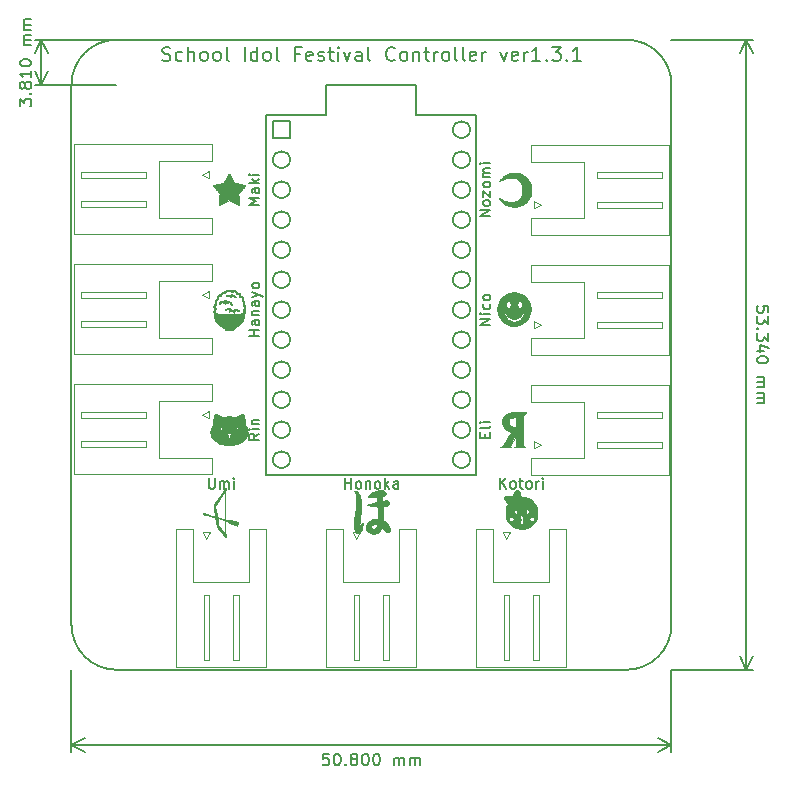
<source format=gbr>
G04 #@! TF.GenerationSoftware,KiCad,Pcbnew,(5.1.5)-3*
G04 #@! TF.CreationDate,2020-04-30T20:21:50+09:00*
G04 #@! TF.ProjectId,sif,7369662e-6b69-4636-9164-5f7063625858,rev?*
G04 #@! TF.SameCoordinates,Original*
G04 #@! TF.FileFunction,Legend,Top*
G04 #@! TF.FilePolarity,Positive*
%FSLAX46Y46*%
G04 Gerber Fmt 4.6, Leading zero omitted, Abs format (unit mm)*
G04 Created by KiCad (PCBNEW (5.1.5)-3) date 2020-04-30 20:21:50*
%MOMM*%
%LPD*%
G04 APERTURE LIST*
%ADD10C,0.150000*%
%ADD11C,0.200000*%
%ADD12C,0.120000*%
%ADD13C,0.010000*%
G04 APERTURE END LIST*
D10*
X12700000Y-16510000D02*
X12700000Y-62230000D01*
X59690000Y-12700000D02*
X16510000Y-12700000D01*
X63500000Y-62230000D02*
X63500000Y-16510000D01*
X16510000Y-66040000D02*
X59690000Y-66040000D01*
X16510000Y-66040000D02*
G75*
G02X12700000Y-62230000I0J3810000D01*
G01*
X63500000Y-62230000D02*
G75*
G02X59690000Y-66040000I-3810000J0D01*
G01*
X59690000Y-12700000D02*
G75*
G02X63500000Y-16510000I0J-3810000D01*
G01*
X12700000Y-16510000D02*
G75*
G02X16510000Y-12700000I3810000J0D01*
G01*
X8312380Y-18319285D02*
X8312380Y-17700238D01*
X8693333Y-18033571D01*
X8693333Y-17890714D01*
X8740952Y-17795476D01*
X8788571Y-17747857D01*
X8883809Y-17700238D01*
X9121904Y-17700238D01*
X9217142Y-17747857D01*
X9264761Y-17795476D01*
X9312380Y-17890714D01*
X9312380Y-18176428D01*
X9264761Y-18271666D01*
X9217142Y-18319285D01*
X9217142Y-17271666D02*
X9264761Y-17224047D01*
X9312380Y-17271666D01*
X9264761Y-17319285D01*
X9217142Y-17271666D01*
X9312380Y-17271666D01*
X8740952Y-16652619D02*
X8693333Y-16747857D01*
X8645714Y-16795476D01*
X8550476Y-16843095D01*
X8502857Y-16843095D01*
X8407619Y-16795476D01*
X8360000Y-16747857D01*
X8312380Y-16652619D01*
X8312380Y-16462142D01*
X8360000Y-16366904D01*
X8407619Y-16319285D01*
X8502857Y-16271666D01*
X8550476Y-16271666D01*
X8645714Y-16319285D01*
X8693333Y-16366904D01*
X8740952Y-16462142D01*
X8740952Y-16652619D01*
X8788571Y-16747857D01*
X8836190Y-16795476D01*
X8931428Y-16843095D01*
X9121904Y-16843095D01*
X9217142Y-16795476D01*
X9264761Y-16747857D01*
X9312380Y-16652619D01*
X9312380Y-16462142D01*
X9264761Y-16366904D01*
X9217142Y-16319285D01*
X9121904Y-16271666D01*
X8931428Y-16271666D01*
X8836190Y-16319285D01*
X8788571Y-16366904D01*
X8740952Y-16462142D01*
X9312380Y-15319285D02*
X9312380Y-15890714D01*
X9312380Y-15605000D02*
X8312380Y-15605000D01*
X8455238Y-15700238D01*
X8550476Y-15795476D01*
X8598095Y-15890714D01*
X8312380Y-14700238D02*
X8312380Y-14605000D01*
X8360000Y-14509761D01*
X8407619Y-14462142D01*
X8502857Y-14414523D01*
X8693333Y-14366904D01*
X8931428Y-14366904D01*
X9121904Y-14414523D01*
X9217142Y-14462142D01*
X9264761Y-14509761D01*
X9312380Y-14605000D01*
X9312380Y-14700238D01*
X9264761Y-14795476D01*
X9217142Y-14843095D01*
X9121904Y-14890714D01*
X8931428Y-14938333D01*
X8693333Y-14938333D01*
X8502857Y-14890714D01*
X8407619Y-14843095D01*
X8360000Y-14795476D01*
X8312380Y-14700238D01*
X9312380Y-13176428D02*
X8645714Y-13176428D01*
X8740952Y-13176428D02*
X8693333Y-13128809D01*
X8645714Y-13033571D01*
X8645714Y-12890714D01*
X8693333Y-12795476D01*
X8788571Y-12747857D01*
X9312380Y-12747857D01*
X8788571Y-12747857D02*
X8693333Y-12700238D01*
X8645714Y-12605000D01*
X8645714Y-12462142D01*
X8693333Y-12366904D01*
X8788571Y-12319285D01*
X9312380Y-12319285D01*
X9312380Y-11843095D02*
X8645714Y-11843095D01*
X8740952Y-11843095D02*
X8693333Y-11795476D01*
X8645714Y-11700238D01*
X8645714Y-11557380D01*
X8693333Y-11462142D01*
X8788571Y-11414523D01*
X9312380Y-11414523D01*
X8788571Y-11414523D02*
X8693333Y-11366904D01*
X8645714Y-11271666D01*
X8645714Y-11128809D01*
X8693333Y-11033571D01*
X8788571Y-10985952D01*
X9312380Y-10985952D01*
X10160000Y-16510000D02*
X10160000Y-12700000D01*
X16510000Y-16510000D02*
X9573579Y-16510000D01*
X16510000Y-12700000D02*
X9573579Y-12700000D01*
X10160000Y-12700000D02*
X10746421Y-13826504D01*
X10160000Y-12700000D02*
X9573579Y-13826504D01*
X10160000Y-16510000D02*
X10746421Y-15383496D01*
X10160000Y-16510000D02*
X9573579Y-15383496D01*
X34480952Y-73142380D02*
X34004761Y-73142380D01*
X33957142Y-73618571D01*
X34004761Y-73570952D01*
X34100000Y-73523333D01*
X34338095Y-73523333D01*
X34433333Y-73570952D01*
X34480952Y-73618571D01*
X34528571Y-73713809D01*
X34528571Y-73951904D01*
X34480952Y-74047142D01*
X34433333Y-74094761D01*
X34338095Y-74142380D01*
X34100000Y-74142380D01*
X34004761Y-74094761D01*
X33957142Y-74047142D01*
X35147619Y-73142380D02*
X35242857Y-73142380D01*
X35338095Y-73190000D01*
X35385714Y-73237619D01*
X35433333Y-73332857D01*
X35480952Y-73523333D01*
X35480952Y-73761428D01*
X35433333Y-73951904D01*
X35385714Y-74047142D01*
X35338095Y-74094761D01*
X35242857Y-74142380D01*
X35147619Y-74142380D01*
X35052380Y-74094761D01*
X35004761Y-74047142D01*
X34957142Y-73951904D01*
X34909523Y-73761428D01*
X34909523Y-73523333D01*
X34957142Y-73332857D01*
X35004761Y-73237619D01*
X35052380Y-73190000D01*
X35147619Y-73142380D01*
X35909523Y-74047142D02*
X35957142Y-74094761D01*
X35909523Y-74142380D01*
X35861904Y-74094761D01*
X35909523Y-74047142D01*
X35909523Y-74142380D01*
X36528571Y-73570952D02*
X36433333Y-73523333D01*
X36385714Y-73475714D01*
X36338095Y-73380476D01*
X36338095Y-73332857D01*
X36385714Y-73237619D01*
X36433333Y-73190000D01*
X36528571Y-73142380D01*
X36719047Y-73142380D01*
X36814285Y-73190000D01*
X36861904Y-73237619D01*
X36909523Y-73332857D01*
X36909523Y-73380476D01*
X36861904Y-73475714D01*
X36814285Y-73523333D01*
X36719047Y-73570952D01*
X36528571Y-73570952D01*
X36433333Y-73618571D01*
X36385714Y-73666190D01*
X36338095Y-73761428D01*
X36338095Y-73951904D01*
X36385714Y-74047142D01*
X36433333Y-74094761D01*
X36528571Y-74142380D01*
X36719047Y-74142380D01*
X36814285Y-74094761D01*
X36861904Y-74047142D01*
X36909523Y-73951904D01*
X36909523Y-73761428D01*
X36861904Y-73666190D01*
X36814285Y-73618571D01*
X36719047Y-73570952D01*
X37528571Y-73142380D02*
X37623809Y-73142380D01*
X37719047Y-73190000D01*
X37766666Y-73237619D01*
X37814285Y-73332857D01*
X37861904Y-73523333D01*
X37861904Y-73761428D01*
X37814285Y-73951904D01*
X37766666Y-74047142D01*
X37719047Y-74094761D01*
X37623809Y-74142380D01*
X37528571Y-74142380D01*
X37433333Y-74094761D01*
X37385714Y-74047142D01*
X37338095Y-73951904D01*
X37290476Y-73761428D01*
X37290476Y-73523333D01*
X37338095Y-73332857D01*
X37385714Y-73237619D01*
X37433333Y-73190000D01*
X37528571Y-73142380D01*
X38480952Y-73142380D02*
X38576190Y-73142380D01*
X38671428Y-73190000D01*
X38719047Y-73237619D01*
X38766666Y-73332857D01*
X38814285Y-73523333D01*
X38814285Y-73761428D01*
X38766666Y-73951904D01*
X38719047Y-74047142D01*
X38671428Y-74094761D01*
X38576190Y-74142380D01*
X38480952Y-74142380D01*
X38385714Y-74094761D01*
X38338095Y-74047142D01*
X38290476Y-73951904D01*
X38242857Y-73761428D01*
X38242857Y-73523333D01*
X38290476Y-73332857D01*
X38338095Y-73237619D01*
X38385714Y-73190000D01*
X38480952Y-73142380D01*
X40004761Y-74142380D02*
X40004761Y-73475714D01*
X40004761Y-73570952D02*
X40052380Y-73523333D01*
X40147619Y-73475714D01*
X40290476Y-73475714D01*
X40385714Y-73523333D01*
X40433333Y-73618571D01*
X40433333Y-74142380D01*
X40433333Y-73618571D02*
X40480952Y-73523333D01*
X40576190Y-73475714D01*
X40719047Y-73475714D01*
X40814285Y-73523333D01*
X40861904Y-73618571D01*
X40861904Y-74142380D01*
X41338095Y-74142380D02*
X41338095Y-73475714D01*
X41338095Y-73570952D02*
X41385714Y-73523333D01*
X41480952Y-73475714D01*
X41623809Y-73475714D01*
X41719047Y-73523333D01*
X41766666Y-73618571D01*
X41766666Y-74142380D01*
X41766666Y-73618571D02*
X41814285Y-73523333D01*
X41909523Y-73475714D01*
X42052380Y-73475714D01*
X42147619Y-73523333D01*
X42195238Y-73618571D01*
X42195238Y-74142380D01*
X12700000Y-72390000D02*
X63500000Y-72390000D01*
X12700000Y-66040000D02*
X12700000Y-72976421D01*
X63500000Y-66040000D02*
X63500000Y-72976421D01*
X63500000Y-72390000D02*
X62373496Y-72976421D01*
X63500000Y-72390000D02*
X62373496Y-71803579D01*
X12700000Y-72390000D02*
X13826504Y-72976421D01*
X12700000Y-72390000D02*
X13826504Y-71803579D01*
X71697619Y-35750952D02*
X71697619Y-35274761D01*
X71221428Y-35227142D01*
X71269047Y-35274761D01*
X71316666Y-35370000D01*
X71316666Y-35608095D01*
X71269047Y-35703333D01*
X71221428Y-35750952D01*
X71126190Y-35798571D01*
X70888095Y-35798571D01*
X70792857Y-35750952D01*
X70745238Y-35703333D01*
X70697619Y-35608095D01*
X70697619Y-35370000D01*
X70745238Y-35274761D01*
X70792857Y-35227142D01*
X71697619Y-36131904D02*
X71697619Y-36750952D01*
X71316666Y-36417619D01*
X71316666Y-36560476D01*
X71269047Y-36655714D01*
X71221428Y-36703333D01*
X71126190Y-36750952D01*
X70888095Y-36750952D01*
X70792857Y-36703333D01*
X70745238Y-36655714D01*
X70697619Y-36560476D01*
X70697619Y-36274761D01*
X70745238Y-36179523D01*
X70792857Y-36131904D01*
X70792857Y-37179523D02*
X70745238Y-37227142D01*
X70697619Y-37179523D01*
X70745238Y-37131904D01*
X70792857Y-37179523D01*
X70697619Y-37179523D01*
X71697619Y-37560476D02*
X71697619Y-38179523D01*
X71316666Y-37846190D01*
X71316666Y-37989047D01*
X71269047Y-38084285D01*
X71221428Y-38131904D01*
X71126190Y-38179523D01*
X70888095Y-38179523D01*
X70792857Y-38131904D01*
X70745238Y-38084285D01*
X70697619Y-37989047D01*
X70697619Y-37703333D01*
X70745238Y-37608095D01*
X70792857Y-37560476D01*
X71364285Y-39036666D02*
X70697619Y-39036666D01*
X71745238Y-38798571D02*
X71030952Y-38560476D01*
X71030952Y-39179523D01*
X71697619Y-39750952D02*
X71697619Y-39846190D01*
X71650000Y-39941428D01*
X71602380Y-39989047D01*
X71507142Y-40036666D01*
X71316666Y-40084285D01*
X71078571Y-40084285D01*
X70888095Y-40036666D01*
X70792857Y-39989047D01*
X70745238Y-39941428D01*
X70697619Y-39846190D01*
X70697619Y-39750952D01*
X70745238Y-39655714D01*
X70792857Y-39608095D01*
X70888095Y-39560476D01*
X71078571Y-39512857D01*
X71316666Y-39512857D01*
X71507142Y-39560476D01*
X71602380Y-39608095D01*
X71650000Y-39655714D01*
X71697619Y-39750952D01*
X70697619Y-41274761D02*
X71364285Y-41274761D01*
X71269047Y-41274761D02*
X71316666Y-41322380D01*
X71364285Y-41417619D01*
X71364285Y-41560476D01*
X71316666Y-41655714D01*
X71221428Y-41703333D01*
X70697619Y-41703333D01*
X71221428Y-41703333D02*
X71316666Y-41750952D01*
X71364285Y-41846190D01*
X71364285Y-41989047D01*
X71316666Y-42084285D01*
X71221428Y-42131904D01*
X70697619Y-42131904D01*
X70697619Y-42608095D02*
X71364285Y-42608095D01*
X71269047Y-42608095D02*
X71316666Y-42655714D01*
X71364285Y-42750952D01*
X71364285Y-42893809D01*
X71316666Y-42989047D01*
X71221428Y-43036666D01*
X70697619Y-43036666D01*
X71221428Y-43036666D02*
X71316666Y-43084285D01*
X71364285Y-43179523D01*
X71364285Y-43322380D01*
X71316666Y-43417619D01*
X71221428Y-43465238D01*
X70697619Y-43465238D01*
X69850000Y-12700000D02*
X69850000Y-66040000D01*
X63500000Y-12700000D02*
X70436421Y-12700000D01*
X63500000Y-66040000D02*
X70436421Y-66040000D01*
X69850000Y-66040000D02*
X69263579Y-64913496D01*
X69850000Y-66040000D02*
X70436421Y-64913496D01*
X69850000Y-12700000D02*
X69263579Y-13826504D01*
X69850000Y-12700000D02*
X70436421Y-13826504D01*
D11*
X20391666Y-14451666D02*
X20561666Y-14508333D01*
X20844999Y-14508333D01*
X20958333Y-14451666D01*
X21014999Y-14395000D01*
X21071666Y-14281666D01*
X21071666Y-14168333D01*
X21014999Y-14055000D01*
X20958333Y-13998333D01*
X20844999Y-13941666D01*
X20618333Y-13885000D01*
X20504999Y-13828333D01*
X20448333Y-13771666D01*
X20391666Y-13658333D01*
X20391666Y-13545000D01*
X20448333Y-13431666D01*
X20504999Y-13375000D01*
X20618333Y-13318333D01*
X20901666Y-13318333D01*
X21071666Y-13375000D01*
X22091666Y-14451666D02*
X21978333Y-14508333D01*
X21751666Y-14508333D01*
X21638333Y-14451666D01*
X21581666Y-14395000D01*
X21524999Y-14281666D01*
X21524999Y-13941666D01*
X21581666Y-13828333D01*
X21638333Y-13771666D01*
X21751666Y-13715000D01*
X21978333Y-13715000D01*
X22091666Y-13771666D01*
X22601666Y-14508333D02*
X22601666Y-13318333D01*
X23111666Y-14508333D02*
X23111666Y-13885000D01*
X23054999Y-13771666D01*
X22941666Y-13715000D01*
X22771666Y-13715000D01*
X22658333Y-13771666D01*
X22601666Y-13828333D01*
X23848333Y-14508333D02*
X23734999Y-14451666D01*
X23678333Y-14395000D01*
X23621666Y-14281666D01*
X23621666Y-13941666D01*
X23678333Y-13828333D01*
X23734999Y-13771666D01*
X23848333Y-13715000D01*
X24018333Y-13715000D01*
X24131666Y-13771666D01*
X24188333Y-13828333D01*
X24244999Y-13941666D01*
X24244999Y-14281666D01*
X24188333Y-14395000D01*
X24131666Y-14451666D01*
X24018333Y-14508333D01*
X23848333Y-14508333D01*
X24924999Y-14508333D02*
X24811666Y-14451666D01*
X24754999Y-14395000D01*
X24698333Y-14281666D01*
X24698333Y-13941666D01*
X24754999Y-13828333D01*
X24811666Y-13771666D01*
X24924999Y-13715000D01*
X25094999Y-13715000D01*
X25208333Y-13771666D01*
X25264999Y-13828333D01*
X25321666Y-13941666D01*
X25321666Y-14281666D01*
X25264999Y-14395000D01*
X25208333Y-14451666D01*
X25094999Y-14508333D01*
X24924999Y-14508333D01*
X26001666Y-14508333D02*
X25888333Y-14451666D01*
X25831666Y-14338333D01*
X25831666Y-13318333D01*
X27361666Y-14508333D02*
X27361666Y-13318333D01*
X28438333Y-14508333D02*
X28438333Y-13318333D01*
X28438333Y-14451666D02*
X28324999Y-14508333D01*
X28098333Y-14508333D01*
X27984999Y-14451666D01*
X27928333Y-14395000D01*
X27871666Y-14281666D01*
X27871666Y-13941666D01*
X27928333Y-13828333D01*
X27984999Y-13771666D01*
X28098333Y-13715000D01*
X28324999Y-13715000D01*
X28438333Y-13771666D01*
X29174999Y-14508333D02*
X29061666Y-14451666D01*
X29004999Y-14395000D01*
X28948333Y-14281666D01*
X28948333Y-13941666D01*
X29004999Y-13828333D01*
X29061666Y-13771666D01*
X29174999Y-13715000D01*
X29344999Y-13715000D01*
X29458333Y-13771666D01*
X29514999Y-13828333D01*
X29571666Y-13941666D01*
X29571666Y-14281666D01*
X29514999Y-14395000D01*
X29458333Y-14451666D01*
X29344999Y-14508333D01*
X29174999Y-14508333D01*
X30251666Y-14508333D02*
X30138333Y-14451666D01*
X30081666Y-14338333D01*
X30081666Y-13318333D01*
X32008333Y-13885000D02*
X31611666Y-13885000D01*
X31611666Y-14508333D02*
X31611666Y-13318333D01*
X32178333Y-13318333D01*
X33084999Y-14451666D02*
X32971666Y-14508333D01*
X32744999Y-14508333D01*
X32631666Y-14451666D01*
X32574999Y-14338333D01*
X32574999Y-13885000D01*
X32631666Y-13771666D01*
X32744999Y-13715000D01*
X32971666Y-13715000D01*
X33084999Y-13771666D01*
X33141666Y-13885000D01*
X33141666Y-13998333D01*
X32574999Y-14111666D01*
X33594999Y-14451666D02*
X33708333Y-14508333D01*
X33934999Y-14508333D01*
X34048333Y-14451666D01*
X34104999Y-14338333D01*
X34104999Y-14281666D01*
X34048333Y-14168333D01*
X33934999Y-14111666D01*
X33764999Y-14111666D01*
X33651666Y-14055000D01*
X33594999Y-13941666D01*
X33594999Y-13885000D01*
X33651666Y-13771666D01*
X33764999Y-13715000D01*
X33934999Y-13715000D01*
X34048333Y-13771666D01*
X34445000Y-13715000D02*
X34898333Y-13715000D01*
X34615000Y-13318333D02*
X34615000Y-14338333D01*
X34671666Y-14451666D01*
X34785000Y-14508333D01*
X34898333Y-14508333D01*
X35295000Y-14508333D02*
X35295000Y-13715000D01*
X35295000Y-13318333D02*
X35238333Y-13375000D01*
X35295000Y-13431666D01*
X35351666Y-13375000D01*
X35295000Y-13318333D01*
X35295000Y-13431666D01*
X35748333Y-13715000D02*
X36031666Y-14508333D01*
X36314999Y-13715000D01*
X37278333Y-14508333D02*
X37278333Y-13885000D01*
X37221666Y-13771666D01*
X37108333Y-13715000D01*
X36881666Y-13715000D01*
X36768333Y-13771666D01*
X37278333Y-14451666D02*
X37165000Y-14508333D01*
X36881666Y-14508333D01*
X36768333Y-14451666D01*
X36711666Y-14338333D01*
X36711666Y-14225000D01*
X36768333Y-14111666D01*
X36881666Y-14055000D01*
X37165000Y-14055000D01*
X37278333Y-13998333D01*
X38014999Y-14508333D02*
X37901666Y-14451666D01*
X37844999Y-14338333D01*
X37844999Y-13318333D01*
X40054999Y-14395000D02*
X39998333Y-14451666D01*
X39828333Y-14508333D01*
X39714999Y-14508333D01*
X39544999Y-14451666D01*
X39431666Y-14338333D01*
X39374999Y-14225000D01*
X39318333Y-13998333D01*
X39318333Y-13828333D01*
X39374999Y-13601666D01*
X39431666Y-13488333D01*
X39544999Y-13375000D01*
X39714999Y-13318333D01*
X39828333Y-13318333D01*
X39998333Y-13375000D01*
X40054999Y-13431666D01*
X40734999Y-14508333D02*
X40621666Y-14451666D01*
X40564999Y-14395000D01*
X40508333Y-14281666D01*
X40508333Y-13941666D01*
X40564999Y-13828333D01*
X40621666Y-13771666D01*
X40734999Y-13715000D01*
X40904999Y-13715000D01*
X41018333Y-13771666D01*
X41074999Y-13828333D01*
X41131666Y-13941666D01*
X41131666Y-14281666D01*
X41074999Y-14395000D01*
X41018333Y-14451666D01*
X40904999Y-14508333D01*
X40734999Y-14508333D01*
X41641666Y-13715000D02*
X41641666Y-14508333D01*
X41641666Y-13828333D02*
X41698333Y-13771666D01*
X41811666Y-13715000D01*
X41981666Y-13715000D01*
X42095000Y-13771666D01*
X42151666Y-13885000D01*
X42151666Y-14508333D01*
X42548333Y-13715000D02*
X43001666Y-13715000D01*
X42718333Y-13318333D02*
X42718333Y-14338333D01*
X42775000Y-14451666D01*
X42888333Y-14508333D01*
X43001666Y-14508333D01*
X43398333Y-14508333D02*
X43398333Y-13715000D01*
X43398333Y-13941666D02*
X43455000Y-13828333D01*
X43511666Y-13771666D01*
X43625000Y-13715000D01*
X43738333Y-13715000D01*
X44305000Y-14508333D02*
X44191666Y-14451666D01*
X44135000Y-14395000D01*
X44078333Y-14281666D01*
X44078333Y-13941666D01*
X44135000Y-13828333D01*
X44191666Y-13771666D01*
X44305000Y-13715000D01*
X44475000Y-13715000D01*
X44588333Y-13771666D01*
X44645000Y-13828333D01*
X44701666Y-13941666D01*
X44701666Y-14281666D01*
X44645000Y-14395000D01*
X44588333Y-14451666D01*
X44475000Y-14508333D01*
X44305000Y-14508333D01*
X45381666Y-14508333D02*
X45268333Y-14451666D01*
X45211666Y-14338333D01*
X45211666Y-13318333D01*
X46005000Y-14508333D02*
X45891666Y-14451666D01*
X45835000Y-14338333D01*
X45835000Y-13318333D01*
X46911666Y-14451666D02*
X46798333Y-14508333D01*
X46571666Y-14508333D01*
X46458333Y-14451666D01*
X46401666Y-14338333D01*
X46401666Y-13885000D01*
X46458333Y-13771666D01*
X46571666Y-13715000D01*
X46798333Y-13715000D01*
X46911666Y-13771666D01*
X46968333Y-13885000D01*
X46968333Y-13998333D01*
X46401666Y-14111666D01*
X47478333Y-14508333D02*
X47478333Y-13715000D01*
X47478333Y-13941666D02*
X47535000Y-13828333D01*
X47591666Y-13771666D01*
X47705000Y-13715000D01*
X47818333Y-13715000D01*
X49008333Y-13715000D02*
X49291666Y-14508333D01*
X49575000Y-13715000D01*
X50481666Y-14451666D02*
X50368333Y-14508333D01*
X50141666Y-14508333D01*
X50028333Y-14451666D01*
X49971666Y-14338333D01*
X49971666Y-13885000D01*
X50028333Y-13771666D01*
X50141666Y-13715000D01*
X50368333Y-13715000D01*
X50481666Y-13771666D01*
X50538333Y-13885000D01*
X50538333Y-13998333D01*
X49971666Y-14111666D01*
X51048333Y-14508333D02*
X51048333Y-13715000D01*
X51048333Y-13941666D02*
X51105000Y-13828333D01*
X51161666Y-13771666D01*
X51275000Y-13715000D01*
X51388333Y-13715000D01*
X52408333Y-14508333D02*
X51728333Y-14508333D01*
X52068333Y-14508333D02*
X52068333Y-13318333D01*
X51955000Y-13488333D01*
X51841666Y-13601666D01*
X51728333Y-13658333D01*
X52918333Y-14395000D02*
X52975000Y-14451666D01*
X52918333Y-14508333D01*
X52861666Y-14451666D01*
X52918333Y-14395000D01*
X52918333Y-14508333D01*
X53371666Y-13318333D02*
X54108333Y-13318333D01*
X53711666Y-13771666D01*
X53881666Y-13771666D01*
X53995000Y-13828333D01*
X54051666Y-13885000D01*
X54108333Y-13998333D01*
X54108333Y-14281666D01*
X54051666Y-14395000D01*
X53995000Y-14451666D01*
X53881666Y-14508333D01*
X53541666Y-14508333D01*
X53428333Y-14451666D01*
X53371666Y-14395000D01*
X54618333Y-14395000D02*
X54675000Y-14451666D01*
X54618333Y-14508333D01*
X54561666Y-14451666D01*
X54618333Y-14395000D01*
X54618333Y-14508333D01*
X55808333Y-14508333D02*
X55128333Y-14508333D01*
X55468333Y-14508333D02*
X55468333Y-13318333D01*
X55355000Y-13488333D01*
X55241666Y-13601666D01*
X55128333Y-13658333D01*
D12*
X63285000Y-45740000D02*
X63285000Y-49550000D01*
X63285000Y-49550000D02*
X51565000Y-49550000D01*
X51565000Y-49550000D02*
X51565000Y-48130000D01*
X51565000Y-48130000D02*
X56065000Y-48130000D01*
X56065000Y-48130000D02*
X56065000Y-45740000D01*
X63285000Y-45740000D02*
X63285000Y-41930000D01*
X63285000Y-41930000D02*
X51565000Y-41930000D01*
X51565000Y-41930000D02*
X51565000Y-43350000D01*
X51565000Y-43350000D02*
X56065000Y-43350000D01*
X56065000Y-43350000D02*
X56065000Y-45740000D01*
X57175000Y-47240000D02*
X62675000Y-47240000D01*
X62675000Y-47240000D02*
X62675000Y-46740000D01*
X62675000Y-46740000D02*
X57175000Y-46740000D01*
X57175000Y-46740000D02*
X57175000Y-47240000D01*
X57175000Y-44740000D02*
X62675000Y-44740000D01*
X62675000Y-44740000D02*
X62675000Y-44240000D01*
X62675000Y-44240000D02*
X57175000Y-44240000D01*
X57175000Y-44240000D02*
X57175000Y-44740000D01*
X52475000Y-46990000D02*
X51875000Y-47290000D01*
X51875000Y-47290000D02*
X51875000Y-46690000D01*
X51875000Y-46690000D02*
X52475000Y-46990000D01*
X50780000Y-65825000D02*
X46970000Y-65825000D01*
X46970000Y-65825000D02*
X46970000Y-54105000D01*
X46970000Y-54105000D02*
X48390000Y-54105000D01*
X48390000Y-54105000D02*
X48390000Y-58605000D01*
X48390000Y-58605000D02*
X50780000Y-58605000D01*
X50780000Y-65825000D02*
X54590000Y-65825000D01*
X54590000Y-65825000D02*
X54590000Y-54105000D01*
X54590000Y-54105000D02*
X53170000Y-54105000D01*
X53170000Y-54105000D02*
X53170000Y-58605000D01*
X53170000Y-58605000D02*
X50780000Y-58605000D01*
X49280000Y-59715000D02*
X49280000Y-65215000D01*
X49280000Y-65215000D02*
X49780000Y-65215000D01*
X49780000Y-65215000D02*
X49780000Y-59715000D01*
X49780000Y-59715000D02*
X49280000Y-59715000D01*
X51780000Y-59715000D02*
X51780000Y-65215000D01*
X51780000Y-65215000D02*
X52280000Y-65215000D01*
X52280000Y-65215000D02*
X52280000Y-59715000D01*
X52280000Y-59715000D02*
X51780000Y-59715000D01*
X49530000Y-55015000D02*
X49230000Y-54415000D01*
X49230000Y-54415000D02*
X49830000Y-54415000D01*
X49830000Y-54415000D02*
X49530000Y-55015000D01*
X63285000Y-35580000D02*
X63285000Y-39390000D01*
X63285000Y-39390000D02*
X51565000Y-39390000D01*
X51565000Y-39390000D02*
X51565000Y-37970000D01*
X51565000Y-37970000D02*
X56065000Y-37970000D01*
X56065000Y-37970000D02*
X56065000Y-35580000D01*
X63285000Y-35580000D02*
X63285000Y-31770000D01*
X63285000Y-31770000D02*
X51565000Y-31770000D01*
X51565000Y-31770000D02*
X51565000Y-33190000D01*
X51565000Y-33190000D02*
X56065000Y-33190000D01*
X56065000Y-33190000D02*
X56065000Y-35580000D01*
X57175000Y-37080000D02*
X62675000Y-37080000D01*
X62675000Y-37080000D02*
X62675000Y-36580000D01*
X62675000Y-36580000D02*
X57175000Y-36580000D01*
X57175000Y-36580000D02*
X57175000Y-37080000D01*
X57175000Y-34580000D02*
X62675000Y-34580000D01*
X62675000Y-34580000D02*
X62675000Y-34080000D01*
X62675000Y-34080000D02*
X57175000Y-34080000D01*
X57175000Y-34080000D02*
X57175000Y-34580000D01*
X52475000Y-36830000D02*
X51875000Y-37130000D01*
X51875000Y-37130000D02*
X51875000Y-36530000D01*
X51875000Y-36530000D02*
X52475000Y-36830000D01*
X63285000Y-25420000D02*
X63285000Y-29230000D01*
X63285000Y-29230000D02*
X51565000Y-29230000D01*
X51565000Y-29230000D02*
X51565000Y-27810000D01*
X51565000Y-27810000D02*
X56065000Y-27810000D01*
X56065000Y-27810000D02*
X56065000Y-25420000D01*
X63285000Y-25420000D02*
X63285000Y-21610000D01*
X63285000Y-21610000D02*
X51565000Y-21610000D01*
X51565000Y-21610000D02*
X51565000Y-23030000D01*
X51565000Y-23030000D02*
X56065000Y-23030000D01*
X56065000Y-23030000D02*
X56065000Y-25420000D01*
X57175000Y-26920000D02*
X62675000Y-26920000D01*
X62675000Y-26920000D02*
X62675000Y-26420000D01*
X62675000Y-26420000D02*
X57175000Y-26420000D01*
X57175000Y-26420000D02*
X57175000Y-26920000D01*
X57175000Y-24420000D02*
X62675000Y-24420000D01*
X62675000Y-24420000D02*
X62675000Y-23920000D01*
X62675000Y-23920000D02*
X57175000Y-23920000D01*
X57175000Y-23920000D02*
X57175000Y-24420000D01*
X52475000Y-26670000D02*
X51875000Y-26970000D01*
X51875000Y-26970000D02*
X51875000Y-26370000D01*
X51875000Y-26370000D02*
X52475000Y-26670000D01*
X38080000Y-65825000D02*
X34270000Y-65825000D01*
X34270000Y-65825000D02*
X34270000Y-54105000D01*
X34270000Y-54105000D02*
X35690000Y-54105000D01*
X35690000Y-54105000D02*
X35690000Y-58605000D01*
X35690000Y-58605000D02*
X38080000Y-58605000D01*
X38080000Y-65825000D02*
X41890000Y-65825000D01*
X41890000Y-65825000D02*
X41890000Y-54105000D01*
X41890000Y-54105000D02*
X40470000Y-54105000D01*
X40470000Y-54105000D02*
X40470000Y-58605000D01*
X40470000Y-58605000D02*
X38080000Y-58605000D01*
X36580000Y-59715000D02*
X36580000Y-65215000D01*
X36580000Y-65215000D02*
X37080000Y-65215000D01*
X37080000Y-65215000D02*
X37080000Y-59715000D01*
X37080000Y-59715000D02*
X36580000Y-59715000D01*
X39080000Y-59715000D02*
X39080000Y-65215000D01*
X39080000Y-65215000D02*
X39580000Y-65215000D01*
X39580000Y-65215000D02*
X39580000Y-59715000D01*
X39580000Y-59715000D02*
X39080000Y-59715000D01*
X36830000Y-55015000D02*
X36530000Y-54415000D01*
X36530000Y-54415000D02*
X37130000Y-54415000D01*
X37130000Y-54415000D02*
X36830000Y-55015000D01*
X25380000Y-65825000D02*
X21570000Y-65825000D01*
X21570000Y-65825000D02*
X21570000Y-54105000D01*
X21570000Y-54105000D02*
X22990000Y-54105000D01*
X22990000Y-54105000D02*
X22990000Y-58605000D01*
X22990000Y-58605000D02*
X25380000Y-58605000D01*
X25380000Y-65825000D02*
X29190000Y-65825000D01*
X29190000Y-65825000D02*
X29190000Y-54105000D01*
X29190000Y-54105000D02*
X27770000Y-54105000D01*
X27770000Y-54105000D02*
X27770000Y-58605000D01*
X27770000Y-58605000D02*
X25380000Y-58605000D01*
X23880000Y-59715000D02*
X23880000Y-65215000D01*
X23880000Y-65215000D02*
X24380000Y-65215000D01*
X24380000Y-65215000D02*
X24380000Y-59715000D01*
X24380000Y-59715000D02*
X23880000Y-59715000D01*
X26380000Y-59715000D02*
X26380000Y-65215000D01*
X26380000Y-65215000D02*
X26880000Y-65215000D01*
X26880000Y-65215000D02*
X26880000Y-59715000D01*
X26880000Y-59715000D02*
X26380000Y-59715000D01*
X24130000Y-55015000D02*
X23830000Y-54415000D01*
X23830000Y-54415000D02*
X24430000Y-54415000D01*
X24430000Y-54415000D02*
X24130000Y-55015000D01*
X12915000Y-45700000D02*
X12915000Y-41890000D01*
X12915000Y-41890000D02*
X24635000Y-41890000D01*
X24635000Y-41890000D02*
X24635000Y-43310000D01*
X24635000Y-43310000D02*
X20135000Y-43310000D01*
X20135000Y-43310000D02*
X20135000Y-45700000D01*
X12915000Y-45700000D02*
X12915000Y-49510000D01*
X12915000Y-49510000D02*
X24635000Y-49510000D01*
X24635000Y-49510000D02*
X24635000Y-48090000D01*
X24635000Y-48090000D02*
X20135000Y-48090000D01*
X20135000Y-48090000D02*
X20135000Y-45700000D01*
X19025000Y-44200000D02*
X13525000Y-44200000D01*
X13525000Y-44200000D02*
X13525000Y-44700000D01*
X13525000Y-44700000D02*
X19025000Y-44700000D01*
X19025000Y-44700000D02*
X19025000Y-44200000D01*
X19025000Y-46700000D02*
X13525000Y-46700000D01*
X13525000Y-46700000D02*
X13525000Y-47200000D01*
X13525000Y-47200000D02*
X19025000Y-47200000D01*
X19025000Y-47200000D02*
X19025000Y-46700000D01*
X23725000Y-44450000D02*
X24325000Y-44150000D01*
X24325000Y-44150000D02*
X24325000Y-44750000D01*
X24325000Y-44750000D02*
X23725000Y-44450000D01*
X12915000Y-35540000D02*
X12915000Y-31730000D01*
X12915000Y-31730000D02*
X24635000Y-31730000D01*
X24635000Y-31730000D02*
X24635000Y-33150000D01*
X24635000Y-33150000D02*
X20135000Y-33150000D01*
X20135000Y-33150000D02*
X20135000Y-35540000D01*
X12915000Y-35540000D02*
X12915000Y-39350000D01*
X12915000Y-39350000D02*
X24635000Y-39350000D01*
X24635000Y-39350000D02*
X24635000Y-37930000D01*
X24635000Y-37930000D02*
X20135000Y-37930000D01*
X20135000Y-37930000D02*
X20135000Y-35540000D01*
X19025000Y-34040000D02*
X13525000Y-34040000D01*
X13525000Y-34040000D02*
X13525000Y-34540000D01*
X13525000Y-34540000D02*
X19025000Y-34540000D01*
X19025000Y-34540000D02*
X19025000Y-34040000D01*
X19025000Y-36540000D02*
X13525000Y-36540000D01*
X13525000Y-36540000D02*
X13525000Y-37040000D01*
X13525000Y-37040000D02*
X19025000Y-37040000D01*
X19025000Y-37040000D02*
X19025000Y-36540000D01*
X23725000Y-34290000D02*
X24325000Y-33990000D01*
X24325000Y-33990000D02*
X24325000Y-34590000D01*
X24325000Y-34590000D02*
X23725000Y-34290000D01*
X12915000Y-25380000D02*
X12915000Y-21570000D01*
X12915000Y-21570000D02*
X24635000Y-21570000D01*
X24635000Y-21570000D02*
X24635000Y-22990000D01*
X24635000Y-22990000D02*
X20135000Y-22990000D01*
X20135000Y-22990000D02*
X20135000Y-25380000D01*
X12915000Y-25380000D02*
X12915000Y-29190000D01*
X12915000Y-29190000D02*
X24635000Y-29190000D01*
X24635000Y-29190000D02*
X24635000Y-27770000D01*
X24635000Y-27770000D02*
X20135000Y-27770000D01*
X20135000Y-27770000D02*
X20135000Y-25380000D01*
X19025000Y-23880000D02*
X13525000Y-23880000D01*
X13525000Y-23880000D02*
X13525000Y-24380000D01*
X13525000Y-24380000D02*
X19025000Y-24380000D01*
X19025000Y-24380000D02*
X19025000Y-23880000D01*
X19025000Y-26380000D02*
X13525000Y-26380000D01*
X13525000Y-26380000D02*
X13525000Y-26880000D01*
X13525000Y-26880000D02*
X19025000Y-26880000D01*
X19025000Y-26880000D02*
X19025000Y-26380000D01*
X23725000Y-24130000D02*
X24325000Y-23830000D01*
X24325000Y-23830000D02*
X24325000Y-24430000D01*
X24325000Y-24430000D02*
X23725000Y-24130000D01*
D10*
X46990000Y-49530000D02*
X29210000Y-49530000D01*
X46990000Y-19050000D02*
X46990000Y-49530000D01*
X41910000Y-19050000D02*
X46990000Y-19050000D01*
X41910000Y-16510000D02*
X41910000Y-19050000D01*
X34290000Y-16510000D02*
X41910000Y-16510000D01*
X34290000Y-19050000D02*
X34290000Y-16510000D01*
X29210000Y-19050000D02*
X34290000Y-19050000D01*
X29210000Y-19050000D02*
X29210000Y-49530000D01*
D13*
G36*
X50427661Y-50830920D02*
G01*
X50463896Y-50845523D01*
X50502406Y-50866781D01*
X50538295Y-50892083D01*
X50560214Y-50911800D01*
X50598408Y-50959681D01*
X50634129Y-51021032D01*
X50665837Y-51092415D01*
X50691992Y-51170392D01*
X50710092Y-51246383D01*
X50721651Y-51307049D01*
X50674042Y-51312389D01*
X50637036Y-51317106D01*
X50595786Y-51323179D01*
X50575633Y-51326479D01*
X50543373Y-51331936D01*
X50513999Y-51336741D01*
X50499433Y-51339012D01*
X50478578Y-51343094D01*
X50447906Y-51350228D01*
X50413910Y-51358901D01*
X50412555Y-51359263D01*
X50382787Y-51367158D01*
X50360233Y-51372987D01*
X50349098Y-51375668D01*
X50348639Y-51375733D01*
X50344496Y-51368660D01*
X50337355Y-51351184D01*
X50335637Y-51346518D01*
X50318337Y-51316626D01*
X50291838Y-51289839D01*
X50262200Y-51271879D01*
X50253644Y-51269079D01*
X50231530Y-51269379D01*
X50206474Y-51277526D01*
X50206461Y-51277532D01*
X50183582Y-51285452D01*
X50170081Y-51283341D01*
X50155918Y-51276696D01*
X50133570Y-51270597D01*
X50130463Y-51269986D01*
X50100160Y-51264325D01*
X50116322Y-51212079D01*
X50150680Y-51112476D01*
X50187673Y-51026846D01*
X50226940Y-50955683D01*
X50268120Y-50899482D01*
X50310853Y-50858735D01*
X50354777Y-50833937D01*
X50398597Y-50825585D01*
X50427661Y-50830920D01*
G37*
X50427661Y-50830920D02*
X50463896Y-50845523D01*
X50502406Y-50866781D01*
X50538295Y-50892083D01*
X50560214Y-50911800D01*
X50598408Y-50959681D01*
X50634129Y-51021032D01*
X50665837Y-51092415D01*
X50691992Y-51170392D01*
X50710092Y-51246383D01*
X50721651Y-51307049D01*
X50674042Y-51312389D01*
X50637036Y-51317106D01*
X50595786Y-51323179D01*
X50575633Y-51326479D01*
X50543373Y-51331936D01*
X50513999Y-51336741D01*
X50499433Y-51339012D01*
X50478578Y-51343094D01*
X50447906Y-51350228D01*
X50413910Y-51358901D01*
X50412555Y-51359263D01*
X50382787Y-51367158D01*
X50360233Y-51372987D01*
X50349098Y-51375668D01*
X50348639Y-51375733D01*
X50344496Y-51368660D01*
X50337355Y-51351184D01*
X50335637Y-51346518D01*
X50318337Y-51316626D01*
X50291838Y-51289839D01*
X50262200Y-51271879D01*
X50253644Y-51269079D01*
X50231530Y-51269379D01*
X50206474Y-51277526D01*
X50206461Y-51277532D01*
X50183582Y-51285452D01*
X50170081Y-51283341D01*
X50155918Y-51276696D01*
X50133570Y-51270597D01*
X50130463Y-51269986D01*
X50100160Y-51264325D01*
X50116322Y-51212079D01*
X50150680Y-51112476D01*
X50187673Y-51026846D01*
X50226940Y-50955683D01*
X50268120Y-50899482D01*
X50310853Y-50858735D01*
X50354777Y-50833937D01*
X50398597Y-50825585D01*
X50427661Y-50830920D01*
G36*
X50256513Y-51365766D02*
G01*
X50267594Y-51381950D01*
X50274470Y-51400281D01*
X50275066Y-51405917D01*
X50269892Y-51409884D01*
X50257745Y-51404049D01*
X50246745Y-51394116D01*
X50234690Y-51375775D01*
X50234941Y-51362990D01*
X50245642Y-51358800D01*
X50256513Y-51365766D01*
G37*
X50256513Y-51365766D02*
X50267594Y-51381950D01*
X50274470Y-51400281D01*
X50275066Y-51405917D01*
X50269892Y-51409884D01*
X50257745Y-51404049D01*
X50246745Y-51394116D01*
X50234690Y-51375775D01*
X50234941Y-51362990D01*
X50245642Y-51358800D01*
X50256513Y-51365766D01*
G36*
X50132949Y-51351404D02*
G01*
X50138034Y-51353757D01*
X50159382Y-51366684D01*
X50171706Y-51381419D01*
X50179700Y-51404443D01*
X50182097Y-51414562D01*
X50188495Y-51442927D01*
X50119597Y-51478215D01*
X50085881Y-51495951D01*
X50055464Y-51512777D01*
X50033344Y-51525900D01*
X50028226Y-51529284D01*
X50011801Y-51540143D01*
X50002490Y-51545043D01*
X50002268Y-51545066D01*
X49996428Y-51538403D01*
X49985732Y-51521582D01*
X49980292Y-51512163D01*
X49965480Y-51474901D01*
X49962142Y-51439083D01*
X49970257Y-51408944D01*
X49980849Y-51395132D01*
X50018207Y-51368333D01*
X50058877Y-51351357D01*
X50098558Y-51345337D01*
X50132949Y-51351404D01*
G37*
X50132949Y-51351404D02*
X50138034Y-51353757D01*
X50159382Y-51366684D01*
X50171706Y-51381419D01*
X50179700Y-51404443D01*
X50182097Y-51414562D01*
X50188495Y-51442927D01*
X50119597Y-51478215D01*
X50085881Y-51495951D01*
X50055464Y-51512777D01*
X50033344Y-51525900D01*
X50028226Y-51529284D01*
X50011801Y-51540143D01*
X50002490Y-51545043D01*
X50002268Y-51545066D01*
X49996428Y-51538403D01*
X49985732Y-51521582D01*
X49980292Y-51512163D01*
X49965480Y-51474901D01*
X49962142Y-51439083D01*
X49970257Y-51408944D01*
X49980849Y-51395132D01*
X50018207Y-51368333D01*
X50058877Y-51351357D01*
X50098558Y-51345337D01*
X50132949Y-51351404D01*
G36*
X49906733Y-51542382D02*
G01*
X49920528Y-51556622D01*
X49923379Y-51559883D01*
X49936282Y-51578831D01*
X49936060Y-51591735D01*
X49934636Y-51593750D01*
X49922634Y-51603367D01*
X49912480Y-51598136D01*
X49903892Y-51582768D01*
X49896230Y-51560789D01*
X49894267Y-51543640D01*
X49898594Y-51536601D01*
X49898706Y-51536600D01*
X49906733Y-51542382D01*
G37*
X49906733Y-51542382D02*
X49920528Y-51556622D01*
X49923379Y-51559883D01*
X49936282Y-51578831D01*
X49936060Y-51591735D01*
X49934636Y-51593750D01*
X49922634Y-51603367D01*
X49912480Y-51598136D01*
X49903892Y-51582768D01*
X49896230Y-51560789D01*
X49894267Y-51543640D01*
X49898594Y-51536601D01*
X49898706Y-51536600D01*
X49906733Y-51542382D01*
G36*
X49690113Y-51325653D02*
G01*
X49716261Y-51329577D01*
X49754371Y-51336399D01*
X49794203Y-51344585D01*
X49831863Y-51353209D01*
X49863457Y-51361342D01*
X49885094Y-51368059D01*
X49892331Y-51371506D01*
X49891920Y-51380201D01*
X49888126Y-51400040D01*
X49884658Y-51414920D01*
X49868553Y-51454773D01*
X49841943Y-51486616D01*
X49817695Y-51516309D01*
X49809328Y-51546219D01*
X49816919Y-51577865D01*
X49840544Y-51612770D01*
X49848798Y-51622005D01*
X49869195Y-51643911D01*
X49787632Y-51723605D01*
X49751065Y-51760638D01*
X49713352Y-51801028D01*
X49679156Y-51839660D01*
X49655077Y-51868916D01*
X49633248Y-51896742D01*
X49615623Y-51918714D01*
X49604528Y-51931960D01*
X49601934Y-51934533D01*
X49595596Y-51928799D01*
X49580342Y-51913399D01*
X49558820Y-51891036D01*
X49545016Y-51876476D01*
X49492619Y-51816858D01*
X49446600Y-51756459D01*
X49409741Y-51699135D01*
X49390722Y-51662557D01*
X49368996Y-51606510D01*
X49353676Y-51549257D01*
X49345227Y-51494394D01*
X49344112Y-51445515D01*
X49350796Y-51406213D01*
X49356000Y-51393503D01*
X49380647Y-51363847D01*
X49419479Y-51341216D01*
X49471169Y-51325845D01*
X49534389Y-51317971D01*
X49607813Y-51317829D01*
X49690113Y-51325653D01*
G37*
X49690113Y-51325653D02*
X49716261Y-51329577D01*
X49754371Y-51336399D01*
X49794203Y-51344585D01*
X49831863Y-51353209D01*
X49863457Y-51361342D01*
X49885094Y-51368059D01*
X49892331Y-51371506D01*
X49891920Y-51380201D01*
X49888126Y-51400040D01*
X49884658Y-51414920D01*
X49868553Y-51454773D01*
X49841943Y-51486616D01*
X49817695Y-51516309D01*
X49809328Y-51546219D01*
X49816919Y-51577865D01*
X49840544Y-51612770D01*
X49848798Y-51622005D01*
X49869195Y-51643911D01*
X49787632Y-51723605D01*
X49751065Y-51760638D01*
X49713352Y-51801028D01*
X49679156Y-51839660D01*
X49655077Y-51868916D01*
X49633248Y-51896742D01*
X49615623Y-51918714D01*
X49604528Y-51931960D01*
X49601934Y-51934533D01*
X49595596Y-51928799D01*
X49580342Y-51913399D01*
X49558820Y-51891036D01*
X49545016Y-51876476D01*
X49492619Y-51816858D01*
X49446600Y-51756459D01*
X49409741Y-51699135D01*
X49390722Y-51662557D01*
X49368996Y-51606510D01*
X49353676Y-51549257D01*
X49345227Y-51494394D01*
X49344112Y-51445515D01*
X49350796Y-51406213D01*
X49356000Y-51393503D01*
X49380647Y-51363847D01*
X49419479Y-51341216D01*
X49471169Y-51325845D01*
X49534389Y-51317971D01*
X49607813Y-51317829D01*
X49690113Y-51325653D01*
G36*
X50870646Y-51391133D02*
G01*
X50962932Y-51397737D01*
X51045026Y-51410576D01*
X51056240Y-51413064D01*
X51087989Y-51420313D01*
X51115642Y-51426430D01*
X51131451Y-51429736D01*
X51163280Y-51437993D01*
X51206443Y-51452153D01*
X51257049Y-51470709D01*
X51311207Y-51492155D01*
X51365025Y-51514985D01*
X51414612Y-51537692D01*
X51430766Y-51545591D01*
X51562046Y-51620283D01*
X51682012Y-51707362D01*
X51790104Y-51806132D01*
X51885761Y-51915899D01*
X51968423Y-52035968D01*
X52037530Y-52165643D01*
X52092521Y-52304231D01*
X52121097Y-52401364D01*
X52129795Y-52437452D01*
X52136617Y-52471515D01*
X52141776Y-52506308D01*
X52145484Y-52544589D01*
X52147954Y-52589114D01*
X52149399Y-52642639D01*
X52150032Y-52707920D01*
X52150086Y-52776966D01*
X52149555Y-52854701D01*
X52147944Y-52918955D01*
X52144784Y-52973169D01*
X52139608Y-53020786D01*
X52131948Y-53065246D01*
X52121337Y-53109991D01*
X52107308Y-53158463D01*
X52091595Y-53207439D01*
X52073584Y-53257371D01*
X52051114Y-53312733D01*
X52026612Y-53368029D01*
X52002507Y-53417761D01*
X51982636Y-53454097D01*
X51898264Y-53579283D01*
X51802216Y-53692253D01*
X51694660Y-53792894D01*
X51575762Y-53881095D01*
X51445687Y-53956744D01*
X51304601Y-54019729D01*
X51152672Y-54069938D01*
X51021071Y-54101306D01*
X50940158Y-54113084D01*
X50849262Y-54118796D01*
X50754192Y-54118489D01*
X50660756Y-54112208D01*
X50574763Y-54100000D01*
X50562933Y-54097674D01*
X50472026Y-54077480D01*
X50393680Y-54056392D01*
X50323527Y-54033055D01*
X50257201Y-54006114D01*
X50234095Y-53995588D01*
X50204989Y-53982123D01*
X50182460Y-53971970D01*
X50170316Y-53966838D01*
X50169274Y-53966533D01*
X50161321Y-53962531D01*
X50141978Y-53951727D01*
X50114439Y-53935927D01*
X50091712Y-53922695D01*
X49965538Y-53839362D01*
X49851618Y-53744507D01*
X49750388Y-53638737D01*
X49730686Y-53612778D01*
X50650461Y-53612778D01*
X50661070Y-53651752D01*
X50680682Y-53686002D01*
X50706975Y-53711006D01*
X50726449Y-53720132D01*
X50750964Y-53726602D01*
X50768124Y-53728081D01*
X50786720Y-53724687D01*
X50799626Y-53721107D01*
X50831418Y-53705119D01*
X50864261Y-53677093D01*
X50894204Y-53641169D01*
X50917296Y-53601486D01*
X50920204Y-53594790D01*
X50929429Y-53569670D01*
X50935093Y-53545429D01*
X50937883Y-53516880D01*
X50938487Y-53478834D01*
X50938250Y-53458533D01*
X50937449Y-53405995D01*
X50937001Y-53364269D01*
X50936907Y-53327235D01*
X50937166Y-53288776D01*
X50937346Y-53275212D01*
X51468899Y-53275212D01*
X51471925Y-53324949D01*
X51488175Y-53372725D01*
X51516005Y-53415691D01*
X51553769Y-53451000D01*
X51599822Y-53475802D01*
X51629733Y-53484261D01*
X51652454Y-53487459D01*
X51674837Y-53486999D01*
X51703775Y-53482502D01*
X51719318Y-53479366D01*
X51760633Y-53462774D01*
X51798861Y-53432850D01*
X51830695Y-53393192D01*
X51852824Y-53347400D01*
X51858185Y-53328319D01*
X51861171Y-53277783D01*
X51849377Y-53227379D01*
X51824592Y-53180716D01*
X51788610Y-53141402D01*
X51753797Y-53118095D01*
X51717917Y-53105731D01*
X51674871Y-53099917D01*
X51631309Y-53100830D01*
X51593886Y-53108647D01*
X51582530Y-53113532D01*
X51554710Y-53133406D01*
X51524958Y-53162698D01*
X51498585Y-53195518D01*
X51480905Y-53225977D01*
X51480743Y-53226363D01*
X51468899Y-53275212D01*
X50937346Y-53275212D01*
X50937778Y-53242773D01*
X50938250Y-53213000D01*
X50936949Y-53152561D01*
X50929936Y-53104308D01*
X50915870Y-53064068D01*
X50893411Y-53027667D01*
X50869761Y-52999851D01*
X50829774Y-52965322D01*
X50790056Y-52946952D01*
X50751501Y-52944847D01*
X50715006Y-52959112D01*
X50691367Y-52978687D01*
X50666867Y-53010900D01*
X50654302Y-53046900D01*
X50652121Y-53091627D01*
X50652768Y-53101720D01*
X50665815Y-53162644D01*
X50694964Y-53223156D01*
X50739427Y-53281648D01*
X50742779Y-53285289D01*
X50789600Y-53335591D01*
X50745433Y-53383296D01*
X50712697Y-53423568D01*
X50685232Y-53466715D01*
X50666042Y-53507607D01*
X50659539Y-53529979D01*
X50655441Y-53551223D01*
X50651176Y-53573601D01*
X50650461Y-53612778D01*
X49730686Y-53612778D01*
X49662283Y-53522654D01*
X49587737Y-53396864D01*
X49549186Y-53310981D01*
X49734246Y-53310981D01*
X49743588Y-53358385D01*
X49761947Y-53397977D01*
X49762594Y-53398921D01*
X49801634Y-53442302D01*
X49848390Y-53473163D01*
X49899949Y-53490679D01*
X49953395Y-53494025D01*
X50005815Y-53482377D01*
X50025739Y-53473389D01*
X50045921Y-53459509D01*
X50070429Y-53438178D01*
X50086479Y-53421969D01*
X50119412Y-53375341D01*
X50136578Y-53325581D01*
X50138374Y-53274601D01*
X50125197Y-53224313D01*
X50097446Y-53176629D01*
X50055516Y-53133462D01*
X50021480Y-53109123D01*
X49986878Y-53095693D01*
X49943747Y-53090473D01*
X49898363Y-53093454D01*
X49857000Y-53104627D01*
X49846698Y-53109375D01*
X49805143Y-53138712D01*
X49768923Y-53178719D01*
X49745222Y-53219665D01*
X49734573Y-53262498D01*
X49734246Y-53310981D01*
X49549186Y-53310981D01*
X49527186Y-53261972D01*
X49481064Y-53118583D01*
X49465236Y-53051930D01*
X49460141Y-53024697D01*
X49456255Y-52995287D01*
X49453431Y-52960985D01*
X49451521Y-52919078D01*
X49450376Y-52866849D01*
X49449848Y-52801586D01*
X49449774Y-52768500D01*
X49450182Y-52681009D01*
X49451097Y-52641308D01*
X50190399Y-52641308D01*
X50196104Y-52708118D01*
X50213538Y-52763612D01*
X50243183Y-52809132D01*
X50254915Y-52821416D01*
X50276487Y-52840512D01*
X50294544Y-52853560D01*
X50303596Y-52857400D01*
X50317455Y-52852994D01*
X50337867Y-52842046D01*
X50343664Y-52838350D01*
X50367588Y-52815691D01*
X50390977Y-52781354D01*
X50397828Y-52768500D01*
X50410868Y-52740201D01*
X50418528Y-52715657D01*
X50422170Y-52688263D01*
X50422757Y-52666347D01*
X51173615Y-52666347D01*
X51181560Y-52722115D01*
X51186100Y-52739446D01*
X51203130Y-52779870D01*
X51230573Y-52814992D01*
X51237048Y-52821416D01*
X51258621Y-52840512D01*
X51276678Y-52853560D01*
X51285729Y-52857400D01*
X51299588Y-52852994D01*
X51320000Y-52842046D01*
X51325797Y-52838350D01*
X51349713Y-52815701D01*
X51373100Y-52781380D01*
X51379966Y-52768500D01*
X51392516Y-52741549D01*
X51400063Y-52718442D01*
X51403800Y-52693108D01*
X51404917Y-52659476D01*
X51404893Y-52641500D01*
X51402518Y-52589348D01*
X51394940Y-52548383D01*
X51380370Y-52513203D01*
X51357018Y-52478408D01*
X51346559Y-52465465D01*
X51317237Y-52430260D01*
X51296959Y-52406235D01*
X51283716Y-52391739D01*
X51275503Y-52385123D01*
X51270310Y-52384737D01*
X51266132Y-52388929D01*
X51261414Y-52395468D01*
X51251445Y-52416904D01*
X51248733Y-52434100D01*
X51241581Y-52457426D01*
X51223527Y-52480447D01*
X51199946Y-52513384D01*
X51183383Y-52558000D01*
X51174414Y-52610315D01*
X51173615Y-52666347D01*
X50422757Y-52666347D01*
X50423157Y-52651414D01*
X50423161Y-52645733D01*
X50420882Y-52591996D01*
X50413030Y-52549571D01*
X50397925Y-52513292D01*
X50373886Y-52477989D01*
X50365186Y-52467412D01*
X50343071Y-52441148D01*
X50322401Y-52416323D01*
X50311080Y-52402522D01*
X50297988Y-52387500D01*
X50289927Y-52384621D01*
X50281501Y-52392689D01*
X50279330Y-52395468D01*
X50269205Y-52414794D01*
X50266599Y-52427714D01*
X50261521Y-52443414D01*
X50248654Y-52465092D01*
X50240723Y-52475725D01*
X50212035Y-52524483D01*
X50195080Y-52583834D01*
X50190399Y-52641308D01*
X49451097Y-52641308D01*
X49451879Y-52607403D01*
X49455294Y-52544654D01*
X49460854Y-52489735D01*
X49468987Y-52439618D01*
X49480124Y-52391277D01*
X49494690Y-52341683D01*
X49513115Y-52287811D01*
X49520741Y-52266880D01*
X49580308Y-52128714D01*
X49653133Y-52000924D01*
X49738861Y-51883818D01*
X49837136Y-51777703D01*
X49947603Y-51682886D01*
X50069905Y-51599675D01*
X50203687Y-51528378D01*
X50348593Y-51469301D01*
X50495200Y-51425040D01*
X50580443Y-51407719D01*
X50674620Y-51396227D01*
X50772948Y-51390664D01*
X50870646Y-51391133D01*
G37*
X50870646Y-51391133D02*
X50962932Y-51397737D01*
X51045026Y-51410576D01*
X51056240Y-51413064D01*
X51087989Y-51420313D01*
X51115642Y-51426430D01*
X51131451Y-51429736D01*
X51163280Y-51437993D01*
X51206443Y-51452153D01*
X51257049Y-51470709D01*
X51311207Y-51492155D01*
X51365025Y-51514985D01*
X51414612Y-51537692D01*
X51430766Y-51545591D01*
X51562046Y-51620283D01*
X51682012Y-51707362D01*
X51790104Y-51806132D01*
X51885761Y-51915899D01*
X51968423Y-52035968D01*
X52037530Y-52165643D01*
X52092521Y-52304231D01*
X52121097Y-52401364D01*
X52129795Y-52437452D01*
X52136617Y-52471515D01*
X52141776Y-52506308D01*
X52145484Y-52544589D01*
X52147954Y-52589114D01*
X52149399Y-52642639D01*
X52150032Y-52707920D01*
X52150086Y-52776966D01*
X52149555Y-52854701D01*
X52147944Y-52918955D01*
X52144784Y-52973169D01*
X52139608Y-53020786D01*
X52131948Y-53065246D01*
X52121337Y-53109991D01*
X52107308Y-53158463D01*
X52091595Y-53207439D01*
X52073584Y-53257371D01*
X52051114Y-53312733D01*
X52026612Y-53368029D01*
X52002507Y-53417761D01*
X51982636Y-53454097D01*
X51898264Y-53579283D01*
X51802216Y-53692253D01*
X51694660Y-53792894D01*
X51575762Y-53881095D01*
X51445687Y-53956744D01*
X51304601Y-54019729D01*
X51152672Y-54069938D01*
X51021071Y-54101306D01*
X50940158Y-54113084D01*
X50849262Y-54118796D01*
X50754192Y-54118489D01*
X50660756Y-54112208D01*
X50574763Y-54100000D01*
X50562933Y-54097674D01*
X50472026Y-54077480D01*
X50393680Y-54056392D01*
X50323527Y-54033055D01*
X50257201Y-54006114D01*
X50234095Y-53995588D01*
X50204989Y-53982123D01*
X50182460Y-53971970D01*
X50170316Y-53966838D01*
X50169274Y-53966533D01*
X50161321Y-53962531D01*
X50141978Y-53951727D01*
X50114439Y-53935927D01*
X50091712Y-53922695D01*
X49965538Y-53839362D01*
X49851618Y-53744507D01*
X49750388Y-53638737D01*
X49730686Y-53612778D01*
X50650461Y-53612778D01*
X50661070Y-53651752D01*
X50680682Y-53686002D01*
X50706975Y-53711006D01*
X50726449Y-53720132D01*
X50750964Y-53726602D01*
X50768124Y-53728081D01*
X50786720Y-53724687D01*
X50799626Y-53721107D01*
X50831418Y-53705119D01*
X50864261Y-53677093D01*
X50894204Y-53641169D01*
X50917296Y-53601486D01*
X50920204Y-53594790D01*
X50929429Y-53569670D01*
X50935093Y-53545429D01*
X50937883Y-53516880D01*
X50938487Y-53478834D01*
X50938250Y-53458533D01*
X50937449Y-53405995D01*
X50937001Y-53364269D01*
X50936907Y-53327235D01*
X50937166Y-53288776D01*
X50937346Y-53275212D01*
X51468899Y-53275212D01*
X51471925Y-53324949D01*
X51488175Y-53372725D01*
X51516005Y-53415691D01*
X51553769Y-53451000D01*
X51599822Y-53475802D01*
X51629733Y-53484261D01*
X51652454Y-53487459D01*
X51674837Y-53486999D01*
X51703775Y-53482502D01*
X51719318Y-53479366D01*
X51760633Y-53462774D01*
X51798861Y-53432850D01*
X51830695Y-53393192D01*
X51852824Y-53347400D01*
X51858185Y-53328319D01*
X51861171Y-53277783D01*
X51849377Y-53227379D01*
X51824592Y-53180716D01*
X51788610Y-53141402D01*
X51753797Y-53118095D01*
X51717917Y-53105731D01*
X51674871Y-53099917D01*
X51631309Y-53100830D01*
X51593886Y-53108647D01*
X51582530Y-53113532D01*
X51554710Y-53133406D01*
X51524958Y-53162698D01*
X51498585Y-53195518D01*
X51480905Y-53225977D01*
X51480743Y-53226363D01*
X51468899Y-53275212D01*
X50937346Y-53275212D01*
X50937778Y-53242773D01*
X50938250Y-53213000D01*
X50936949Y-53152561D01*
X50929936Y-53104308D01*
X50915870Y-53064068D01*
X50893411Y-53027667D01*
X50869761Y-52999851D01*
X50829774Y-52965322D01*
X50790056Y-52946952D01*
X50751501Y-52944847D01*
X50715006Y-52959112D01*
X50691367Y-52978687D01*
X50666867Y-53010900D01*
X50654302Y-53046900D01*
X50652121Y-53091627D01*
X50652768Y-53101720D01*
X50665815Y-53162644D01*
X50694964Y-53223156D01*
X50739427Y-53281648D01*
X50742779Y-53285289D01*
X50789600Y-53335591D01*
X50745433Y-53383296D01*
X50712697Y-53423568D01*
X50685232Y-53466715D01*
X50666042Y-53507607D01*
X50659539Y-53529979D01*
X50655441Y-53551223D01*
X50651176Y-53573601D01*
X50650461Y-53612778D01*
X49730686Y-53612778D01*
X49662283Y-53522654D01*
X49587737Y-53396864D01*
X49549186Y-53310981D01*
X49734246Y-53310981D01*
X49743588Y-53358385D01*
X49761947Y-53397977D01*
X49762594Y-53398921D01*
X49801634Y-53442302D01*
X49848390Y-53473163D01*
X49899949Y-53490679D01*
X49953395Y-53494025D01*
X50005815Y-53482377D01*
X50025739Y-53473389D01*
X50045921Y-53459509D01*
X50070429Y-53438178D01*
X50086479Y-53421969D01*
X50119412Y-53375341D01*
X50136578Y-53325581D01*
X50138374Y-53274601D01*
X50125197Y-53224313D01*
X50097446Y-53176629D01*
X50055516Y-53133462D01*
X50021480Y-53109123D01*
X49986878Y-53095693D01*
X49943747Y-53090473D01*
X49898363Y-53093454D01*
X49857000Y-53104627D01*
X49846698Y-53109375D01*
X49805143Y-53138712D01*
X49768923Y-53178719D01*
X49745222Y-53219665D01*
X49734573Y-53262498D01*
X49734246Y-53310981D01*
X49549186Y-53310981D01*
X49527186Y-53261972D01*
X49481064Y-53118583D01*
X49465236Y-53051930D01*
X49460141Y-53024697D01*
X49456255Y-52995287D01*
X49453431Y-52960985D01*
X49451521Y-52919078D01*
X49450376Y-52866849D01*
X49449848Y-52801586D01*
X49449774Y-52768500D01*
X49450182Y-52681009D01*
X49451097Y-52641308D01*
X50190399Y-52641308D01*
X50196104Y-52708118D01*
X50213538Y-52763612D01*
X50243183Y-52809132D01*
X50254915Y-52821416D01*
X50276487Y-52840512D01*
X50294544Y-52853560D01*
X50303596Y-52857400D01*
X50317455Y-52852994D01*
X50337867Y-52842046D01*
X50343664Y-52838350D01*
X50367588Y-52815691D01*
X50390977Y-52781354D01*
X50397828Y-52768500D01*
X50410868Y-52740201D01*
X50418528Y-52715657D01*
X50422170Y-52688263D01*
X50422757Y-52666347D01*
X51173615Y-52666347D01*
X51181560Y-52722115D01*
X51186100Y-52739446D01*
X51203130Y-52779870D01*
X51230573Y-52814992D01*
X51237048Y-52821416D01*
X51258621Y-52840512D01*
X51276678Y-52853560D01*
X51285729Y-52857400D01*
X51299588Y-52852994D01*
X51320000Y-52842046D01*
X51325797Y-52838350D01*
X51349713Y-52815701D01*
X51373100Y-52781380D01*
X51379966Y-52768500D01*
X51392516Y-52741549D01*
X51400063Y-52718442D01*
X51403800Y-52693108D01*
X51404917Y-52659476D01*
X51404893Y-52641500D01*
X51402518Y-52589348D01*
X51394940Y-52548383D01*
X51380370Y-52513203D01*
X51357018Y-52478408D01*
X51346559Y-52465465D01*
X51317237Y-52430260D01*
X51296959Y-52406235D01*
X51283716Y-52391739D01*
X51275503Y-52385123D01*
X51270310Y-52384737D01*
X51266132Y-52388929D01*
X51261414Y-52395468D01*
X51251445Y-52416904D01*
X51248733Y-52434100D01*
X51241581Y-52457426D01*
X51223527Y-52480447D01*
X51199946Y-52513384D01*
X51183383Y-52558000D01*
X51174414Y-52610315D01*
X51173615Y-52666347D01*
X50422757Y-52666347D01*
X50423157Y-52651414D01*
X50423161Y-52645733D01*
X50420882Y-52591996D01*
X50413030Y-52549571D01*
X50397925Y-52513292D01*
X50373886Y-52477989D01*
X50365186Y-52467412D01*
X50343071Y-52441148D01*
X50322401Y-52416323D01*
X50311080Y-52402522D01*
X50297988Y-52387500D01*
X50289927Y-52384621D01*
X50281501Y-52392689D01*
X50279330Y-52395468D01*
X50269205Y-52414794D01*
X50266599Y-52427714D01*
X50261521Y-52443414D01*
X50248654Y-52465092D01*
X50240723Y-52475725D01*
X50212035Y-52524483D01*
X50195080Y-52583834D01*
X50190399Y-52641308D01*
X49451097Y-52641308D01*
X49451879Y-52607403D01*
X49455294Y-52544654D01*
X49460854Y-52489735D01*
X49468987Y-52439618D01*
X49480124Y-52391277D01*
X49494690Y-52341683D01*
X49513115Y-52287811D01*
X49520741Y-52266880D01*
X49580308Y-52128714D01*
X49653133Y-52000924D01*
X49738861Y-51883818D01*
X49837136Y-51777703D01*
X49947603Y-51682886D01*
X50069905Y-51599675D01*
X50203687Y-51528378D01*
X50348593Y-51469301D01*
X50495200Y-51425040D01*
X50580443Y-51407719D01*
X50674620Y-51396227D01*
X50772948Y-51390664D01*
X50870646Y-51391133D01*
G36*
X24928211Y-44396670D02*
G01*
X24979050Y-44410200D01*
X25039841Y-44433876D01*
X25111818Y-44467882D01*
X25162492Y-44494174D01*
X25203588Y-44516819D01*
X25252098Y-44544688D01*
X25301210Y-44573819D01*
X25334678Y-44594323D01*
X25426872Y-44651850D01*
X25466352Y-44640401D01*
X25487747Y-44634602D01*
X25509773Y-44629748D01*
X25536678Y-44625089D01*
X25572707Y-44619875D01*
X25611666Y-44614706D01*
X25664163Y-44609436D01*
X25730529Y-44605205D01*
X25807732Y-44602012D01*
X25892738Y-44599858D01*
X25982517Y-44598743D01*
X26074036Y-44598666D01*
X26164261Y-44599629D01*
X26250162Y-44601629D01*
X26328704Y-44604669D01*
X26396857Y-44608747D01*
X26451588Y-44613864D01*
X26458333Y-44614706D01*
X26486972Y-44618544D01*
X26518965Y-44622987D01*
X26523873Y-44623685D01*
X26546321Y-44626670D01*
X26560170Y-44628090D01*
X26561973Y-44628075D01*
X26570600Y-44629864D01*
X26590165Y-44635246D01*
X26604052Y-44639339D01*
X26643938Y-44651343D01*
X26735286Y-44594390D01*
X26823474Y-44541219D01*
X26905917Y-44495114D01*
X26981186Y-44456752D01*
X27047850Y-44426813D01*
X27104480Y-44405976D01*
X27149644Y-44394920D01*
X27157693Y-44393888D01*
X27203494Y-44395220D01*
X27240165Y-44410153D01*
X27269681Y-44439500D01*
X27270298Y-44440361D01*
X27280814Y-44461440D01*
X27292554Y-44495161D01*
X27304394Y-44537397D01*
X27315212Y-44584021D01*
X27323882Y-44630904D01*
X27325942Y-44644733D01*
X27329915Y-44670821D01*
X27333582Y-44691026D01*
X27334618Y-44695533D01*
X27336970Y-44710024D01*
X27339905Y-44735830D01*
X27342787Y-44767373D01*
X27342797Y-44767500D01*
X27345820Y-44801643D01*
X27348985Y-44832555D01*
X27351420Y-44852166D01*
X27353032Y-44864457D01*
X27354762Y-44881300D01*
X27356754Y-44904630D01*
X27359152Y-44936385D01*
X27362100Y-44978502D01*
X27365741Y-45032915D01*
X27370219Y-45101564D01*
X27372156Y-45131566D01*
X27379793Y-45250099D01*
X27418866Y-45317833D01*
X27486093Y-45444414D01*
X27538228Y-45565343D01*
X27575637Y-45681887D01*
X27598684Y-45795310D01*
X27607735Y-45906878D01*
X27606789Y-45969766D01*
X27597794Y-46065366D01*
X27579998Y-46151600D01*
X27551998Y-46234334D01*
X27533092Y-46277592D01*
X27499523Y-46343858D01*
X27463525Y-46402767D01*
X27421901Y-46458735D01*
X27371454Y-46516176D01*
X27328102Y-46560699D01*
X27236888Y-46642774D01*
X27133368Y-46720792D01*
X27022139Y-46791664D01*
X26907800Y-46852303D01*
X26864528Y-46872004D01*
X26817953Y-46890710D01*
X26765007Y-46909594D01*
X26710997Y-46926959D01*
X26661229Y-46941113D01*
X26621011Y-46950358D01*
X26617010Y-46951069D01*
X26593893Y-46955729D01*
X26578910Y-46959592D01*
X26546612Y-46966994D01*
X26499938Y-46974118D01*
X26441443Y-46980818D01*
X26373685Y-46986946D01*
X26299218Y-46992355D01*
X26220600Y-46996897D01*
X26140387Y-47000426D01*
X26061135Y-47002795D01*
X25985401Y-47003856D01*
X25915740Y-47003462D01*
X25854709Y-47001466D01*
X25852966Y-47001376D01*
X25755132Y-46994452D01*
X25656360Y-46984110D01*
X25561066Y-46970962D01*
X25473665Y-46955621D01*
X25398571Y-46938698D01*
X25395766Y-46937966D01*
X25267492Y-46896578D01*
X25139174Y-46840540D01*
X25014170Y-46771789D01*
X24895840Y-46692263D01*
X24787541Y-46603899D01*
X24741897Y-46560699D01*
X24705828Y-46524430D01*
X24678581Y-46495719D01*
X24656689Y-46470475D01*
X24636684Y-46444609D01*
X24635446Y-46442855D01*
X25831283Y-46442855D01*
X25831758Y-46452641D01*
X25836252Y-46462632D01*
X25854406Y-46487804D01*
X25874044Y-46498109D01*
X25893253Y-46492736D01*
X25897840Y-46488773D01*
X25906353Y-46483453D01*
X25908000Y-46485618D01*
X25913557Y-46484276D01*
X25927978Y-46473661D01*
X25943983Y-46459794D01*
X25970277Y-46437951D01*
X25997474Y-46418611D01*
X26010221Y-46411029D01*
X26040476Y-46395093D01*
X26082188Y-46425799D01*
X26126646Y-46457820D01*
X26160119Y-46479687D01*
X26184719Y-46491975D01*
X26202559Y-46495262D01*
X26215751Y-46490123D01*
X26226408Y-46477136D01*
X26232041Y-46466683D01*
X26237876Y-46451515D01*
X26236257Y-46438602D01*
X26225612Y-46421775D01*
X26218146Y-46412150D01*
X26201572Y-46393424D01*
X26188052Y-46381981D01*
X26183866Y-46380326D01*
X26173019Y-46374855D01*
X26154968Y-46360876D01*
X26141271Y-46348576D01*
X26121097Y-46330904D01*
X26105044Y-46319405D01*
X26098938Y-46316899D01*
X26092864Y-46309448D01*
X26089469Y-46291129D01*
X26089297Y-46287266D01*
X26087849Y-46264342D01*
X26085314Y-46248418D01*
X26085064Y-46247634D01*
X26089001Y-46236763D01*
X26103100Y-46221862D01*
X26108948Y-46217197D01*
X26132641Y-46196848D01*
X26153693Y-46174643D01*
X26155249Y-46172707D01*
X26168130Y-46154678D01*
X26175517Y-46137712D01*
X26180347Y-46114160D01*
X26181954Y-46103103D01*
X26185932Y-46086058D01*
X26189314Y-46079329D01*
X26192306Y-46065867D01*
X26182725Y-46047967D01*
X26162941Y-46029155D01*
X26149616Y-46020304D01*
X26129903Y-46010054D01*
X26110211Y-46003782D01*
X26085470Y-46000559D01*
X26050613Y-45999456D01*
X26035535Y-45999400D01*
X25980561Y-46001758D01*
X25939762Y-46009320D01*
X25910981Y-46022820D01*
X25892062Y-46042989D01*
X25888544Y-46049314D01*
X25882848Y-46077899D01*
X25888472Y-46112824D01*
X25903637Y-46149698D01*
X25926563Y-46184129D01*
X25953855Y-46210533D01*
X25974943Y-46227670D01*
X25985257Y-46241872D01*
X25988237Y-46259415D01*
X25987991Y-46272838D01*
X25984763Y-46297843D01*
X25975004Y-46313734D01*
X25959126Y-46325366D01*
X25939901Y-46339180D01*
X25913469Y-46360616D01*
X25884839Y-46385571D01*
X25878328Y-46391509D01*
X25852629Y-46415566D01*
X25837593Y-46431589D01*
X25831283Y-46442855D01*
X24635446Y-46442855D01*
X24615096Y-46414031D01*
X24605197Y-46399500D01*
X24545566Y-46297629D01*
X24501942Y-46191365D01*
X24473990Y-46079602D01*
X24461374Y-45961233D01*
X24460526Y-45923200D01*
X24460912Y-45892812D01*
X24462641Y-45863890D01*
X24466217Y-45832097D01*
X24472144Y-45793095D01*
X24480927Y-45742548D01*
X24482640Y-45733047D01*
X24501930Y-45653432D01*
X24516464Y-45610866D01*
X25280161Y-45610866D01*
X25286116Y-45653143D01*
X25305753Y-45686721D01*
X25335116Y-45711023D01*
X25364955Y-45725166D01*
X25392265Y-45725628D01*
X25421259Y-45711924D01*
X25438177Y-45699222D01*
X25466977Y-45667674D01*
X25480027Y-45632294D01*
X25478311Y-45603262D01*
X26589266Y-45603262D01*
X26592675Y-45630938D01*
X26596903Y-45651068D01*
X26596936Y-45662992D01*
X26596515Y-45663662D01*
X26600487Y-45670511D01*
X26614836Y-45684478D01*
X26635596Y-45701844D01*
X26660193Y-45720311D01*
X26676888Y-45729318D01*
X26690394Y-45730694D01*
X26701890Y-45727597D01*
X26724962Y-45716151D01*
X26748427Y-45700169D01*
X26748839Y-45699835D01*
X26775636Y-45668252D01*
X26788887Y-45630949D01*
X26789192Y-45591510D01*
X26777152Y-45553518D01*
X26753369Y-45520558D01*
X26718444Y-45496214D01*
X26714387Y-45494402D01*
X26694756Y-45487744D01*
X26678364Y-45488717D01*
X26656761Y-45497987D01*
X26654553Y-45499107D01*
X26634390Y-45511057D01*
X26616717Y-45524210D01*
X26605089Y-45535472D01*
X26603062Y-45541749D01*
X26605031Y-45542200D01*
X26605238Y-45549038D01*
X26599792Y-45566069D01*
X26597316Y-45572243D01*
X26589266Y-45603262D01*
X25478311Y-45603262D01*
X25477620Y-45591575D01*
X25465954Y-45556874D01*
X25443415Y-45520607D01*
X25414213Y-45497598D01*
X25381014Y-45488782D01*
X25346481Y-45495097D01*
X25325083Y-45507384D01*
X25300274Y-45531172D01*
X25286117Y-45559746D01*
X25280494Y-45597990D01*
X25280161Y-45610866D01*
X24516464Y-45610866D01*
X24532194Y-45564800D01*
X24572292Y-45469966D01*
X24621083Y-45371744D01*
X24650904Y-45317833D01*
X24666166Y-45290712D01*
X24677436Y-45268119D01*
X24685484Y-45246589D01*
X24691080Y-45222655D01*
X24694995Y-45192850D01*
X24697998Y-45153710D01*
X24700859Y-45101766D01*
X24701439Y-45090379D01*
X24704433Y-45034081D01*
X24707269Y-44988332D01*
X24710431Y-44946759D01*
X24714402Y-44902990D01*
X24719508Y-44852166D01*
X24722405Y-44822119D01*
X24724234Y-44799172D01*
X24724622Y-44788065D01*
X24724594Y-44787894D01*
X24725234Y-44777112D01*
X24728083Y-44752881D01*
X24732706Y-44718476D01*
X24738665Y-44677174D01*
X24744237Y-44640500D01*
X24752975Y-44592316D01*
X24763840Y-44544475D01*
X24775739Y-44500932D01*
X24787574Y-44465639D01*
X24798249Y-44442552D01*
X24799701Y-44440361D01*
X24823070Y-44415133D01*
X24851455Y-44399320D01*
X24886091Y-44393105D01*
X24928211Y-44396670D01*
G37*
X24928211Y-44396670D02*
X24979050Y-44410200D01*
X25039841Y-44433876D01*
X25111818Y-44467882D01*
X25162492Y-44494174D01*
X25203588Y-44516819D01*
X25252098Y-44544688D01*
X25301210Y-44573819D01*
X25334678Y-44594323D01*
X25426872Y-44651850D01*
X25466352Y-44640401D01*
X25487747Y-44634602D01*
X25509773Y-44629748D01*
X25536678Y-44625089D01*
X25572707Y-44619875D01*
X25611666Y-44614706D01*
X25664163Y-44609436D01*
X25730529Y-44605205D01*
X25807732Y-44602012D01*
X25892738Y-44599858D01*
X25982517Y-44598743D01*
X26074036Y-44598666D01*
X26164261Y-44599629D01*
X26250162Y-44601629D01*
X26328704Y-44604669D01*
X26396857Y-44608747D01*
X26451588Y-44613864D01*
X26458333Y-44614706D01*
X26486972Y-44618544D01*
X26518965Y-44622987D01*
X26523873Y-44623685D01*
X26546321Y-44626670D01*
X26560170Y-44628090D01*
X26561973Y-44628075D01*
X26570600Y-44629864D01*
X26590165Y-44635246D01*
X26604052Y-44639339D01*
X26643938Y-44651343D01*
X26735286Y-44594390D01*
X26823474Y-44541219D01*
X26905917Y-44495114D01*
X26981186Y-44456752D01*
X27047850Y-44426813D01*
X27104480Y-44405976D01*
X27149644Y-44394920D01*
X27157693Y-44393888D01*
X27203494Y-44395220D01*
X27240165Y-44410153D01*
X27269681Y-44439500D01*
X27270298Y-44440361D01*
X27280814Y-44461440D01*
X27292554Y-44495161D01*
X27304394Y-44537397D01*
X27315212Y-44584021D01*
X27323882Y-44630904D01*
X27325942Y-44644733D01*
X27329915Y-44670821D01*
X27333582Y-44691026D01*
X27334618Y-44695533D01*
X27336970Y-44710024D01*
X27339905Y-44735830D01*
X27342787Y-44767373D01*
X27342797Y-44767500D01*
X27345820Y-44801643D01*
X27348985Y-44832555D01*
X27351420Y-44852166D01*
X27353032Y-44864457D01*
X27354762Y-44881300D01*
X27356754Y-44904630D01*
X27359152Y-44936385D01*
X27362100Y-44978502D01*
X27365741Y-45032915D01*
X27370219Y-45101564D01*
X27372156Y-45131566D01*
X27379793Y-45250099D01*
X27418866Y-45317833D01*
X27486093Y-45444414D01*
X27538228Y-45565343D01*
X27575637Y-45681887D01*
X27598684Y-45795310D01*
X27607735Y-45906878D01*
X27606789Y-45969766D01*
X27597794Y-46065366D01*
X27579998Y-46151600D01*
X27551998Y-46234334D01*
X27533092Y-46277592D01*
X27499523Y-46343858D01*
X27463525Y-46402767D01*
X27421901Y-46458735D01*
X27371454Y-46516176D01*
X27328102Y-46560699D01*
X27236888Y-46642774D01*
X27133368Y-46720792D01*
X27022139Y-46791664D01*
X26907800Y-46852303D01*
X26864528Y-46872004D01*
X26817953Y-46890710D01*
X26765007Y-46909594D01*
X26710997Y-46926959D01*
X26661229Y-46941113D01*
X26621011Y-46950358D01*
X26617010Y-46951069D01*
X26593893Y-46955729D01*
X26578910Y-46959592D01*
X26546612Y-46966994D01*
X26499938Y-46974118D01*
X26441443Y-46980818D01*
X26373685Y-46986946D01*
X26299218Y-46992355D01*
X26220600Y-46996897D01*
X26140387Y-47000426D01*
X26061135Y-47002795D01*
X25985401Y-47003856D01*
X25915740Y-47003462D01*
X25854709Y-47001466D01*
X25852966Y-47001376D01*
X25755132Y-46994452D01*
X25656360Y-46984110D01*
X25561066Y-46970962D01*
X25473665Y-46955621D01*
X25398571Y-46938698D01*
X25395766Y-46937966D01*
X25267492Y-46896578D01*
X25139174Y-46840540D01*
X25014170Y-46771789D01*
X24895840Y-46692263D01*
X24787541Y-46603899D01*
X24741897Y-46560699D01*
X24705828Y-46524430D01*
X24678581Y-46495719D01*
X24656689Y-46470475D01*
X24636684Y-46444609D01*
X24635446Y-46442855D01*
X25831283Y-46442855D01*
X25831758Y-46452641D01*
X25836252Y-46462632D01*
X25854406Y-46487804D01*
X25874044Y-46498109D01*
X25893253Y-46492736D01*
X25897840Y-46488773D01*
X25906353Y-46483453D01*
X25908000Y-46485618D01*
X25913557Y-46484276D01*
X25927978Y-46473661D01*
X25943983Y-46459794D01*
X25970277Y-46437951D01*
X25997474Y-46418611D01*
X26010221Y-46411029D01*
X26040476Y-46395093D01*
X26082188Y-46425799D01*
X26126646Y-46457820D01*
X26160119Y-46479687D01*
X26184719Y-46491975D01*
X26202559Y-46495262D01*
X26215751Y-46490123D01*
X26226408Y-46477136D01*
X26232041Y-46466683D01*
X26237876Y-46451515D01*
X26236257Y-46438602D01*
X26225612Y-46421775D01*
X26218146Y-46412150D01*
X26201572Y-46393424D01*
X26188052Y-46381981D01*
X26183866Y-46380326D01*
X26173019Y-46374855D01*
X26154968Y-46360876D01*
X26141271Y-46348576D01*
X26121097Y-46330904D01*
X26105044Y-46319405D01*
X26098938Y-46316899D01*
X26092864Y-46309448D01*
X26089469Y-46291129D01*
X26089297Y-46287266D01*
X26087849Y-46264342D01*
X26085314Y-46248418D01*
X26085064Y-46247634D01*
X26089001Y-46236763D01*
X26103100Y-46221862D01*
X26108948Y-46217197D01*
X26132641Y-46196848D01*
X26153693Y-46174643D01*
X26155249Y-46172707D01*
X26168130Y-46154678D01*
X26175517Y-46137712D01*
X26180347Y-46114160D01*
X26181954Y-46103103D01*
X26185932Y-46086058D01*
X26189314Y-46079329D01*
X26192306Y-46065867D01*
X26182725Y-46047967D01*
X26162941Y-46029155D01*
X26149616Y-46020304D01*
X26129903Y-46010054D01*
X26110211Y-46003782D01*
X26085470Y-46000559D01*
X26050613Y-45999456D01*
X26035535Y-45999400D01*
X25980561Y-46001758D01*
X25939762Y-46009320D01*
X25910981Y-46022820D01*
X25892062Y-46042989D01*
X25888544Y-46049314D01*
X25882848Y-46077899D01*
X25888472Y-46112824D01*
X25903637Y-46149698D01*
X25926563Y-46184129D01*
X25953855Y-46210533D01*
X25974943Y-46227670D01*
X25985257Y-46241872D01*
X25988237Y-46259415D01*
X25987991Y-46272838D01*
X25984763Y-46297843D01*
X25975004Y-46313734D01*
X25959126Y-46325366D01*
X25939901Y-46339180D01*
X25913469Y-46360616D01*
X25884839Y-46385571D01*
X25878328Y-46391509D01*
X25852629Y-46415566D01*
X25837593Y-46431589D01*
X25831283Y-46442855D01*
X24635446Y-46442855D01*
X24615096Y-46414031D01*
X24605197Y-46399500D01*
X24545566Y-46297629D01*
X24501942Y-46191365D01*
X24473990Y-46079602D01*
X24461374Y-45961233D01*
X24460526Y-45923200D01*
X24460912Y-45892812D01*
X24462641Y-45863890D01*
X24466217Y-45832097D01*
X24472144Y-45793095D01*
X24480927Y-45742548D01*
X24482640Y-45733047D01*
X24501930Y-45653432D01*
X24516464Y-45610866D01*
X25280161Y-45610866D01*
X25286116Y-45653143D01*
X25305753Y-45686721D01*
X25335116Y-45711023D01*
X25364955Y-45725166D01*
X25392265Y-45725628D01*
X25421259Y-45711924D01*
X25438177Y-45699222D01*
X25466977Y-45667674D01*
X25480027Y-45632294D01*
X25478311Y-45603262D01*
X26589266Y-45603262D01*
X26592675Y-45630938D01*
X26596903Y-45651068D01*
X26596936Y-45662992D01*
X26596515Y-45663662D01*
X26600487Y-45670511D01*
X26614836Y-45684478D01*
X26635596Y-45701844D01*
X26660193Y-45720311D01*
X26676888Y-45729318D01*
X26690394Y-45730694D01*
X26701890Y-45727597D01*
X26724962Y-45716151D01*
X26748427Y-45700169D01*
X26748839Y-45699835D01*
X26775636Y-45668252D01*
X26788887Y-45630949D01*
X26789192Y-45591510D01*
X26777152Y-45553518D01*
X26753369Y-45520558D01*
X26718444Y-45496214D01*
X26714387Y-45494402D01*
X26694756Y-45487744D01*
X26678364Y-45488717D01*
X26656761Y-45497987D01*
X26654553Y-45499107D01*
X26634390Y-45511057D01*
X26616717Y-45524210D01*
X26605089Y-45535472D01*
X26603062Y-45541749D01*
X26605031Y-45542200D01*
X26605238Y-45549038D01*
X26599792Y-45566069D01*
X26597316Y-45572243D01*
X26589266Y-45603262D01*
X25478311Y-45603262D01*
X25477620Y-45591575D01*
X25465954Y-45556874D01*
X25443415Y-45520607D01*
X25414213Y-45497598D01*
X25381014Y-45488782D01*
X25346481Y-45495097D01*
X25325083Y-45507384D01*
X25300274Y-45531172D01*
X25286117Y-45559746D01*
X25280494Y-45597990D01*
X25280161Y-45610866D01*
X24516464Y-45610866D01*
X24532194Y-45564800D01*
X24572292Y-45469966D01*
X24621083Y-45371744D01*
X24650904Y-45317833D01*
X24666166Y-45290712D01*
X24677436Y-45268119D01*
X24685484Y-45246589D01*
X24691080Y-45222655D01*
X24694995Y-45192850D01*
X24697998Y-45153710D01*
X24700859Y-45101766D01*
X24701439Y-45090379D01*
X24704433Y-45034081D01*
X24707269Y-44988332D01*
X24710431Y-44946759D01*
X24714402Y-44902990D01*
X24719508Y-44852166D01*
X24722405Y-44822119D01*
X24724234Y-44799172D01*
X24724622Y-44788065D01*
X24724594Y-44787894D01*
X24725234Y-44777112D01*
X24728083Y-44752881D01*
X24732706Y-44718476D01*
X24738665Y-44677174D01*
X24744237Y-44640500D01*
X24752975Y-44592316D01*
X24763840Y-44544475D01*
X24775739Y-44500932D01*
X24787574Y-44465639D01*
X24798249Y-44442552D01*
X24799701Y-44440361D01*
X24823070Y-44415133D01*
X24851455Y-44399320D01*
X24886091Y-44393105D01*
X24928211Y-44396670D01*
G36*
X50258169Y-34095125D02*
G01*
X50344872Y-34101202D01*
X50419182Y-34111069D01*
X50565954Y-34145182D01*
X50706279Y-34194404D01*
X50839291Y-34257857D01*
X50964121Y-34334663D01*
X51079902Y-34423941D01*
X51185764Y-34524814D01*
X51280840Y-34636403D01*
X51364262Y-34757828D01*
X51435162Y-34888212D01*
X51492671Y-35026675D01*
X51535921Y-35172338D01*
X51554174Y-35260020D01*
X51565401Y-35344354D01*
X51571670Y-35438013D01*
X51572926Y-35534843D01*
X51569108Y-35628695D01*
X51560159Y-35713416D01*
X51558547Y-35723870D01*
X51525634Y-35877349D01*
X51477760Y-36023995D01*
X51415541Y-36162941D01*
X51339595Y-36293319D01*
X51250542Y-36414264D01*
X51148998Y-36524908D01*
X51035581Y-36624385D01*
X50910911Y-36711828D01*
X50815137Y-36766531D01*
X50745784Y-36799196D01*
X50666246Y-36830924D01*
X50582465Y-36859691D01*
X50500383Y-36883473D01*
X50425942Y-36900245D01*
X50419000Y-36901485D01*
X50381626Y-36906506D01*
X50332444Y-36911022D01*
X50275702Y-36914850D01*
X50215652Y-36917808D01*
X50156542Y-36919713D01*
X50102624Y-36920382D01*
X50058147Y-36919633D01*
X50033766Y-36918052D01*
X49908056Y-36899359D01*
X49781515Y-36869496D01*
X49659156Y-36829928D01*
X49545994Y-36782119D01*
X49514862Y-36766531D01*
X49382518Y-36688231D01*
X49260985Y-36597277D01*
X49150883Y-36494535D01*
X49052829Y-36380873D01*
X48967441Y-36257157D01*
X48895337Y-36124253D01*
X48837135Y-35983029D01*
X48815828Y-35910506D01*
X49292880Y-35910506D01*
X49319967Y-35938453D01*
X49340215Y-35955478D01*
X49359240Y-35965379D01*
X49365035Y-35966400D01*
X49374629Y-35969265D01*
X49384664Y-35979516D01*
X49396806Y-35999633D01*
X49412722Y-36032096D01*
X49420351Y-36048724D01*
X49475548Y-36154092D01*
X49540859Y-36250256D01*
X49614847Y-36335819D01*
X49696081Y-36409384D01*
X49783126Y-36469554D01*
X49874547Y-36514932D01*
X49913574Y-36529137D01*
X49962295Y-36543920D01*
X50005832Y-36554238D01*
X50048953Y-36560672D01*
X50096428Y-36563801D01*
X50153027Y-36564206D01*
X50194633Y-36563349D01*
X50256788Y-36560676D01*
X50306454Y-36556138D01*
X50348019Y-36549222D01*
X50376666Y-36542125D01*
X50470217Y-36508693D01*
X50557530Y-36462638D01*
X50640786Y-36402578D01*
X50722169Y-36327132D01*
X50731356Y-36317566D01*
X50797910Y-36239617D01*
X50854556Y-36155344D01*
X50904544Y-36059844D01*
X50909648Y-36048724D01*
X50927789Y-36010268D01*
X50941530Y-35985318D01*
X50952425Y-35971526D01*
X50962026Y-35966546D01*
X50964105Y-35966400D01*
X50980350Y-35960760D01*
X51001061Y-35946567D01*
X51009173Y-35939313D01*
X51037119Y-35912227D01*
X51010032Y-35884280D01*
X50991394Y-35867437D01*
X50975909Y-35857484D01*
X50971568Y-35856333D01*
X50952743Y-35851523D01*
X50926163Y-35839103D01*
X50897258Y-35822085D01*
X50871459Y-35803484D01*
X50863069Y-35796127D01*
X50837239Y-35771613D01*
X50808789Y-35800967D01*
X50780338Y-35830320D01*
X50802869Y-35862831D01*
X50816405Y-35884691D01*
X50824441Y-35902163D01*
X50825400Y-35906866D01*
X50821036Y-35921505D01*
X50809229Y-35946836D01*
X50791900Y-35979444D01*
X50770975Y-36015915D01*
X50748375Y-36052834D01*
X50726024Y-36086786D01*
X50716299Y-36100547D01*
X50663849Y-36159459D01*
X50597405Y-36212382D01*
X50519272Y-36257918D01*
X50431756Y-36294663D01*
X50362925Y-36315219D01*
X50325808Y-36323528D01*
X50289789Y-36329081D01*
X50249878Y-36332355D01*
X50201086Y-36333821D01*
X50165000Y-36334032D01*
X50108378Y-36333431D01*
X50063668Y-36331311D01*
X50025880Y-36327199D01*
X49990025Y-36320620D01*
X49967074Y-36315219D01*
X49874141Y-36285812D01*
X49788900Y-36246587D01*
X49713655Y-36198947D01*
X49650714Y-36144291D01*
X49613700Y-36100547D01*
X49592116Y-36069123D01*
X49569393Y-36033153D01*
X49547453Y-35996050D01*
X49528220Y-35961230D01*
X49513619Y-35932106D01*
X49505571Y-35912094D01*
X49504599Y-35906866D01*
X49509149Y-35893377D01*
X49520640Y-35872687D01*
X49527130Y-35862831D01*
X49549661Y-35830320D01*
X49521210Y-35800967D01*
X49492760Y-35771613D01*
X49466930Y-35796127D01*
X49444495Y-35814095D01*
X49416649Y-35831955D01*
X49388787Y-35846689D01*
X49366307Y-35855277D01*
X49359290Y-35856333D01*
X49347284Y-35861831D01*
X49329219Y-35875708D01*
X49320826Y-35883419D01*
X49292880Y-35910506D01*
X48815828Y-35910506D01*
X48793453Y-35834351D01*
X48771452Y-35723870D01*
X48761803Y-35640861D01*
X48757293Y-35547887D01*
X48757863Y-35451100D01*
X48763456Y-35356651D01*
X48774013Y-35270690D01*
X48775825Y-35260020D01*
X48809244Y-35115499D01*
X49458415Y-35115499D01*
X49458888Y-35162051D01*
X49460715Y-35196351D01*
X49464515Y-35223064D01*
X49470904Y-35246856D01*
X49478514Y-35267471D01*
X49500648Y-35309632D01*
X49532129Y-35352742D01*
X49568147Y-35390964D01*
X49601966Y-35417295D01*
X49637701Y-35430302D01*
X49678992Y-35431339D01*
X49719301Y-35420285D01*
X49721001Y-35419494D01*
X49753074Y-35397966D01*
X49786300Y-35365128D01*
X49816503Y-35325742D01*
X49839507Y-35284571D01*
X49839707Y-35284120D01*
X49862396Y-35215627D01*
X49872487Y-35144014D01*
X49872037Y-35127019D01*
X50456379Y-35127019D01*
X50461003Y-35180581D01*
X50475924Y-35243431D01*
X50499260Y-35299811D01*
X50529400Y-35348240D01*
X50564734Y-35387234D01*
X50603651Y-35415309D01*
X50644540Y-35430982D01*
X50685791Y-35432771D01*
X50722219Y-35421117D01*
X50751551Y-35400350D01*
X50783529Y-35368821D01*
X50814116Y-35331328D01*
X50839272Y-35292666D01*
X50851405Y-35267686D01*
X50860410Y-35242744D01*
X50866310Y-35218778D01*
X50869725Y-35191114D01*
X50871272Y-35155080D01*
X50871584Y-35115499D01*
X50869462Y-35050937D01*
X50862211Y-34998838D01*
X50848498Y-34955166D01*
X50826994Y-34915883D01*
X50796368Y-34876950D01*
X50790992Y-34870986D01*
X50747865Y-34830744D01*
X50706499Y-34806963D01*
X50665802Y-34799414D01*
X50624682Y-34807869D01*
X50587461Y-34828237D01*
X50541982Y-34869568D01*
X50505061Y-34923100D01*
X50477772Y-34985845D01*
X50461188Y-35054813D01*
X50456379Y-35127019D01*
X49872037Y-35127019D01*
X49870579Y-35072090D01*
X49857270Y-35002664D01*
X49833159Y-34938544D01*
X49798845Y-34882538D01*
X49754926Y-34837456D01*
X49742538Y-34828237D01*
X49700149Y-34805956D01*
X49659141Y-34799477D01*
X49618421Y-34809029D01*
X49576895Y-34834842D01*
X49539007Y-34870986D01*
X49506921Y-34910209D01*
X49484154Y-34949186D01*
X49469375Y-34991956D01*
X49461253Y-35042556D01*
X49458458Y-35105024D01*
X49458415Y-35115499D01*
X48809244Y-35115499D01*
X48810384Y-35110573D01*
X48859706Y-34967815D01*
X48922923Y-34832625D01*
X48999167Y-34705883D01*
X49087571Y-34588466D01*
X49187266Y-34481254D01*
X49297383Y-34385125D01*
X49417056Y-34300959D01*
X49545415Y-34229633D01*
X49681593Y-34172028D01*
X49824721Y-34129020D01*
X49910817Y-34111069D01*
X49986734Y-34101045D01*
X50073599Y-34095046D01*
X50165911Y-34093072D01*
X50258169Y-34095125D01*
G37*
X50258169Y-34095125D02*
X50344872Y-34101202D01*
X50419182Y-34111069D01*
X50565954Y-34145182D01*
X50706279Y-34194404D01*
X50839291Y-34257857D01*
X50964121Y-34334663D01*
X51079902Y-34423941D01*
X51185764Y-34524814D01*
X51280840Y-34636403D01*
X51364262Y-34757828D01*
X51435162Y-34888212D01*
X51492671Y-35026675D01*
X51535921Y-35172338D01*
X51554174Y-35260020D01*
X51565401Y-35344354D01*
X51571670Y-35438013D01*
X51572926Y-35534843D01*
X51569108Y-35628695D01*
X51560159Y-35713416D01*
X51558547Y-35723870D01*
X51525634Y-35877349D01*
X51477760Y-36023995D01*
X51415541Y-36162941D01*
X51339595Y-36293319D01*
X51250542Y-36414264D01*
X51148998Y-36524908D01*
X51035581Y-36624385D01*
X50910911Y-36711828D01*
X50815137Y-36766531D01*
X50745784Y-36799196D01*
X50666246Y-36830924D01*
X50582465Y-36859691D01*
X50500383Y-36883473D01*
X50425942Y-36900245D01*
X50419000Y-36901485D01*
X50381626Y-36906506D01*
X50332444Y-36911022D01*
X50275702Y-36914850D01*
X50215652Y-36917808D01*
X50156542Y-36919713D01*
X50102624Y-36920382D01*
X50058147Y-36919633D01*
X50033766Y-36918052D01*
X49908056Y-36899359D01*
X49781515Y-36869496D01*
X49659156Y-36829928D01*
X49545994Y-36782119D01*
X49514862Y-36766531D01*
X49382518Y-36688231D01*
X49260985Y-36597277D01*
X49150883Y-36494535D01*
X49052829Y-36380873D01*
X48967441Y-36257157D01*
X48895337Y-36124253D01*
X48837135Y-35983029D01*
X48815828Y-35910506D01*
X49292880Y-35910506D01*
X49319967Y-35938453D01*
X49340215Y-35955478D01*
X49359240Y-35965379D01*
X49365035Y-35966400D01*
X49374629Y-35969265D01*
X49384664Y-35979516D01*
X49396806Y-35999633D01*
X49412722Y-36032096D01*
X49420351Y-36048724D01*
X49475548Y-36154092D01*
X49540859Y-36250256D01*
X49614847Y-36335819D01*
X49696081Y-36409384D01*
X49783126Y-36469554D01*
X49874547Y-36514932D01*
X49913574Y-36529137D01*
X49962295Y-36543920D01*
X50005832Y-36554238D01*
X50048953Y-36560672D01*
X50096428Y-36563801D01*
X50153027Y-36564206D01*
X50194633Y-36563349D01*
X50256788Y-36560676D01*
X50306454Y-36556138D01*
X50348019Y-36549222D01*
X50376666Y-36542125D01*
X50470217Y-36508693D01*
X50557530Y-36462638D01*
X50640786Y-36402578D01*
X50722169Y-36327132D01*
X50731356Y-36317566D01*
X50797910Y-36239617D01*
X50854556Y-36155344D01*
X50904544Y-36059844D01*
X50909648Y-36048724D01*
X50927789Y-36010268D01*
X50941530Y-35985318D01*
X50952425Y-35971526D01*
X50962026Y-35966546D01*
X50964105Y-35966400D01*
X50980350Y-35960760D01*
X51001061Y-35946567D01*
X51009173Y-35939313D01*
X51037119Y-35912227D01*
X51010032Y-35884280D01*
X50991394Y-35867437D01*
X50975909Y-35857484D01*
X50971568Y-35856333D01*
X50952743Y-35851523D01*
X50926163Y-35839103D01*
X50897258Y-35822085D01*
X50871459Y-35803484D01*
X50863069Y-35796127D01*
X50837239Y-35771613D01*
X50808789Y-35800967D01*
X50780338Y-35830320D01*
X50802869Y-35862831D01*
X50816405Y-35884691D01*
X50824441Y-35902163D01*
X50825400Y-35906866D01*
X50821036Y-35921505D01*
X50809229Y-35946836D01*
X50791900Y-35979444D01*
X50770975Y-36015915D01*
X50748375Y-36052834D01*
X50726024Y-36086786D01*
X50716299Y-36100547D01*
X50663849Y-36159459D01*
X50597405Y-36212382D01*
X50519272Y-36257918D01*
X50431756Y-36294663D01*
X50362925Y-36315219D01*
X50325808Y-36323528D01*
X50289789Y-36329081D01*
X50249878Y-36332355D01*
X50201086Y-36333821D01*
X50165000Y-36334032D01*
X50108378Y-36333431D01*
X50063668Y-36331311D01*
X50025880Y-36327199D01*
X49990025Y-36320620D01*
X49967074Y-36315219D01*
X49874141Y-36285812D01*
X49788900Y-36246587D01*
X49713655Y-36198947D01*
X49650714Y-36144291D01*
X49613700Y-36100547D01*
X49592116Y-36069123D01*
X49569393Y-36033153D01*
X49547453Y-35996050D01*
X49528220Y-35961230D01*
X49513619Y-35932106D01*
X49505571Y-35912094D01*
X49504599Y-35906866D01*
X49509149Y-35893377D01*
X49520640Y-35872687D01*
X49527130Y-35862831D01*
X49549661Y-35830320D01*
X49521210Y-35800967D01*
X49492760Y-35771613D01*
X49466930Y-35796127D01*
X49444495Y-35814095D01*
X49416649Y-35831955D01*
X49388787Y-35846689D01*
X49366307Y-35855277D01*
X49359290Y-35856333D01*
X49347284Y-35861831D01*
X49329219Y-35875708D01*
X49320826Y-35883419D01*
X49292880Y-35910506D01*
X48815828Y-35910506D01*
X48793453Y-35834351D01*
X48771452Y-35723870D01*
X48761803Y-35640861D01*
X48757293Y-35547887D01*
X48757863Y-35451100D01*
X48763456Y-35356651D01*
X48774013Y-35270690D01*
X48775825Y-35260020D01*
X48809244Y-35115499D01*
X49458415Y-35115499D01*
X49458888Y-35162051D01*
X49460715Y-35196351D01*
X49464515Y-35223064D01*
X49470904Y-35246856D01*
X49478514Y-35267471D01*
X49500648Y-35309632D01*
X49532129Y-35352742D01*
X49568147Y-35390964D01*
X49601966Y-35417295D01*
X49637701Y-35430302D01*
X49678992Y-35431339D01*
X49719301Y-35420285D01*
X49721001Y-35419494D01*
X49753074Y-35397966D01*
X49786300Y-35365128D01*
X49816503Y-35325742D01*
X49839507Y-35284571D01*
X49839707Y-35284120D01*
X49862396Y-35215627D01*
X49872487Y-35144014D01*
X49872037Y-35127019D01*
X50456379Y-35127019D01*
X50461003Y-35180581D01*
X50475924Y-35243431D01*
X50499260Y-35299811D01*
X50529400Y-35348240D01*
X50564734Y-35387234D01*
X50603651Y-35415309D01*
X50644540Y-35430982D01*
X50685791Y-35432771D01*
X50722219Y-35421117D01*
X50751551Y-35400350D01*
X50783529Y-35368821D01*
X50814116Y-35331328D01*
X50839272Y-35292666D01*
X50851405Y-35267686D01*
X50860410Y-35242744D01*
X50866310Y-35218778D01*
X50869725Y-35191114D01*
X50871272Y-35155080D01*
X50871584Y-35115499D01*
X50869462Y-35050937D01*
X50862211Y-34998838D01*
X50848498Y-34955166D01*
X50826994Y-34915883D01*
X50796368Y-34876950D01*
X50790992Y-34870986D01*
X50747865Y-34830744D01*
X50706499Y-34806963D01*
X50665802Y-34799414D01*
X50624682Y-34807869D01*
X50587461Y-34828237D01*
X50541982Y-34869568D01*
X50505061Y-34923100D01*
X50477772Y-34985845D01*
X50461188Y-35054813D01*
X50456379Y-35127019D01*
X49872037Y-35127019D01*
X49870579Y-35072090D01*
X49857270Y-35002664D01*
X49833159Y-34938544D01*
X49798845Y-34882538D01*
X49754926Y-34837456D01*
X49742538Y-34828237D01*
X49700149Y-34805956D01*
X49659141Y-34799477D01*
X49618421Y-34809029D01*
X49576895Y-34834842D01*
X49539007Y-34870986D01*
X49506921Y-34910209D01*
X49484154Y-34949186D01*
X49469375Y-34991956D01*
X49461253Y-35042556D01*
X49458458Y-35105024D01*
X49458415Y-35115499D01*
X48809244Y-35115499D01*
X48810384Y-35110573D01*
X48859706Y-34967815D01*
X48922923Y-34832625D01*
X48999167Y-34705883D01*
X49087571Y-34588466D01*
X49187266Y-34481254D01*
X49297383Y-34385125D01*
X49417056Y-34300959D01*
X49545415Y-34229633D01*
X49681593Y-34172028D01*
X49824721Y-34129020D01*
X49910817Y-34111069D01*
X49986734Y-34101045D01*
X50073599Y-34095046D01*
X50165911Y-34093072D01*
X50258169Y-34095125D01*
G36*
X36665932Y-50880553D02*
G01*
X36689113Y-50891737D01*
X36705869Y-50901599D01*
X36728193Y-50915470D01*
X36743907Y-50924696D01*
X36748686Y-50926999D01*
X36749390Y-50919884D01*
X36747405Y-50905833D01*
X36748118Y-50889087D01*
X36759178Y-50884989D01*
X36780743Y-50893601D01*
X36812976Y-50914985D01*
X36852961Y-50946634D01*
X36931769Y-51018421D01*
X36995871Y-51090950D01*
X37047373Y-51167002D01*
X37088380Y-51249356D01*
X37095621Y-51267118D01*
X37111316Y-51312452D01*
X37127488Y-51368431D01*
X37142617Y-51428883D01*
X37155189Y-51487637D01*
X37163684Y-51538522D01*
X37164995Y-51549300D01*
X37168410Y-51577084D01*
X37171623Y-51597533D01*
X37173548Y-51605165D01*
X37175212Y-51615815D01*
X37177139Y-51641212D01*
X37179257Y-51679171D01*
X37181493Y-51727509D01*
X37183774Y-51784041D01*
X37186027Y-51846584D01*
X37188179Y-51912955D01*
X37190158Y-51980969D01*
X37191891Y-52048442D01*
X37193305Y-52113191D01*
X37194328Y-52173033D01*
X37194885Y-52225782D01*
X37194967Y-52247799D01*
X37194398Y-52316386D01*
X37192718Y-52395696D01*
X37190122Y-52479570D01*
X37186805Y-52561848D01*
X37182961Y-52636373D01*
X37182398Y-52645733D01*
X37178470Y-52710517D01*
X37174568Y-52776276D01*
X37170925Y-52838981D01*
X37167773Y-52894604D01*
X37165346Y-52939115D01*
X37164573Y-52954043D01*
X37162349Y-52993690D01*
X37160071Y-53026879D01*
X37158007Y-53050113D01*
X37156439Y-53059876D01*
X37154289Y-53070146D01*
X37151395Y-53092738D01*
X37148326Y-53123092D01*
X37147860Y-53128333D01*
X37144595Y-53164600D01*
X37141634Y-53193593D01*
X37138148Y-53222596D01*
X37133308Y-53258891D01*
X37131471Y-53272266D01*
X37114456Y-53398027D01*
X37099659Y-53512134D01*
X37087138Y-53614004D01*
X37076950Y-53703058D01*
X37069152Y-53778712D01*
X37063800Y-53840387D01*
X37060952Y-53887500D01*
X37060665Y-53919471D01*
X37062996Y-53935719D01*
X37066239Y-53937411D01*
X37073654Y-53928891D01*
X37088278Y-53909120D01*
X37108026Y-53881005D01*
X37130815Y-53847451D01*
X37131855Y-53845895D01*
X37160988Y-53804641D01*
X37193877Y-53761775D01*
X37225879Y-53723187D01*
X37245800Y-53701325D01*
X37272812Y-53674106D01*
X37291903Y-53657263D01*
X37306478Y-53648583D01*
X37319942Y-53645853D01*
X37330466Y-53646291D01*
X37349986Y-53649877D01*
X37357648Y-53658827D01*
X37358626Y-53674433D01*
X37356634Y-53702548D01*
X37351437Y-53742780D01*
X37342773Y-53797199D01*
X37339639Y-53818329D01*
X37335836Y-53847299D01*
X37334206Y-53860699D01*
X37330466Y-53890260D01*
X37326789Y-53916089D01*
X37325467Y-53924199D01*
X37321679Y-53947327D01*
X37317526Y-53974923D01*
X37317235Y-53976959D01*
X37294354Y-54091772D01*
X37260099Y-54194113D01*
X37214381Y-54284135D01*
X37157111Y-54361992D01*
X37088199Y-54427838D01*
X37030857Y-54468183D01*
X36991296Y-54489428D01*
X36958723Y-54498392D01*
X36928664Y-54495259D01*
X36896647Y-54480214D01*
X36887074Y-54474126D01*
X36825423Y-54424643D01*
X36766886Y-54361014D01*
X36713122Y-54285963D01*
X36665785Y-54202215D01*
X36626535Y-54112494D01*
X36597028Y-54019525D01*
X36588622Y-53983466D01*
X36580695Y-53927014D01*
X36577121Y-53855649D01*
X36577794Y-53770796D01*
X36582610Y-53673878D01*
X36591464Y-53566319D01*
X36604251Y-53449543D01*
X36620867Y-53324973D01*
X36641206Y-53194033D01*
X36650952Y-53136800D01*
X36659829Y-53085290D01*
X36668030Y-53036405D01*
X36674942Y-52993900D01*
X36679952Y-52961530D01*
X36682075Y-52946300D01*
X36686783Y-52914189D01*
X36692421Y-52883567D01*
X36694480Y-52874333D01*
X36699776Y-52848248D01*
X36705195Y-52815183D01*
X36707548Y-52798133D01*
X36711501Y-52768767D01*
X36715209Y-52744213D01*
X36716910Y-52734633D01*
X36723451Y-52698881D01*
X36731443Y-52649183D01*
X36740503Y-52588429D01*
X36750245Y-52519505D01*
X36760286Y-52445300D01*
X36770242Y-52368702D01*
X36779729Y-52292599D01*
X36788362Y-52219880D01*
X36795758Y-52153432D01*
X36800800Y-52103866D01*
X36803800Y-52073070D01*
X36807478Y-52035991D01*
X36809592Y-52014966D01*
X36811090Y-51992997D01*
X36812699Y-51956894D01*
X36814332Y-51909456D01*
X36815903Y-51853480D01*
X36817325Y-51791767D01*
X36818512Y-51727113D01*
X36818512Y-51727100D01*
X36819370Y-51613298D01*
X36817942Y-51514458D01*
X36814051Y-51428739D01*
X36807524Y-51354300D01*
X36798186Y-51289302D01*
X36785863Y-51231905D01*
X36770379Y-51180268D01*
X36765271Y-51166105D01*
X36753044Y-51136105D01*
X36736082Y-51097964D01*
X36716311Y-51055649D01*
X36695655Y-51013125D01*
X36676041Y-50974359D01*
X36659393Y-50943316D01*
X36647918Y-50924361D01*
X36637077Y-50902286D01*
X36636853Y-50885015D01*
X36647031Y-50876504D01*
X36650542Y-50876199D01*
X36665932Y-50880553D01*
G37*
X36665932Y-50880553D02*
X36689113Y-50891737D01*
X36705869Y-50901599D01*
X36728193Y-50915470D01*
X36743907Y-50924696D01*
X36748686Y-50926999D01*
X36749390Y-50919884D01*
X36747405Y-50905833D01*
X36748118Y-50889087D01*
X36759178Y-50884989D01*
X36780743Y-50893601D01*
X36812976Y-50914985D01*
X36852961Y-50946634D01*
X36931769Y-51018421D01*
X36995871Y-51090950D01*
X37047373Y-51167002D01*
X37088380Y-51249356D01*
X37095621Y-51267118D01*
X37111316Y-51312452D01*
X37127488Y-51368431D01*
X37142617Y-51428883D01*
X37155189Y-51487637D01*
X37163684Y-51538522D01*
X37164995Y-51549300D01*
X37168410Y-51577084D01*
X37171623Y-51597533D01*
X37173548Y-51605165D01*
X37175212Y-51615815D01*
X37177139Y-51641212D01*
X37179257Y-51679171D01*
X37181493Y-51727509D01*
X37183774Y-51784041D01*
X37186027Y-51846584D01*
X37188179Y-51912955D01*
X37190158Y-51980969D01*
X37191891Y-52048442D01*
X37193305Y-52113191D01*
X37194328Y-52173033D01*
X37194885Y-52225782D01*
X37194967Y-52247799D01*
X37194398Y-52316386D01*
X37192718Y-52395696D01*
X37190122Y-52479570D01*
X37186805Y-52561848D01*
X37182961Y-52636373D01*
X37182398Y-52645733D01*
X37178470Y-52710517D01*
X37174568Y-52776276D01*
X37170925Y-52838981D01*
X37167773Y-52894604D01*
X37165346Y-52939115D01*
X37164573Y-52954043D01*
X37162349Y-52993690D01*
X37160071Y-53026879D01*
X37158007Y-53050113D01*
X37156439Y-53059876D01*
X37154289Y-53070146D01*
X37151395Y-53092738D01*
X37148326Y-53123092D01*
X37147860Y-53128333D01*
X37144595Y-53164600D01*
X37141634Y-53193593D01*
X37138148Y-53222596D01*
X37133308Y-53258891D01*
X37131471Y-53272266D01*
X37114456Y-53398027D01*
X37099659Y-53512134D01*
X37087138Y-53614004D01*
X37076950Y-53703058D01*
X37069152Y-53778712D01*
X37063800Y-53840387D01*
X37060952Y-53887500D01*
X37060665Y-53919471D01*
X37062996Y-53935719D01*
X37066239Y-53937411D01*
X37073654Y-53928891D01*
X37088278Y-53909120D01*
X37108026Y-53881005D01*
X37130815Y-53847451D01*
X37131855Y-53845895D01*
X37160988Y-53804641D01*
X37193877Y-53761775D01*
X37225879Y-53723187D01*
X37245800Y-53701325D01*
X37272812Y-53674106D01*
X37291903Y-53657263D01*
X37306478Y-53648583D01*
X37319942Y-53645853D01*
X37330466Y-53646291D01*
X37349986Y-53649877D01*
X37357648Y-53658827D01*
X37358626Y-53674433D01*
X37356634Y-53702548D01*
X37351437Y-53742780D01*
X37342773Y-53797199D01*
X37339639Y-53818329D01*
X37335836Y-53847299D01*
X37334206Y-53860699D01*
X37330466Y-53890260D01*
X37326789Y-53916089D01*
X37325467Y-53924199D01*
X37321679Y-53947327D01*
X37317526Y-53974923D01*
X37317235Y-53976959D01*
X37294354Y-54091772D01*
X37260099Y-54194113D01*
X37214381Y-54284135D01*
X37157111Y-54361992D01*
X37088199Y-54427838D01*
X37030857Y-54468183D01*
X36991296Y-54489428D01*
X36958723Y-54498392D01*
X36928664Y-54495259D01*
X36896647Y-54480214D01*
X36887074Y-54474126D01*
X36825423Y-54424643D01*
X36766886Y-54361014D01*
X36713122Y-54285963D01*
X36665785Y-54202215D01*
X36626535Y-54112494D01*
X36597028Y-54019525D01*
X36588622Y-53983466D01*
X36580695Y-53927014D01*
X36577121Y-53855649D01*
X36577794Y-53770796D01*
X36582610Y-53673878D01*
X36591464Y-53566319D01*
X36604251Y-53449543D01*
X36620867Y-53324973D01*
X36641206Y-53194033D01*
X36650952Y-53136800D01*
X36659829Y-53085290D01*
X36668030Y-53036405D01*
X36674942Y-52993900D01*
X36679952Y-52961530D01*
X36682075Y-52946300D01*
X36686783Y-52914189D01*
X36692421Y-52883567D01*
X36694480Y-52874333D01*
X36699776Y-52848248D01*
X36705195Y-52815183D01*
X36707548Y-52798133D01*
X36711501Y-52768767D01*
X36715209Y-52744213D01*
X36716910Y-52734633D01*
X36723451Y-52698881D01*
X36731443Y-52649183D01*
X36740503Y-52588429D01*
X36750245Y-52519505D01*
X36760286Y-52445300D01*
X36770242Y-52368702D01*
X36779729Y-52292599D01*
X36788362Y-52219880D01*
X36795758Y-52153432D01*
X36800800Y-52103866D01*
X36803800Y-52073070D01*
X36807478Y-52035991D01*
X36809592Y-52014966D01*
X36811090Y-51992997D01*
X36812699Y-51956894D01*
X36814332Y-51909456D01*
X36815903Y-51853480D01*
X36817325Y-51791767D01*
X36818512Y-51727113D01*
X36818512Y-51727100D01*
X36819370Y-51613298D01*
X36817942Y-51514458D01*
X36814051Y-51428739D01*
X36807524Y-51354300D01*
X36798186Y-51289302D01*
X36785863Y-51231905D01*
X36770379Y-51180268D01*
X36765271Y-51166105D01*
X36753044Y-51136105D01*
X36736082Y-51097964D01*
X36716311Y-51055649D01*
X36695655Y-51013125D01*
X36676041Y-50974359D01*
X36659393Y-50943316D01*
X36647918Y-50924361D01*
X36637077Y-50902286D01*
X36636853Y-50885015D01*
X36647031Y-50876504D01*
X36650542Y-50876199D01*
X36665932Y-50880553D01*
G36*
X38934782Y-50826762D02*
G01*
X38970395Y-50829773D01*
X39049130Y-50848088D01*
X39123227Y-50880582D01*
X39160864Y-50904303D01*
X39220858Y-50953190D01*
X39264743Y-51003138D01*
X39293345Y-51055333D01*
X39307489Y-51110965D01*
X39308110Y-51116463D01*
X39309568Y-51143082D01*
X39305977Y-51163289D01*
X39295218Y-51184588D01*
X39284103Y-51201507D01*
X39259575Y-51230889D01*
X39228194Y-51255527D01*
X39187455Y-51276719D01*
X39134854Y-51295763D01*
X39067886Y-51313956D01*
X39066237Y-51314355D01*
X38969907Y-51337633D01*
X38974745Y-51477333D01*
X38976603Y-51525440D01*
X38978629Y-51568561D01*
X38980641Y-51603428D01*
X38982457Y-51626777D01*
X38983454Y-51634263D01*
X38986633Y-51652068D01*
X38990689Y-51679536D01*
X38993417Y-51700240D01*
X38999507Y-51748986D01*
X39030237Y-51744093D01*
X39125595Y-51729440D01*
X39206081Y-51718452D01*
X39273373Y-51711206D01*
X39329148Y-51707784D01*
X39375085Y-51708265D01*
X39412861Y-51712728D01*
X39444154Y-51721254D01*
X39470641Y-51733922D01*
X39494001Y-51750812D01*
X39511105Y-51766944D01*
X39550211Y-51815170D01*
X39574705Y-51865735D01*
X39586758Y-51923215D01*
X39587157Y-51927244D01*
X39589129Y-51960247D01*
X39586661Y-51984596D01*
X39578382Y-52008289D01*
X39570438Y-52024761D01*
X39536058Y-52074279D01*
X39486413Y-52117132D01*
X39421335Y-52153445D01*
X39372814Y-52172853D01*
X39348843Y-52181225D01*
X39329240Y-52187606D01*
X39310507Y-52192761D01*
X39289150Y-52197455D01*
X39261673Y-52202452D01*
X39224579Y-52208520D01*
X39174374Y-52216422D01*
X39172359Y-52216738D01*
X39055151Y-52235099D01*
X39059954Y-52273200D01*
X39063339Y-52308607D01*
X39066603Y-52359301D01*
X39069703Y-52423634D01*
X39072593Y-52499959D01*
X39075231Y-52586630D01*
X39077573Y-52681998D01*
X39079575Y-52784418D01*
X39081192Y-52892242D01*
X39082381Y-53003823D01*
X39083098Y-53117514D01*
X39083196Y-53145266D01*
X39083838Y-53361166D01*
X39167512Y-53415419D01*
X39224111Y-53456312D01*
X39284878Y-53507429D01*
X39345231Y-53564496D01*
X39400588Y-53623242D01*
X39436175Y-53665966D01*
X39466851Y-53708370D01*
X39499261Y-53758333D01*
X39531473Y-53812348D01*
X39561558Y-53866905D01*
X39587586Y-53918496D01*
X39607626Y-53963613D01*
X39619748Y-53998747D01*
X39620167Y-54000399D01*
X39624077Y-54015276D01*
X39630815Y-54040075D01*
X39636219Y-54059666D01*
X39645645Y-54107760D01*
X39650001Y-54161374D01*
X39648859Y-54212270D01*
X39645475Y-54237466D01*
X39628171Y-54284802D01*
X39596962Y-54323477D01*
X39552969Y-54352640D01*
X39497311Y-54371440D01*
X39461677Y-54377102D01*
X39392576Y-54376358D01*
X39328494Y-54359650D01*
X39270639Y-54327512D01*
X39220219Y-54280479D01*
X39207491Y-54264572D01*
X39185970Y-54235347D01*
X39169095Y-54210441D01*
X39154472Y-54185563D01*
X39139705Y-54156425D01*
X39122400Y-54118739D01*
X39108590Y-54087477D01*
X39089021Y-54045128D01*
X39068694Y-54005015D01*
X39049108Y-53969685D01*
X39031763Y-53941685D01*
X39018159Y-53923561D01*
X39009795Y-53917859D01*
X39008978Y-53918332D01*
X39004695Y-53928723D01*
X39001506Y-53942427D01*
X38996480Y-53960541D01*
X38986927Y-53988103D01*
X38975556Y-54017534D01*
X38922722Y-54128333D01*
X38859757Y-54225656D01*
X38786720Y-54309439D01*
X38703667Y-54379617D01*
X38610655Y-54436123D01*
X38606950Y-54437988D01*
X38547300Y-54465249D01*
X38490245Y-54485294D01*
X38431232Y-54499129D01*
X38365708Y-54507764D01*
X38289116Y-54512207D01*
X38269333Y-54512744D01*
X38217917Y-54513420D01*
X38178173Y-54512475D01*
X38144876Y-54509443D01*
X38112805Y-54503862D01*
X38078833Y-54495804D01*
X37970505Y-54461752D01*
X37876372Y-54418756D01*
X37796506Y-54366870D01*
X37730979Y-54306142D01*
X37679865Y-54236626D01*
X37660325Y-54199844D01*
X37642440Y-54160923D01*
X37630360Y-54131075D01*
X37622111Y-54104335D01*
X37615715Y-54074736D01*
X37612185Y-54054568D01*
X37606481Y-53970521D01*
X37612120Y-53920965D01*
X38070566Y-53920965D01*
X38072136Y-53939116D01*
X38078568Y-53962572D01*
X38101549Y-54012587D01*
X38136864Y-54051038D01*
X38184184Y-54077603D01*
X38202612Y-54083774D01*
X38225316Y-54089860D01*
X38242532Y-54092204D01*
X38261346Y-54090935D01*
X38288845Y-54086181D01*
X38292950Y-54085404D01*
X38355717Y-54067126D01*
X38410107Y-54037004D01*
X38457675Y-53993717D01*
X38499979Y-53935942D01*
X38527138Y-53886481D01*
X38546183Y-53844879D01*
X38564252Y-53800073D01*
X38578343Y-53759682D01*
X38581973Y-53747288D01*
X38598923Y-53684676D01*
X38516678Y-53690296D01*
X38409958Y-53701960D01*
X38316981Y-53721351D01*
X38238076Y-53748324D01*
X38173574Y-53782736D01*
X38123806Y-53824442D01*
X38089104Y-53873299D01*
X38087092Y-53877299D01*
X38075300Y-53902874D01*
X38070566Y-53920965D01*
X37612120Y-53920965D01*
X37616280Y-53884415D01*
X37640559Y-53797881D01*
X37678293Y-53712553D01*
X37728460Y-53630063D01*
X37790037Y-53552043D01*
X37861999Y-53480126D01*
X37943324Y-53415944D01*
X38032989Y-53361130D01*
X38053433Y-53350639D01*
X38155809Y-53308496D01*
X38270650Y-53277499D01*
X38383633Y-53259226D01*
X38413196Y-53255465D01*
X38439026Y-53251708D01*
X38447133Y-53250336D01*
X38464387Y-53248698D01*
X38493842Y-53247430D01*
X38530766Y-53246694D01*
X38556401Y-53246579D01*
X38644502Y-53246732D01*
X38638272Y-52770549D01*
X38637117Y-52682042D01*
X38636035Y-52598430D01*
X38635043Y-52521280D01*
X38634162Y-52452158D01*
X38633412Y-52392628D01*
X38632813Y-52344256D01*
X38632383Y-52308608D01*
X38632144Y-52287250D01*
X38632100Y-52281666D01*
X38629444Y-52249863D01*
X38620316Y-52231969D01*
X38603514Y-52225804D01*
X38601354Y-52225749D01*
X38575964Y-52224521D01*
X38537156Y-52221229D01*
X38488268Y-52216269D01*
X38432636Y-52210037D01*
X38373595Y-52202930D01*
X38314483Y-52195343D01*
X38258635Y-52187674D01*
X38209388Y-52180317D01*
X38184666Y-52176264D01*
X38167163Y-52173298D01*
X38137940Y-52168382D01*
X38101976Y-52162352D01*
X38083066Y-52159188D01*
X38037536Y-52150897D01*
X37984499Y-52140214D01*
X37932850Y-52128961D01*
X37913733Y-52124508D01*
X37860242Y-52111702D01*
X37821004Y-52102024D01*
X37793811Y-52094624D01*
X37776457Y-52088650D01*
X37766734Y-52083252D01*
X37762436Y-52077579D01*
X37761355Y-52070782D01*
X37761333Y-52065766D01*
X37764227Y-52051842D01*
X37775767Y-52042805D01*
X37797316Y-52035842D01*
X37818469Y-52030278D01*
X37851941Y-52021435D01*
X37893686Y-52010385D01*
X37939659Y-51998197D01*
X37956066Y-51993843D01*
X38000042Y-51982382D01*
X38056353Y-51968029D01*
X38120862Y-51951820D01*
X38189431Y-51934791D01*
X38257925Y-51917978D01*
X38294733Y-51909037D01*
X38355488Y-51894286D01*
X38413242Y-51880159D01*
X38465197Y-51867347D01*
X38508551Y-51856545D01*
X38540507Y-51848445D01*
X38556103Y-51844343D01*
X38601573Y-51831867D01*
X38595583Y-51787950D01*
X38591247Y-51755672D01*
X38587227Y-51724951D01*
X38585885Y-51714400D01*
X38576505Y-51652723D01*
X38564035Y-51590234D01*
X38549446Y-51530617D01*
X38533713Y-51477558D01*
X38517806Y-51434740D01*
X38505665Y-51410427D01*
X38495685Y-51395151D01*
X38486025Y-51387203D01*
X38471517Y-51384885D01*
X38446992Y-51386500D01*
X38436103Y-51387578D01*
X38412848Y-51389187D01*
X38376783Y-51390772D01*
X38330214Y-51392301D01*
X38275447Y-51393742D01*
X38214789Y-51395065D01*
X38150546Y-51396236D01*
X38085024Y-51397225D01*
X38020530Y-51397999D01*
X37959369Y-51398528D01*
X37903848Y-51398779D01*
X37856274Y-51398721D01*
X37818952Y-51398323D01*
X37794189Y-51397552D01*
X37784565Y-51396521D01*
X37771265Y-51388665D01*
X37768103Y-51377895D01*
X37775989Y-51362604D01*
X37795828Y-51341187D01*
X37828531Y-51312038D01*
X37835798Y-51305892D01*
X37960880Y-51205182D01*
X38084032Y-51114849D01*
X38204123Y-51035545D01*
X38320024Y-50967921D01*
X38430605Y-50912629D01*
X38534735Y-50870319D01*
X38631286Y-50841644D01*
X38647431Y-50838052D01*
X38680311Y-50833219D01*
X38725426Y-50829407D01*
X38778105Y-50826735D01*
X38833673Y-50825324D01*
X38887456Y-50825293D01*
X38934782Y-50826762D01*
G37*
X38934782Y-50826762D02*
X38970395Y-50829773D01*
X39049130Y-50848088D01*
X39123227Y-50880582D01*
X39160864Y-50904303D01*
X39220858Y-50953190D01*
X39264743Y-51003138D01*
X39293345Y-51055333D01*
X39307489Y-51110965D01*
X39308110Y-51116463D01*
X39309568Y-51143082D01*
X39305977Y-51163289D01*
X39295218Y-51184588D01*
X39284103Y-51201507D01*
X39259575Y-51230889D01*
X39228194Y-51255527D01*
X39187455Y-51276719D01*
X39134854Y-51295763D01*
X39067886Y-51313956D01*
X39066237Y-51314355D01*
X38969907Y-51337633D01*
X38974745Y-51477333D01*
X38976603Y-51525440D01*
X38978629Y-51568561D01*
X38980641Y-51603428D01*
X38982457Y-51626777D01*
X38983454Y-51634263D01*
X38986633Y-51652068D01*
X38990689Y-51679536D01*
X38993417Y-51700240D01*
X38999507Y-51748986D01*
X39030237Y-51744093D01*
X39125595Y-51729440D01*
X39206081Y-51718452D01*
X39273373Y-51711206D01*
X39329148Y-51707784D01*
X39375085Y-51708265D01*
X39412861Y-51712728D01*
X39444154Y-51721254D01*
X39470641Y-51733922D01*
X39494001Y-51750812D01*
X39511105Y-51766944D01*
X39550211Y-51815170D01*
X39574705Y-51865735D01*
X39586758Y-51923215D01*
X39587157Y-51927244D01*
X39589129Y-51960247D01*
X39586661Y-51984596D01*
X39578382Y-52008289D01*
X39570438Y-52024761D01*
X39536058Y-52074279D01*
X39486413Y-52117132D01*
X39421335Y-52153445D01*
X39372814Y-52172853D01*
X39348843Y-52181225D01*
X39329240Y-52187606D01*
X39310507Y-52192761D01*
X39289150Y-52197455D01*
X39261673Y-52202452D01*
X39224579Y-52208520D01*
X39174374Y-52216422D01*
X39172359Y-52216738D01*
X39055151Y-52235099D01*
X39059954Y-52273200D01*
X39063339Y-52308607D01*
X39066603Y-52359301D01*
X39069703Y-52423634D01*
X39072593Y-52499959D01*
X39075231Y-52586630D01*
X39077573Y-52681998D01*
X39079575Y-52784418D01*
X39081192Y-52892242D01*
X39082381Y-53003823D01*
X39083098Y-53117514D01*
X39083196Y-53145266D01*
X39083838Y-53361166D01*
X39167512Y-53415419D01*
X39224111Y-53456312D01*
X39284878Y-53507429D01*
X39345231Y-53564496D01*
X39400588Y-53623242D01*
X39436175Y-53665966D01*
X39466851Y-53708370D01*
X39499261Y-53758333D01*
X39531473Y-53812348D01*
X39561558Y-53866905D01*
X39587586Y-53918496D01*
X39607626Y-53963613D01*
X39619748Y-53998747D01*
X39620167Y-54000399D01*
X39624077Y-54015276D01*
X39630815Y-54040075D01*
X39636219Y-54059666D01*
X39645645Y-54107760D01*
X39650001Y-54161374D01*
X39648859Y-54212270D01*
X39645475Y-54237466D01*
X39628171Y-54284802D01*
X39596962Y-54323477D01*
X39552969Y-54352640D01*
X39497311Y-54371440D01*
X39461677Y-54377102D01*
X39392576Y-54376358D01*
X39328494Y-54359650D01*
X39270639Y-54327512D01*
X39220219Y-54280479D01*
X39207491Y-54264572D01*
X39185970Y-54235347D01*
X39169095Y-54210441D01*
X39154472Y-54185563D01*
X39139705Y-54156425D01*
X39122400Y-54118739D01*
X39108590Y-54087477D01*
X39089021Y-54045128D01*
X39068694Y-54005015D01*
X39049108Y-53969685D01*
X39031763Y-53941685D01*
X39018159Y-53923561D01*
X39009795Y-53917859D01*
X39008978Y-53918332D01*
X39004695Y-53928723D01*
X39001506Y-53942427D01*
X38996480Y-53960541D01*
X38986927Y-53988103D01*
X38975556Y-54017534D01*
X38922722Y-54128333D01*
X38859757Y-54225656D01*
X38786720Y-54309439D01*
X38703667Y-54379617D01*
X38610655Y-54436123D01*
X38606950Y-54437988D01*
X38547300Y-54465249D01*
X38490245Y-54485294D01*
X38431232Y-54499129D01*
X38365708Y-54507764D01*
X38289116Y-54512207D01*
X38269333Y-54512744D01*
X38217917Y-54513420D01*
X38178173Y-54512475D01*
X38144876Y-54509443D01*
X38112805Y-54503862D01*
X38078833Y-54495804D01*
X37970505Y-54461752D01*
X37876372Y-54418756D01*
X37796506Y-54366870D01*
X37730979Y-54306142D01*
X37679865Y-54236626D01*
X37660325Y-54199844D01*
X37642440Y-54160923D01*
X37630360Y-54131075D01*
X37622111Y-54104335D01*
X37615715Y-54074736D01*
X37612185Y-54054568D01*
X37606481Y-53970521D01*
X37612120Y-53920965D01*
X38070566Y-53920965D01*
X38072136Y-53939116D01*
X38078568Y-53962572D01*
X38101549Y-54012587D01*
X38136864Y-54051038D01*
X38184184Y-54077603D01*
X38202612Y-54083774D01*
X38225316Y-54089860D01*
X38242532Y-54092204D01*
X38261346Y-54090935D01*
X38288845Y-54086181D01*
X38292950Y-54085404D01*
X38355717Y-54067126D01*
X38410107Y-54037004D01*
X38457675Y-53993717D01*
X38499979Y-53935942D01*
X38527138Y-53886481D01*
X38546183Y-53844879D01*
X38564252Y-53800073D01*
X38578343Y-53759682D01*
X38581973Y-53747288D01*
X38598923Y-53684676D01*
X38516678Y-53690296D01*
X38409958Y-53701960D01*
X38316981Y-53721351D01*
X38238076Y-53748324D01*
X38173574Y-53782736D01*
X38123806Y-53824442D01*
X38089104Y-53873299D01*
X38087092Y-53877299D01*
X38075300Y-53902874D01*
X38070566Y-53920965D01*
X37612120Y-53920965D01*
X37616280Y-53884415D01*
X37640559Y-53797881D01*
X37678293Y-53712553D01*
X37728460Y-53630063D01*
X37790037Y-53552043D01*
X37861999Y-53480126D01*
X37943324Y-53415944D01*
X38032989Y-53361130D01*
X38053433Y-53350639D01*
X38155809Y-53308496D01*
X38270650Y-53277499D01*
X38383633Y-53259226D01*
X38413196Y-53255465D01*
X38439026Y-53251708D01*
X38447133Y-53250336D01*
X38464387Y-53248698D01*
X38493842Y-53247430D01*
X38530766Y-53246694D01*
X38556401Y-53246579D01*
X38644502Y-53246732D01*
X38638272Y-52770549D01*
X38637117Y-52682042D01*
X38636035Y-52598430D01*
X38635043Y-52521280D01*
X38634162Y-52452158D01*
X38633412Y-52392628D01*
X38632813Y-52344256D01*
X38632383Y-52308608D01*
X38632144Y-52287250D01*
X38632100Y-52281666D01*
X38629444Y-52249863D01*
X38620316Y-52231969D01*
X38603514Y-52225804D01*
X38601354Y-52225749D01*
X38575964Y-52224521D01*
X38537156Y-52221229D01*
X38488268Y-52216269D01*
X38432636Y-52210037D01*
X38373595Y-52202930D01*
X38314483Y-52195343D01*
X38258635Y-52187674D01*
X38209388Y-52180317D01*
X38184666Y-52176264D01*
X38167163Y-52173298D01*
X38137940Y-52168382D01*
X38101976Y-52162352D01*
X38083066Y-52159188D01*
X38037536Y-52150897D01*
X37984499Y-52140214D01*
X37932850Y-52128961D01*
X37913733Y-52124508D01*
X37860242Y-52111702D01*
X37821004Y-52102024D01*
X37793811Y-52094624D01*
X37776457Y-52088650D01*
X37766734Y-52083252D01*
X37762436Y-52077579D01*
X37761355Y-52070782D01*
X37761333Y-52065766D01*
X37764227Y-52051842D01*
X37775767Y-52042805D01*
X37797316Y-52035842D01*
X37818469Y-52030278D01*
X37851941Y-52021435D01*
X37893686Y-52010385D01*
X37939659Y-51998197D01*
X37956066Y-51993843D01*
X38000042Y-51982382D01*
X38056353Y-51968029D01*
X38120862Y-51951820D01*
X38189431Y-51934791D01*
X38257925Y-51917978D01*
X38294733Y-51909037D01*
X38355488Y-51894286D01*
X38413242Y-51880159D01*
X38465197Y-51867347D01*
X38508551Y-51856545D01*
X38540507Y-51848445D01*
X38556103Y-51844343D01*
X38601573Y-51831867D01*
X38595583Y-51787950D01*
X38591247Y-51755672D01*
X38587227Y-51724951D01*
X38585885Y-51714400D01*
X38576505Y-51652723D01*
X38564035Y-51590234D01*
X38549446Y-51530617D01*
X38533713Y-51477558D01*
X38517806Y-51434740D01*
X38505665Y-51410427D01*
X38495685Y-51395151D01*
X38486025Y-51387203D01*
X38471517Y-51384885D01*
X38446992Y-51386500D01*
X38436103Y-51387578D01*
X38412848Y-51389187D01*
X38376783Y-51390772D01*
X38330214Y-51392301D01*
X38275447Y-51393742D01*
X38214789Y-51395065D01*
X38150546Y-51396236D01*
X38085024Y-51397225D01*
X38020530Y-51397999D01*
X37959369Y-51398528D01*
X37903848Y-51398779D01*
X37856274Y-51398721D01*
X37818952Y-51398323D01*
X37794189Y-51397552D01*
X37784565Y-51396521D01*
X37771265Y-51388665D01*
X37768103Y-51377895D01*
X37775989Y-51362604D01*
X37795828Y-51341187D01*
X37828531Y-51312038D01*
X37835798Y-51305892D01*
X37960880Y-51205182D01*
X38084032Y-51114849D01*
X38204123Y-51035545D01*
X38320024Y-50967921D01*
X38430605Y-50912629D01*
X38534735Y-50870319D01*
X38631286Y-50841644D01*
X38647431Y-50838052D01*
X38680311Y-50833219D01*
X38725426Y-50829407D01*
X38778105Y-50826735D01*
X38833673Y-50825324D01*
X38887456Y-50825293D01*
X38934782Y-50826762D01*
G36*
X50337151Y-23964967D02*
G01*
X50482248Y-23989067D01*
X50626868Y-24026905D01*
X50768657Y-24077859D01*
X50905265Y-24141307D01*
X51034337Y-24216627D01*
X51041299Y-24221186D01*
X51098281Y-24262879D01*
X51160173Y-24315255D01*
X51223128Y-24374508D01*
X51283297Y-24436830D01*
X51336831Y-24498414D01*
X51379881Y-24555452D01*
X51381318Y-24557566D01*
X51457298Y-24684616D01*
X51520417Y-24821292D01*
X51570060Y-24965526D01*
X51605611Y-25115247D01*
X51626452Y-25268384D01*
X51632141Y-25400000D01*
X51624318Y-25554415D01*
X51601261Y-25707177D01*
X51563587Y-25856216D01*
X51511910Y-25999462D01*
X51446848Y-26134844D01*
X51381318Y-26242433D01*
X51338763Y-26299212D01*
X51285571Y-26360688D01*
X51225592Y-26423054D01*
X51162674Y-26482501D01*
X51100666Y-26535222D01*
X51043417Y-26577411D01*
X51041299Y-26578813D01*
X50899147Y-26662527D01*
X50750587Y-26730567D01*
X50595632Y-26782928D01*
X50434295Y-26819606D01*
X50397833Y-26825587D01*
X50324406Y-26834615D01*
X50245046Y-26840599D01*
X50165521Y-26843328D01*
X50091600Y-26842589D01*
X50035417Y-26838867D01*
X49886987Y-26815372D01*
X49738868Y-26776130D01*
X49593832Y-26722150D01*
X49454648Y-26654438D01*
X49344032Y-26587518D01*
X49279661Y-26540739D01*
X49213120Y-26485317D01*
X49147096Y-26424035D01*
X49084275Y-26359677D01*
X49027346Y-26295025D01*
X48978994Y-26232861D01*
X48941906Y-26175970D01*
X48935496Y-26164383D01*
X48923673Y-26138470D01*
X48922008Y-26123247D01*
X48931227Y-26118617D01*
X48952056Y-26124488D01*
X48985221Y-26140762D01*
X49009898Y-26154644D01*
X49066611Y-26186139D01*
X49131393Y-26219862D01*
X49200477Y-26254040D01*
X49270100Y-26286896D01*
X49336497Y-26316655D01*
X49395903Y-26341543D01*
X49444553Y-26359784D01*
X49446037Y-26360288D01*
X49510371Y-26381304D01*
X49566397Y-26397567D01*
X49618004Y-26409662D01*
X49669081Y-26418172D01*
X49723519Y-26423681D01*
X49785207Y-26426773D01*
X49858035Y-26428031D01*
X49898300Y-26428155D01*
X49964131Y-26427973D01*
X50016232Y-26427283D01*
X50057805Y-26425865D01*
X50092051Y-26423504D01*
X50122171Y-26419981D01*
X50151367Y-26415078D01*
X50181277Y-26408920D01*
X50289157Y-26379773D01*
X50384902Y-26341391D01*
X50471477Y-26292201D01*
X50551849Y-26230626D01*
X50597443Y-26187968D01*
X50667143Y-26109698D01*
X50726444Y-26023879D01*
X50776294Y-25928615D01*
X50817644Y-25822012D01*
X50851440Y-25702173D01*
X50860440Y-25662466D01*
X50867289Y-25628284D01*
X50872318Y-25596269D01*
X50875794Y-25562781D01*
X50877981Y-25524182D01*
X50879144Y-25476833D01*
X50879549Y-25417093D01*
X50879563Y-25400000D01*
X50879305Y-25336638D01*
X50878354Y-25286564D01*
X50876444Y-25246141D01*
X50873312Y-25211729D01*
X50868691Y-25179688D01*
X50862316Y-25146380D01*
X50860440Y-25137533D01*
X50828770Y-25013254D01*
X50789839Y-24902792D01*
X50742697Y-24804251D01*
X50686395Y-24715736D01*
X50619987Y-24635352D01*
X50597443Y-24612031D01*
X50519335Y-24542433D01*
X50436769Y-24486145D01*
X50346779Y-24441594D01*
X50246400Y-24407203D01*
X50181277Y-24391079D01*
X50149982Y-24384659D01*
X50120814Y-24379825D01*
X50090573Y-24376361D01*
X50056057Y-24374048D01*
X50014065Y-24372670D01*
X49961396Y-24372008D01*
X49898300Y-24371844D01*
X49818708Y-24372426D01*
X49752132Y-24374561D01*
X49694682Y-24378831D01*
X49642469Y-24385820D01*
X49591603Y-24396113D01*
X49538195Y-24410293D01*
X49478354Y-24428943D01*
X49446037Y-24439711D01*
X49397839Y-24457683D01*
X49338751Y-24482365D01*
X49272538Y-24511982D01*
X49202965Y-24544758D01*
X49133797Y-24578919D01*
X49068798Y-24612690D01*
X49011733Y-24644294D01*
X49009898Y-24645355D01*
X48969384Y-24667513D01*
X48941619Y-24679320D01*
X48925877Y-24680681D01*
X48921433Y-24671503D01*
X48927560Y-24651689D01*
X48935496Y-24635616D01*
X48969731Y-24580266D01*
X49015824Y-24519029D01*
X49071089Y-24454687D01*
X49132838Y-24390024D01*
X49198386Y-24327823D01*
X49265044Y-24270866D01*
X49330126Y-24221936D01*
X49344032Y-24212481D01*
X49483130Y-24129941D01*
X49629001Y-24062833D01*
X49780867Y-24011433D01*
X49937950Y-23976017D01*
X50054933Y-23960466D01*
X50193928Y-23955226D01*
X50337151Y-23964967D01*
G37*
X50337151Y-23964967D02*
X50482248Y-23989067D01*
X50626868Y-24026905D01*
X50768657Y-24077859D01*
X50905265Y-24141307D01*
X51034337Y-24216627D01*
X51041299Y-24221186D01*
X51098281Y-24262879D01*
X51160173Y-24315255D01*
X51223128Y-24374508D01*
X51283297Y-24436830D01*
X51336831Y-24498414D01*
X51379881Y-24555452D01*
X51381318Y-24557566D01*
X51457298Y-24684616D01*
X51520417Y-24821292D01*
X51570060Y-24965526D01*
X51605611Y-25115247D01*
X51626452Y-25268384D01*
X51632141Y-25400000D01*
X51624318Y-25554415D01*
X51601261Y-25707177D01*
X51563587Y-25856216D01*
X51511910Y-25999462D01*
X51446848Y-26134844D01*
X51381318Y-26242433D01*
X51338763Y-26299212D01*
X51285571Y-26360688D01*
X51225592Y-26423054D01*
X51162674Y-26482501D01*
X51100666Y-26535222D01*
X51043417Y-26577411D01*
X51041299Y-26578813D01*
X50899147Y-26662527D01*
X50750587Y-26730567D01*
X50595632Y-26782928D01*
X50434295Y-26819606D01*
X50397833Y-26825587D01*
X50324406Y-26834615D01*
X50245046Y-26840599D01*
X50165521Y-26843328D01*
X50091600Y-26842589D01*
X50035417Y-26838867D01*
X49886987Y-26815372D01*
X49738868Y-26776130D01*
X49593832Y-26722150D01*
X49454648Y-26654438D01*
X49344032Y-26587518D01*
X49279661Y-26540739D01*
X49213120Y-26485317D01*
X49147096Y-26424035D01*
X49084275Y-26359677D01*
X49027346Y-26295025D01*
X48978994Y-26232861D01*
X48941906Y-26175970D01*
X48935496Y-26164383D01*
X48923673Y-26138470D01*
X48922008Y-26123247D01*
X48931227Y-26118617D01*
X48952056Y-26124488D01*
X48985221Y-26140762D01*
X49009898Y-26154644D01*
X49066611Y-26186139D01*
X49131393Y-26219862D01*
X49200477Y-26254040D01*
X49270100Y-26286896D01*
X49336497Y-26316655D01*
X49395903Y-26341543D01*
X49444553Y-26359784D01*
X49446037Y-26360288D01*
X49510371Y-26381304D01*
X49566397Y-26397567D01*
X49618004Y-26409662D01*
X49669081Y-26418172D01*
X49723519Y-26423681D01*
X49785207Y-26426773D01*
X49858035Y-26428031D01*
X49898300Y-26428155D01*
X49964131Y-26427973D01*
X50016232Y-26427283D01*
X50057805Y-26425865D01*
X50092051Y-26423504D01*
X50122171Y-26419981D01*
X50151367Y-26415078D01*
X50181277Y-26408920D01*
X50289157Y-26379773D01*
X50384902Y-26341391D01*
X50471477Y-26292201D01*
X50551849Y-26230626D01*
X50597443Y-26187968D01*
X50667143Y-26109698D01*
X50726444Y-26023879D01*
X50776294Y-25928615D01*
X50817644Y-25822012D01*
X50851440Y-25702173D01*
X50860440Y-25662466D01*
X50867289Y-25628284D01*
X50872318Y-25596269D01*
X50875794Y-25562781D01*
X50877981Y-25524182D01*
X50879144Y-25476833D01*
X50879549Y-25417093D01*
X50879563Y-25400000D01*
X50879305Y-25336638D01*
X50878354Y-25286564D01*
X50876444Y-25246141D01*
X50873312Y-25211729D01*
X50868691Y-25179688D01*
X50862316Y-25146380D01*
X50860440Y-25137533D01*
X50828770Y-25013254D01*
X50789839Y-24902792D01*
X50742697Y-24804251D01*
X50686395Y-24715736D01*
X50619987Y-24635352D01*
X50597443Y-24612031D01*
X50519335Y-24542433D01*
X50436769Y-24486145D01*
X50346779Y-24441594D01*
X50246400Y-24407203D01*
X50181277Y-24391079D01*
X50149982Y-24384659D01*
X50120814Y-24379825D01*
X50090573Y-24376361D01*
X50056057Y-24374048D01*
X50014065Y-24372670D01*
X49961396Y-24372008D01*
X49898300Y-24371844D01*
X49818708Y-24372426D01*
X49752132Y-24374561D01*
X49694682Y-24378831D01*
X49642469Y-24385820D01*
X49591603Y-24396113D01*
X49538195Y-24410293D01*
X49478354Y-24428943D01*
X49446037Y-24439711D01*
X49397839Y-24457683D01*
X49338751Y-24482365D01*
X49272538Y-24511982D01*
X49202965Y-24544758D01*
X49133797Y-24578919D01*
X49068798Y-24612690D01*
X49011733Y-24644294D01*
X49009898Y-24645355D01*
X48969384Y-24667513D01*
X48941619Y-24679320D01*
X48925877Y-24680681D01*
X48921433Y-24671503D01*
X48927560Y-24651689D01*
X48935496Y-24635616D01*
X48969731Y-24580266D01*
X49015824Y-24519029D01*
X49071089Y-24454687D01*
X49132838Y-24390024D01*
X49198386Y-24327823D01*
X49265044Y-24270866D01*
X49330126Y-24221936D01*
X49344032Y-24212481D01*
X49483130Y-24129941D01*
X49629001Y-24062833D01*
X49780867Y-24011433D01*
X49937950Y-23976017D01*
X50054933Y-23960466D01*
X50193928Y-23955226D01*
X50337151Y-23964967D01*
G36*
X26332106Y-34261124D02*
G01*
X26397779Y-34289367D01*
X26464580Y-34333396D01*
X26531923Y-34393014D01*
X26545152Y-34406526D01*
X26574089Y-34438221D01*
X26591040Y-34461540D01*
X26596871Y-34479133D01*
X26592448Y-34493651D01*
X26578636Y-34507743D01*
X26578298Y-34508016D01*
X26566831Y-34516133D01*
X26556654Y-34517177D01*
X26541218Y-34510741D01*
X26530300Y-34505023D01*
X26456417Y-34466423D01*
X26395159Y-34435954D01*
X26344647Y-34413012D01*
X26303000Y-34396993D01*
X26268337Y-34387291D01*
X26238780Y-34383301D01*
X26212446Y-34384420D01*
X26187457Y-34390042D01*
X26180196Y-34392428D01*
X26159597Y-34401833D01*
X26154821Y-34411622D01*
X26164894Y-34424311D01*
X26167115Y-34426198D01*
X26185172Y-34448609D01*
X26190715Y-34472780D01*
X26182656Y-34493748D01*
X26182095Y-34494384D01*
X26164182Y-34507373D01*
X26143894Y-34507358D01*
X26118981Y-34493787D01*
X26094272Y-34472858D01*
X26044463Y-34435910D01*
X25991853Y-34415653D01*
X25936376Y-34412067D01*
X25910379Y-34415903D01*
X25879035Y-34422482D01*
X25850880Y-34428364D01*
X25837816Y-34431077D01*
X25812652Y-34429232D01*
X25792048Y-34415793D01*
X25781450Y-34394775D01*
X25781000Y-34389170D01*
X25788307Y-34369707D01*
X25807527Y-34347993D01*
X25834609Y-34327423D01*
X25865500Y-34311388D01*
X25879681Y-34306524D01*
X25932786Y-34297473D01*
X25984920Y-34299151D01*
X26030224Y-34311278D01*
X26036073Y-34313984D01*
X26056755Y-34323570D01*
X26068526Y-34325449D01*
X26077540Y-34319654D01*
X26082628Y-34314227D01*
X26097506Y-34302307D01*
X26122123Y-34286888D01*
X26147722Y-34273075D01*
X26206491Y-34252781D01*
X26268148Y-34248863D01*
X26332106Y-34261124D01*
G37*
X26332106Y-34261124D02*
X26397779Y-34289367D01*
X26464580Y-34333396D01*
X26531923Y-34393014D01*
X26545152Y-34406526D01*
X26574089Y-34438221D01*
X26591040Y-34461540D01*
X26596871Y-34479133D01*
X26592448Y-34493651D01*
X26578636Y-34507743D01*
X26578298Y-34508016D01*
X26566831Y-34516133D01*
X26556654Y-34517177D01*
X26541218Y-34510741D01*
X26530300Y-34505023D01*
X26456417Y-34466423D01*
X26395159Y-34435954D01*
X26344647Y-34413012D01*
X26303000Y-34396993D01*
X26268337Y-34387291D01*
X26238780Y-34383301D01*
X26212446Y-34384420D01*
X26187457Y-34390042D01*
X26180196Y-34392428D01*
X26159597Y-34401833D01*
X26154821Y-34411622D01*
X26164894Y-34424311D01*
X26167115Y-34426198D01*
X26185172Y-34448609D01*
X26190715Y-34472780D01*
X26182656Y-34493748D01*
X26182095Y-34494384D01*
X26164182Y-34507373D01*
X26143894Y-34507358D01*
X26118981Y-34493787D01*
X26094272Y-34472858D01*
X26044463Y-34435910D01*
X25991853Y-34415653D01*
X25936376Y-34412067D01*
X25910379Y-34415903D01*
X25879035Y-34422482D01*
X25850880Y-34428364D01*
X25837816Y-34431077D01*
X25812652Y-34429232D01*
X25792048Y-34415793D01*
X25781450Y-34394775D01*
X25781000Y-34389170D01*
X25788307Y-34369707D01*
X25807527Y-34347993D01*
X25834609Y-34327423D01*
X25865500Y-34311388D01*
X25879681Y-34306524D01*
X25932786Y-34297473D01*
X25984920Y-34299151D01*
X26030224Y-34311278D01*
X26036073Y-34313984D01*
X26056755Y-34323570D01*
X26068526Y-34325449D01*
X26077540Y-34319654D01*
X26082628Y-34314227D01*
X26097506Y-34302307D01*
X26122123Y-34286888D01*
X26147722Y-34273075D01*
X26206491Y-34252781D01*
X26268148Y-34248863D01*
X26332106Y-34261124D01*
G36*
X25732115Y-34748290D02*
G01*
X25780776Y-34773001D01*
X25825254Y-34813483D01*
X25853550Y-34851770D01*
X25876301Y-34887732D01*
X25914752Y-34868266D01*
X25967786Y-34850084D01*
X26021550Y-34848731D01*
X26075793Y-34864132D01*
X26130261Y-34896210D01*
X26184702Y-34944890D01*
X26190316Y-34950864D01*
X26231173Y-34998855D01*
X26261424Y-35042666D01*
X26280192Y-35080683D01*
X26286602Y-35111289D01*
X26284502Y-35124493D01*
X26268968Y-35149200D01*
X26246376Y-35163118D01*
X26225500Y-35164069D01*
X26211548Y-35159609D01*
X26199492Y-35151460D01*
X26187038Y-35136858D01*
X26171894Y-35113038D01*
X26151766Y-35077235D01*
X26148435Y-35071136D01*
X26115401Y-35015428D01*
X26084438Y-34972947D01*
X26056390Y-34944695D01*
X26032097Y-34931672D01*
X26030889Y-34931417D01*
X26003333Y-34934421D01*
X25972341Y-34952237D01*
X25939905Y-34983638D01*
X25933379Y-34991491D01*
X25912461Y-35015656D01*
X25895706Y-35027968D01*
X25877807Y-35030615D01*
X25853460Y-35025783D01*
X25851481Y-35025250D01*
X25829278Y-35018046D01*
X25812209Y-35008343D01*
X25797285Y-34992992D01*
X25781517Y-34968846D01*
X25761916Y-34932760D01*
X25759833Y-34928764D01*
X25732666Y-34880369D01*
X25708565Y-34847243D01*
X25685693Y-34828448D01*
X25662208Y-34823046D01*
X25636274Y-34830098D01*
X25606050Y-34848667D01*
X25604728Y-34849634D01*
X25569055Y-34875869D01*
X25628366Y-34917522D01*
X25668420Y-34947547D01*
X25694326Y-34971886D01*
X25707268Y-34992054D01*
X25708424Y-35009563D01*
X25705636Y-35016569D01*
X25693399Y-35033320D01*
X25678402Y-35039820D01*
X25658334Y-35035610D01*
X25630887Y-35020235D01*
X25595789Y-34994802D01*
X25566074Y-34974510D01*
X25529904Y-34953263D01*
X25503801Y-34939876D01*
X25471223Y-34925928D01*
X25446889Y-34919631D01*
X25424702Y-34919634D01*
X25417334Y-34920698D01*
X25379353Y-34934012D01*
X25335735Y-34961532D01*
X25288119Y-35002172D01*
X25274722Y-35015320D01*
X25248382Y-35039085D01*
X25227773Y-35049619D01*
X25209257Y-35047796D01*
X25190449Y-35035544D01*
X25174711Y-35014458D01*
X25173373Y-34988146D01*
X25185354Y-34956329D01*
X25213041Y-34919187D01*
X25253447Y-34886652D01*
X25302587Y-34860557D01*
X25356476Y-34842735D01*
X25411127Y-34835020D01*
X25446068Y-34836404D01*
X25473254Y-34839073D01*
X25490907Y-34836916D01*
X25506248Y-34827566D01*
X25524365Y-34810734D01*
X25575396Y-34770571D01*
X25627990Y-34746896D01*
X25680708Y-34739529D01*
X25732115Y-34748290D01*
G37*
X25732115Y-34748290D02*
X25780776Y-34773001D01*
X25825254Y-34813483D01*
X25853550Y-34851770D01*
X25876301Y-34887732D01*
X25914752Y-34868266D01*
X25967786Y-34850084D01*
X26021550Y-34848731D01*
X26075793Y-34864132D01*
X26130261Y-34896210D01*
X26184702Y-34944890D01*
X26190316Y-34950864D01*
X26231173Y-34998855D01*
X26261424Y-35042666D01*
X26280192Y-35080683D01*
X26286602Y-35111289D01*
X26284502Y-35124493D01*
X26268968Y-35149200D01*
X26246376Y-35163118D01*
X26225500Y-35164069D01*
X26211548Y-35159609D01*
X26199492Y-35151460D01*
X26187038Y-35136858D01*
X26171894Y-35113038D01*
X26151766Y-35077235D01*
X26148435Y-35071136D01*
X26115401Y-35015428D01*
X26084438Y-34972947D01*
X26056390Y-34944695D01*
X26032097Y-34931672D01*
X26030889Y-34931417D01*
X26003333Y-34934421D01*
X25972341Y-34952237D01*
X25939905Y-34983638D01*
X25933379Y-34991491D01*
X25912461Y-35015656D01*
X25895706Y-35027968D01*
X25877807Y-35030615D01*
X25853460Y-35025783D01*
X25851481Y-35025250D01*
X25829278Y-35018046D01*
X25812209Y-35008343D01*
X25797285Y-34992992D01*
X25781517Y-34968846D01*
X25761916Y-34932760D01*
X25759833Y-34928764D01*
X25732666Y-34880369D01*
X25708565Y-34847243D01*
X25685693Y-34828448D01*
X25662208Y-34823046D01*
X25636274Y-34830098D01*
X25606050Y-34848667D01*
X25604728Y-34849634D01*
X25569055Y-34875869D01*
X25628366Y-34917522D01*
X25668420Y-34947547D01*
X25694326Y-34971886D01*
X25707268Y-34992054D01*
X25708424Y-35009563D01*
X25705636Y-35016569D01*
X25693399Y-35033320D01*
X25678402Y-35039820D01*
X25658334Y-35035610D01*
X25630887Y-35020235D01*
X25595789Y-34994802D01*
X25566074Y-34974510D01*
X25529904Y-34953263D01*
X25503801Y-34939876D01*
X25471223Y-34925928D01*
X25446889Y-34919631D01*
X25424702Y-34919634D01*
X25417334Y-34920698D01*
X25379353Y-34934012D01*
X25335735Y-34961532D01*
X25288119Y-35002172D01*
X25274722Y-35015320D01*
X25248382Y-35039085D01*
X25227773Y-35049619D01*
X25209257Y-35047796D01*
X25190449Y-35035544D01*
X25174711Y-35014458D01*
X25173373Y-34988146D01*
X25185354Y-34956329D01*
X25213041Y-34919187D01*
X25253447Y-34886652D01*
X25302587Y-34860557D01*
X25356476Y-34842735D01*
X25411127Y-34835020D01*
X25446068Y-34836404D01*
X25473254Y-34839073D01*
X25490907Y-34836916D01*
X25506248Y-34827566D01*
X25524365Y-34810734D01*
X25575396Y-34770571D01*
X25627990Y-34746896D01*
X25680708Y-34739529D01*
X25732115Y-34748290D01*
G36*
X26088020Y-35422874D02*
G01*
X26145337Y-35438227D01*
X26191467Y-35463319D01*
X26207390Y-35477087D01*
X26223554Y-35496541D01*
X26228555Y-35514751D01*
X26227209Y-35529941D01*
X26225497Y-35549465D01*
X26231823Y-35558633D01*
X26250070Y-35563519D01*
X26278853Y-35573800D01*
X26315795Y-35594450D01*
X26357510Y-35623447D01*
X26379859Y-35641066D01*
X26407219Y-35663528D01*
X26417210Y-35639280D01*
X26423995Y-35620825D01*
X26426363Y-35610290D01*
X26426357Y-35610252D01*
X26430884Y-35598558D01*
X26444505Y-35579422D01*
X26463742Y-35556750D01*
X26485120Y-35534446D01*
X26505160Y-35516417D01*
X26517467Y-35507917D01*
X26558819Y-35495113D01*
X26610136Y-35494638D01*
X26670052Y-35506236D01*
X26737201Y-35529651D01*
X26804806Y-35561734D01*
X26841659Y-35581540D01*
X26866024Y-35595829D01*
X26880476Y-35606820D01*
X26887590Y-35616734D01*
X26889939Y-35627793D01*
X26890133Y-35635352D01*
X26883956Y-35666636D01*
X26866197Y-35686439D01*
X26838018Y-35694434D01*
X26800578Y-35690296D01*
X26755038Y-35673697D01*
X26754666Y-35673523D01*
X26688124Y-35643951D01*
X26634088Y-35623771D01*
X26591012Y-35612930D01*
X26557345Y-35611376D01*
X26531540Y-35619059D01*
X26512048Y-35635925D01*
X26497321Y-35661922D01*
X26496124Y-35664841D01*
X26485527Y-35687490D01*
X26475499Y-35702927D01*
X26472603Y-35705579D01*
X26470005Y-35715040D01*
X26481838Y-35731549D01*
X26497164Y-35755856D01*
X26499292Y-35778803D01*
X26489245Y-35796541D01*
X26468050Y-35805221D01*
X26462129Y-35805533D01*
X26447515Y-35800002D01*
X26424427Y-35785038D01*
X26396465Y-35763079D01*
X26385506Y-35753583D01*
X26341507Y-35716513D01*
X26299053Y-35684540D01*
X26261123Y-35659701D01*
X26230694Y-35644035D01*
X26220234Y-35640518D01*
X26201783Y-35641176D01*
X26175771Y-35651589D01*
X26149300Y-35666623D01*
X26110592Y-35690404D01*
X26083692Y-35706571D01*
X26065793Y-35716062D01*
X26054087Y-35719816D01*
X26045769Y-35718773D01*
X26038032Y-35713871D01*
X26029118Y-35706840D01*
X26011384Y-35687998D01*
X26007097Y-35666124D01*
X26007194Y-35664620D01*
X26013694Y-35642970D01*
X26031090Y-35623098D01*
X26061484Y-35603107D01*
X26092240Y-35587737D01*
X26115385Y-35575669D01*
X26129843Y-35565441D01*
X26132565Y-35560321D01*
X26123075Y-35553028D01*
X26103338Y-35541748D01*
X26088024Y-35533995D01*
X26039248Y-35518390D01*
X25980053Y-35512613D01*
X25913775Y-35516611D01*
X25843749Y-35530337D01*
X25817001Y-35538045D01*
X25780765Y-35549232D01*
X25756978Y-35555568D01*
X25741976Y-35557409D01*
X25732096Y-35555113D01*
X25723674Y-35549036D01*
X25721751Y-35547316D01*
X25706264Y-35527103D01*
X25706436Y-35508140D01*
X25722614Y-35489951D01*
X25755146Y-35472061D01*
X25785233Y-35460364D01*
X25868123Y-35436004D01*
X25947496Y-35421687D01*
X26021434Y-35417335D01*
X26088020Y-35422874D01*
G37*
X26088020Y-35422874D02*
X26145337Y-35438227D01*
X26191467Y-35463319D01*
X26207390Y-35477087D01*
X26223554Y-35496541D01*
X26228555Y-35514751D01*
X26227209Y-35529941D01*
X26225497Y-35549465D01*
X26231823Y-35558633D01*
X26250070Y-35563519D01*
X26278853Y-35573800D01*
X26315795Y-35594450D01*
X26357510Y-35623447D01*
X26379859Y-35641066D01*
X26407219Y-35663528D01*
X26417210Y-35639280D01*
X26423995Y-35620825D01*
X26426363Y-35610290D01*
X26426357Y-35610252D01*
X26430884Y-35598558D01*
X26444505Y-35579422D01*
X26463742Y-35556750D01*
X26485120Y-35534446D01*
X26505160Y-35516417D01*
X26517467Y-35507917D01*
X26558819Y-35495113D01*
X26610136Y-35494638D01*
X26670052Y-35506236D01*
X26737201Y-35529651D01*
X26804806Y-35561734D01*
X26841659Y-35581540D01*
X26866024Y-35595829D01*
X26880476Y-35606820D01*
X26887590Y-35616734D01*
X26889939Y-35627793D01*
X26890133Y-35635352D01*
X26883956Y-35666636D01*
X26866197Y-35686439D01*
X26838018Y-35694434D01*
X26800578Y-35690296D01*
X26755038Y-35673697D01*
X26754666Y-35673523D01*
X26688124Y-35643951D01*
X26634088Y-35623771D01*
X26591012Y-35612930D01*
X26557345Y-35611376D01*
X26531540Y-35619059D01*
X26512048Y-35635925D01*
X26497321Y-35661922D01*
X26496124Y-35664841D01*
X26485527Y-35687490D01*
X26475499Y-35702927D01*
X26472603Y-35705579D01*
X26470005Y-35715040D01*
X26481838Y-35731549D01*
X26497164Y-35755856D01*
X26499292Y-35778803D01*
X26489245Y-35796541D01*
X26468050Y-35805221D01*
X26462129Y-35805533D01*
X26447515Y-35800002D01*
X26424427Y-35785038D01*
X26396465Y-35763079D01*
X26385506Y-35753583D01*
X26341507Y-35716513D01*
X26299053Y-35684540D01*
X26261123Y-35659701D01*
X26230694Y-35644035D01*
X26220234Y-35640518D01*
X26201783Y-35641176D01*
X26175771Y-35651589D01*
X26149300Y-35666623D01*
X26110592Y-35690404D01*
X26083692Y-35706571D01*
X26065793Y-35716062D01*
X26054087Y-35719816D01*
X26045769Y-35718773D01*
X26038032Y-35713871D01*
X26029118Y-35706840D01*
X26011384Y-35687998D01*
X26007097Y-35666124D01*
X26007194Y-35664620D01*
X26013694Y-35642970D01*
X26031090Y-35623098D01*
X26061484Y-35603107D01*
X26092240Y-35587737D01*
X26115385Y-35575669D01*
X26129843Y-35565441D01*
X26132565Y-35560321D01*
X26123075Y-35553028D01*
X26103338Y-35541748D01*
X26088024Y-35533995D01*
X26039248Y-35518390D01*
X25980053Y-35512613D01*
X25913775Y-35516611D01*
X25843749Y-35530337D01*
X25817001Y-35538045D01*
X25780765Y-35549232D01*
X25756978Y-35555568D01*
X25741976Y-35557409D01*
X25732096Y-35555113D01*
X25723674Y-35549036D01*
X25721751Y-35547316D01*
X25706264Y-35527103D01*
X25706436Y-35508140D01*
X25722614Y-35489951D01*
X25755146Y-35472061D01*
X25785233Y-35460364D01*
X25868123Y-35436004D01*
X25947496Y-35421687D01*
X26021434Y-35417335D01*
X26088020Y-35422874D01*
G36*
X26073099Y-33850759D02*
G01*
X26168800Y-33868466D01*
X26265262Y-33902781D01*
X26279667Y-33909334D01*
X26333834Y-33934680D01*
X26379468Y-33917607D01*
X26435107Y-33902540D01*
X26488466Y-33900502D01*
X26540754Y-33912050D01*
X26593180Y-33937744D01*
X26646952Y-33978141D01*
X26703279Y-34033801D01*
X26750433Y-34088997D01*
X26776681Y-34114063D01*
X26805108Y-34125142D01*
X26805466Y-34125199D01*
X26853071Y-34134846D01*
X26888689Y-34147759D01*
X26917224Y-34166039D01*
X26931941Y-34179407D01*
X26961572Y-34218652D01*
X26985400Y-34269481D01*
X27001225Y-34326932D01*
X27003536Y-34340800D01*
X27008093Y-34363994D01*
X27016275Y-34377961D01*
X27032811Y-34388372D01*
X27049090Y-34395430D01*
X27096668Y-34423395D01*
X27141033Y-34465318D01*
X27179868Y-34518245D01*
X27210854Y-34579225D01*
X27225048Y-34619578D01*
X27231599Y-34646960D01*
X27238509Y-34683928D01*
X27244443Y-34723218D01*
X27245249Y-34729528D01*
X27250745Y-34764022D01*
X27257596Y-34793052D01*
X27264562Y-34811666D01*
X27266511Y-34814504D01*
X27290247Y-34851310D01*
X27307477Y-34899890D01*
X27317409Y-34956077D01*
X27319250Y-35015706D01*
X27314093Y-35064670D01*
X27309123Y-35095261D01*
X27307952Y-35114337D01*
X27311300Y-35127036D01*
X27319887Y-35138494D01*
X27325253Y-35144196D01*
X27349934Y-35178419D01*
X27372423Y-35225329D01*
X27391409Y-35280704D01*
X27405583Y-35340322D01*
X27413635Y-35399958D01*
X27414983Y-35433540D01*
X27413223Y-35474812D01*
X27406986Y-35507566D01*
X27394650Y-35539974D01*
X27393238Y-35543039D01*
X27379321Y-35570725D01*
X27365975Y-35593682D01*
X27358512Y-35604013D01*
X27351275Y-35615023D01*
X27349738Y-35629290D01*
X27353658Y-35652382D01*
X27355970Y-35662309D01*
X27360897Y-35690170D01*
X27362294Y-35721229D01*
X27360206Y-35760580D01*
X27357132Y-35791834D01*
X27352523Y-35839860D01*
X27348141Y-35895579D01*
X27344683Y-35949755D01*
X27343636Y-35970678D01*
X27330224Y-36103896D01*
X27302433Y-36237329D01*
X27261360Y-36367458D01*
X27208103Y-36490764D01*
X27148609Y-36596215D01*
X27070009Y-36703719D01*
X26977033Y-36803577D01*
X26870808Y-36894952D01*
X26752465Y-36977006D01*
X26623132Y-37048901D01*
X26483936Y-37109799D01*
X26430816Y-37129149D01*
X26421713Y-37136253D01*
X26417178Y-37152148D01*
X26416000Y-37179275D01*
X26415053Y-37206370D01*
X26410565Y-37222418D01*
X26400067Y-37233271D01*
X26390695Y-37239230D01*
X26366374Y-37251112D01*
X26336815Y-37260494D01*
X26300056Y-37267594D01*
X26254133Y-37272632D01*
X26197082Y-37275827D01*
X26126942Y-37277400D01*
X26047700Y-37277596D01*
X25987763Y-37277039D01*
X25930848Y-37275938D01*
X25880013Y-37274396D01*
X25838316Y-37272517D01*
X25808817Y-37270404D01*
X25798920Y-37269184D01*
X25765495Y-37261113D01*
X25733046Y-37249343D01*
X25720986Y-37243429D01*
X25702235Y-37231714D01*
X25692256Y-37219801D01*
X25687834Y-37201719D01*
X25686132Y-37178700D01*
X25683633Y-37132155D01*
X25611666Y-37105534D01*
X25472677Y-37045891D01*
X25343410Y-36973645D01*
X25224822Y-36889542D01*
X25117874Y-36794329D01*
X25023524Y-36688752D01*
X24956700Y-36595696D01*
X24892201Y-36481495D01*
X24839157Y-36357178D01*
X24798507Y-36225904D01*
X24771190Y-36090830D01*
X24758145Y-35955113D01*
X24757276Y-35925043D01*
X24756034Y-35879979D01*
X24753595Y-35847663D01*
X24749326Y-35823921D01*
X24742593Y-35804578D01*
X24737352Y-35793810D01*
X24721995Y-35748624D01*
X24717418Y-35695792D01*
X24723074Y-35640250D01*
X24738411Y-35586936D01*
X24762882Y-35540788D01*
X24765970Y-35536543D01*
X24773339Y-35525181D01*
X24775105Y-35514301D01*
X24770564Y-35499026D01*
X24759010Y-35474481D01*
X24756186Y-35468810D01*
X24731217Y-35402760D01*
X24718896Y-35332602D01*
X24718800Y-35261473D01*
X24725928Y-35219480D01*
X24825136Y-35219480D01*
X24825167Y-35246919D01*
X24826699Y-35280826D01*
X24830094Y-35321233D01*
X24835475Y-35358474D01*
X24841930Y-35386735D01*
X24844391Y-35393713D01*
X24854125Y-35414016D01*
X24863829Y-35421973D01*
X24878981Y-35421248D01*
X24883963Y-35420205D01*
X24909142Y-35419436D01*
X24926435Y-35429281D01*
X24940155Y-35447649D01*
X24939576Y-35466840D01*
X24924193Y-35489190D01*
X24910640Y-35502417D01*
X24878943Y-35538123D01*
X24856744Y-35580894D01*
X24842148Y-35634704D01*
X24839170Y-35652266D01*
X24835369Y-35705833D01*
X24843010Y-35750756D01*
X24863449Y-35791990D01*
X24885089Y-35820149D01*
X24895912Y-35832848D01*
X24905282Y-35842918D01*
X24915269Y-35850873D01*
X24927942Y-35857224D01*
X24945372Y-35862486D01*
X24969628Y-35867172D01*
X25002781Y-35871793D01*
X25046901Y-35876864D01*
X25104057Y-35882898D01*
X25162933Y-35889009D01*
X25245348Y-35897452D01*
X25315249Y-35904221D01*
X25376935Y-35909644D01*
X25434706Y-35914049D01*
X25492863Y-35917764D01*
X25555706Y-35921115D01*
X25627535Y-35924430D01*
X25628600Y-35924477D01*
X25669135Y-35925773D01*
X25723167Y-35926779D01*
X25788357Y-35927506D01*
X25862364Y-35927964D01*
X25942848Y-35928165D01*
X26027469Y-35928118D01*
X26113887Y-35927836D01*
X26199761Y-35927328D01*
X26282751Y-35926605D01*
X26360518Y-35925678D01*
X26430721Y-35924559D01*
X26491020Y-35923256D01*
X26539074Y-35921782D01*
X26572544Y-35920147D01*
X26572633Y-35920141D01*
X26662746Y-35913706D01*
X26753006Y-35906615D01*
X26841153Y-35899092D01*
X26924925Y-35891357D01*
X27002061Y-35883634D01*
X27070300Y-35876144D01*
X27127381Y-35869110D01*
X27171043Y-35862753D01*
X27188265Y-35859676D01*
X27212401Y-35846630D01*
X27232046Y-35819403D01*
X27245795Y-35780465D01*
X27250978Y-35749363D01*
X27252654Y-35724440D01*
X27251340Y-35701547D01*
X27246159Y-35675916D01*
X27236234Y-35642778D01*
X27225563Y-35611322D01*
X27210183Y-35565737D01*
X27200612Y-35532924D01*
X27196488Y-35509883D01*
X27197448Y-35493618D01*
X27203129Y-35481132D01*
X27208945Y-35473883D01*
X27229609Y-35459949D01*
X27251144Y-35462924D01*
X27262965Y-35471370D01*
X27274274Y-35479110D01*
X27283036Y-35474621D01*
X27290418Y-35464316D01*
X27306708Y-35424423D01*
X27310143Y-35375186D01*
X27300648Y-35318370D01*
X27297219Y-35306345D01*
X27284624Y-35270334D01*
X27271985Y-35247240D01*
X27257138Y-35233182D01*
X27256086Y-35232514D01*
X27226003Y-35212109D01*
X27206765Y-35192941D01*
X27197337Y-35171334D01*
X27196685Y-35143610D01*
X27203773Y-35106093D01*
X27211866Y-35075346D01*
X27226204Y-35007884D01*
X27228304Y-34950509D01*
X27217657Y-34901095D01*
X27193755Y-34857516D01*
X27156092Y-34817647D01*
X27148829Y-34811532D01*
X27122862Y-34786753D01*
X27112115Y-34766245D01*
X27116147Y-34747845D01*
X27132366Y-34731045D01*
X27144473Y-34720483D01*
X27150130Y-34709904D01*
X27150389Y-34693964D01*
X27146302Y-34667318D01*
X27145639Y-34663545D01*
X27126797Y-34597664D01*
X27095671Y-34539930D01*
X27058840Y-34497874D01*
X27023032Y-34465524D01*
X27011085Y-34488325D01*
X26994762Y-34506001D01*
X26974073Y-34510108D01*
X26952140Y-34502265D01*
X26932088Y-34484089D01*
X26917038Y-34457199D01*
X26911572Y-34436760D01*
X26908690Y-34416331D01*
X26904825Y-34384597D01*
X26900637Y-34347109D01*
X26898936Y-34330926D01*
X26893987Y-34288867D01*
X26887424Y-34259028D01*
X26876600Y-34239524D01*
X26858867Y-34228471D01*
X26831576Y-34223984D01*
X26792081Y-34224180D01*
X26751959Y-34226319D01*
X26708459Y-34228636D01*
X26678522Y-34229291D01*
X26658839Y-34228031D01*
X26646097Y-34224607D01*
X26636987Y-34218767D01*
X26635543Y-34217499D01*
X26621183Y-34196794D01*
X26622815Y-34173718D01*
X26632491Y-34156257D01*
X26640227Y-34142648D01*
X26639742Y-34130339D01*
X26630351Y-34112343D01*
X26627788Y-34108164D01*
X26608297Y-34082187D01*
X26585268Y-34058438D01*
X26583602Y-34057009D01*
X26559221Y-34039411D01*
X26528229Y-34020989D01*
X26495510Y-34004206D01*
X26465945Y-33991528D01*
X26444419Y-33985418D01*
X26441304Y-33985200D01*
X26419390Y-33990130D01*
X26387967Y-34003691D01*
X26350829Y-34024037D01*
X26317107Y-34045625D01*
X26290563Y-34062296D01*
X26272274Y-34068621D01*
X26257622Y-34065259D01*
X26245216Y-34055854D01*
X26231285Y-34035206D01*
X26234260Y-34013675D01*
X26242785Y-34001743D01*
X26249451Y-33992216D01*
X26246162Y-33985173D01*
X26230334Y-33977180D01*
X26221652Y-33973642D01*
X26176759Y-33960108D01*
X26122104Y-33950274D01*
X26064628Y-33945043D01*
X26011271Y-33945315D01*
X26006339Y-33945687D01*
X25950595Y-33956345D01*
X25889380Y-33978408D01*
X25827526Y-34009838D01*
X25779827Y-34041093D01*
X25755318Y-34060938D01*
X25742654Y-34077031D01*
X25738703Y-34093524D01*
X25738666Y-34095689D01*
X25735146Y-34115865D01*
X25723122Y-34128051D01*
X25700400Y-34133019D01*
X25664787Y-34131540D01*
X25643984Y-34128979D01*
X25584966Y-34124954D01*
X25533200Y-34129707D01*
X25492028Y-34142831D01*
X25481566Y-34148778D01*
X25453443Y-34173345D01*
X25422139Y-34211380D01*
X25389654Y-34260230D01*
X25365542Y-34302700D01*
X25347969Y-34334814D01*
X25331905Y-34362459D01*
X25319950Y-34381224D01*
X25316906Y-34385250D01*
X25297247Y-34398551D01*
X25276187Y-34395329D01*
X25256984Y-34378143D01*
X25244299Y-34364247D01*
X25232050Y-34360530D01*
X25212699Y-34365157D01*
X25208822Y-34366423D01*
X25172038Y-34386018D01*
X25138888Y-34416856D01*
X25114358Y-34453593D01*
X25105653Y-34477039D01*
X25100587Y-34509765D01*
X25100206Y-34542745D01*
X25104350Y-34569327D01*
X25108081Y-34578160D01*
X25108747Y-34594724D01*
X25096692Y-34619306D01*
X25073086Y-34650240D01*
X25039098Y-34685858D01*
X25020396Y-34703267D01*
X24990527Y-34730876D01*
X24968230Y-34754588D01*
X24952509Y-34777528D01*
X24942369Y-34802822D01*
X24936812Y-34833594D01*
X24934843Y-34872970D01*
X24935466Y-34924075D01*
X24936807Y-34965543D01*
X24938533Y-35016395D01*
X24939026Y-35053156D01*
X24937499Y-35078666D01*
X24933164Y-35095762D01*
X24925235Y-35107281D01*
X24912924Y-35116060D01*
X24895446Y-35124939D01*
X24892168Y-35126534D01*
X24867652Y-35143462D01*
X24845497Y-35166499D01*
X24842588Y-35170533D01*
X24833201Y-35185766D01*
X24827599Y-35200589D01*
X24825136Y-35219480D01*
X24725928Y-35219480D01*
X24730507Y-35192510D01*
X24753597Y-35128849D01*
X24787646Y-35073628D01*
X24813058Y-35045947D01*
X24851848Y-35009823D01*
X24850442Y-34927195D01*
X24852803Y-34845299D01*
X24863435Y-34776211D01*
X24883116Y-34717555D01*
X24912621Y-34666954D01*
X24948969Y-34625610D01*
X24991618Y-34584454D01*
X24995295Y-34511310D01*
X25001790Y-34451254D01*
X25015694Y-34402645D01*
X25038777Y-34360962D01*
X25067578Y-34326943D01*
X25110329Y-34293935D01*
X25164710Y-34268768D01*
X25226653Y-34252946D01*
X25281466Y-34247977D01*
X25296118Y-34244189D01*
X25309907Y-34231190D01*
X25326144Y-34205777D01*
X25327441Y-34203481D01*
X25359040Y-34155583D01*
X25395895Y-34113178D01*
X25434066Y-34080469D01*
X25454403Y-34068028D01*
X25483916Y-34057211D01*
X25521481Y-34049169D01*
X25543684Y-34046598D01*
X25575271Y-34043344D01*
X25596978Y-34037315D01*
X25615855Y-34025496D01*
X25637066Y-34006652D01*
X25715652Y-33943331D01*
X25799436Y-33895947D01*
X25887529Y-33864634D01*
X25979046Y-33849527D01*
X26073099Y-33850759D01*
G37*
X26073099Y-33850759D02*
X26168800Y-33868466D01*
X26265262Y-33902781D01*
X26279667Y-33909334D01*
X26333834Y-33934680D01*
X26379468Y-33917607D01*
X26435107Y-33902540D01*
X26488466Y-33900502D01*
X26540754Y-33912050D01*
X26593180Y-33937744D01*
X26646952Y-33978141D01*
X26703279Y-34033801D01*
X26750433Y-34088997D01*
X26776681Y-34114063D01*
X26805108Y-34125142D01*
X26805466Y-34125199D01*
X26853071Y-34134846D01*
X26888689Y-34147759D01*
X26917224Y-34166039D01*
X26931941Y-34179407D01*
X26961572Y-34218652D01*
X26985400Y-34269481D01*
X27001225Y-34326932D01*
X27003536Y-34340800D01*
X27008093Y-34363994D01*
X27016275Y-34377961D01*
X27032811Y-34388372D01*
X27049090Y-34395430D01*
X27096668Y-34423395D01*
X27141033Y-34465318D01*
X27179868Y-34518245D01*
X27210854Y-34579225D01*
X27225048Y-34619578D01*
X27231599Y-34646960D01*
X27238509Y-34683928D01*
X27244443Y-34723218D01*
X27245249Y-34729528D01*
X27250745Y-34764022D01*
X27257596Y-34793052D01*
X27264562Y-34811666D01*
X27266511Y-34814504D01*
X27290247Y-34851310D01*
X27307477Y-34899890D01*
X27317409Y-34956077D01*
X27319250Y-35015706D01*
X27314093Y-35064670D01*
X27309123Y-35095261D01*
X27307952Y-35114337D01*
X27311300Y-35127036D01*
X27319887Y-35138494D01*
X27325253Y-35144196D01*
X27349934Y-35178419D01*
X27372423Y-35225329D01*
X27391409Y-35280704D01*
X27405583Y-35340322D01*
X27413635Y-35399958D01*
X27414983Y-35433540D01*
X27413223Y-35474812D01*
X27406986Y-35507566D01*
X27394650Y-35539974D01*
X27393238Y-35543039D01*
X27379321Y-35570725D01*
X27365975Y-35593682D01*
X27358512Y-35604013D01*
X27351275Y-35615023D01*
X27349738Y-35629290D01*
X27353658Y-35652382D01*
X27355970Y-35662309D01*
X27360897Y-35690170D01*
X27362294Y-35721229D01*
X27360206Y-35760580D01*
X27357132Y-35791834D01*
X27352523Y-35839860D01*
X27348141Y-35895579D01*
X27344683Y-35949755D01*
X27343636Y-35970678D01*
X27330224Y-36103896D01*
X27302433Y-36237329D01*
X27261360Y-36367458D01*
X27208103Y-36490764D01*
X27148609Y-36596215D01*
X27070009Y-36703719D01*
X26977033Y-36803577D01*
X26870808Y-36894952D01*
X26752465Y-36977006D01*
X26623132Y-37048901D01*
X26483936Y-37109799D01*
X26430816Y-37129149D01*
X26421713Y-37136253D01*
X26417178Y-37152148D01*
X26416000Y-37179275D01*
X26415053Y-37206370D01*
X26410565Y-37222418D01*
X26400067Y-37233271D01*
X26390695Y-37239230D01*
X26366374Y-37251112D01*
X26336815Y-37260494D01*
X26300056Y-37267594D01*
X26254133Y-37272632D01*
X26197082Y-37275827D01*
X26126942Y-37277400D01*
X26047700Y-37277596D01*
X25987763Y-37277039D01*
X25930848Y-37275938D01*
X25880013Y-37274396D01*
X25838316Y-37272517D01*
X25808817Y-37270404D01*
X25798920Y-37269184D01*
X25765495Y-37261113D01*
X25733046Y-37249343D01*
X25720986Y-37243429D01*
X25702235Y-37231714D01*
X25692256Y-37219801D01*
X25687834Y-37201719D01*
X25686132Y-37178700D01*
X25683633Y-37132155D01*
X25611666Y-37105534D01*
X25472677Y-37045891D01*
X25343410Y-36973645D01*
X25224822Y-36889542D01*
X25117874Y-36794329D01*
X25023524Y-36688752D01*
X24956700Y-36595696D01*
X24892201Y-36481495D01*
X24839157Y-36357178D01*
X24798507Y-36225904D01*
X24771190Y-36090830D01*
X24758145Y-35955113D01*
X24757276Y-35925043D01*
X24756034Y-35879979D01*
X24753595Y-35847663D01*
X24749326Y-35823921D01*
X24742593Y-35804578D01*
X24737352Y-35793810D01*
X24721995Y-35748624D01*
X24717418Y-35695792D01*
X24723074Y-35640250D01*
X24738411Y-35586936D01*
X24762882Y-35540788D01*
X24765970Y-35536543D01*
X24773339Y-35525181D01*
X24775105Y-35514301D01*
X24770564Y-35499026D01*
X24759010Y-35474481D01*
X24756186Y-35468810D01*
X24731217Y-35402760D01*
X24718896Y-35332602D01*
X24718800Y-35261473D01*
X24725928Y-35219480D01*
X24825136Y-35219480D01*
X24825167Y-35246919D01*
X24826699Y-35280826D01*
X24830094Y-35321233D01*
X24835475Y-35358474D01*
X24841930Y-35386735D01*
X24844391Y-35393713D01*
X24854125Y-35414016D01*
X24863829Y-35421973D01*
X24878981Y-35421248D01*
X24883963Y-35420205D01*
X24909142Y-35419436D01*
X24926435Y-35429281D01*
X24940155Y-35447649D01*
X24939576Y-35466840D01*
X24924193Y-35489190D01*
X24910640Y-35502417D01*
X24878943Y-35538123D01*
X24856744Y-35580894D01*
X24842148Y-35634704D01*
X24839170Y-35652266D01*
X24835369Y-35705833D01*
X24843010Y-35750756D01*
X24863449Y-35791990D01*
X24885089Y-35820149D01*
X24895912Y-35832848D01*
X24905282Y-35842918D01*
X24915269Y-35850873D01*
X24927942Y-35857224D01*
X24945372Y-35862486D01*
X24969628Y-35867172D01*
X25002781Y-35871793D01*
X25046901Y-35876864D01*
X25104057Y-35882898D01*
X25162933Y-35889009D01*
X25245348Y-35897452D01*
X25315249Y-35904221D01*
X25376935Y-35909644D01*
X25434706Y-35914049D01*
X25492863Y-35917764D01*
X25555706Y-35921115D01*
X25627535Y-35924430D01*
X25628600Y-35924477D01*
X25669135Y-35925773D01*
X25723167Y-35926779D01*
X25788357Y-35927506D01*
X25862364Y-35927964D01*
X25942848Y-35928165D01*
X26027469Y-35928118D01*
X26113887Y-35927836D01*
X26199761Y-35927328D01*
X26282751Y-35926605D01*
X26360518Y-35925678D01*
X26430721Y-35924559D01*
X26491020Y-35923256D01*
X26539074Y-35921782D01*
X26572544Y-35920147D01*
X26572633Y-35920141D01*
X26662746Y-35913706D01*
X26753006Y-35906615D01*
X26841153Y-35899092D01*
X26924925Y-35891357D01*
X27002061Y-35883634D01*
X27070300Y-35876144D01*
X27127381Y-35869110D01*
X27171043Y-35862753D01*
X27188265Y-35859676D01*
X27212401Y-35846630D01*
X27232046Y-35819403D01*
X27245795Y-35780465D01*
X27250978Y-35749363D01*
X27252654Y-35724440D01*
X27251340Y-35701547D01*
X27246159Y-35675916D01*
X27236234Y-35642778D01*
X27225563Y-35611322D01*
X27210183Y-35565737D01*
X27200612Y-35532924D01*
X27196488Y-35509883D01*
X27197448Y-35493618D01*
X27203129Y-35481132D01*
X27208945Y-35473883D01*
X27229609Y-35459949D01*
X27251144Y-35462924D01*
X27262965Y-35471370D01*
X27274274Y-35479110D01*
X27283036Y-35474621D01*
X27290418Y-35464316D01*
X27306708Y-35424423D01*
X27310143Y-35375186D01*
X27300648Y-35318370D01*
X27297219Y-35306345D01*
X27284624Y-35270334D01*
X27271985Y-35247240D01*
X27257138Y-35233182D01*
X27256086Y-35232514D01*
X27226003Y-35212109D01*
X27206765Y-35192941D01*
X27197337Y-35171334D01*
X27196685Y-35143610D01*
X27203773Y-35106093D01*
X27211866Y-35075346D01*
X27226204Y-35007884D01*
X27228304Y-34950509D01*
X27217657Y-34901095D01*
X27193755Y-34857516D01*
X27156092Y-34817647D01*
X27148829Y-34811532D01*
X27122862Y-34786753D01*
X27112115Y-34766245D01*
X27116147Y-34747845D01*
X27132366Y-34731045D01*
X27144473Y-34720483D01*
X27150130Y-34709904D01*
X27150389Y-34693964D01*
X27146302Y-34667318D01*
X27145639Y-34663545D01*
X27126797Y-34597664D01*
X27095671Y-34539930D01*
X27058840Y-34497874D01*
X27023032Y-34465524D01*
X27011085Y-34488325D01*
X26994762Y-34506001D01*
X26974073Y-34510108D01*
X26952140Y-34502265D01*
X26932088Y-34484089D01*
X26917038Y-34457199D01*
X26911572Y-34436760D01*
X26908690Y-34416331D01*
X26904825Y-34384597D01*
X26900637Y-34347109D01*
X26898936Y-34330926D01*
X26893987Y-34288867D01*
X26887424Y-34259028D01*
X26876600Y-34239524D01*
X26858867Y-34228471D01*
X26831576Y-34223984D01*
X26792081Y-34224180D01*
X26751959Y-34226319D01*
X26708459Y-34228636D01*
X26678522Y-34229291D01*
X26658839Y-34228031D01*
X26646097Y-34224607D01*
X26636987Y-34218767D01*
X26635543Y-34217499D01*
X26621183Y-34196794D01*
X26622815Y-34173718D01*
X26632491Y-34156257D01*
X26640227Y-34142648D01*
X26639742Y-34130339D01*
X26630351Y-34112343D01*
X26627788Y-34108164D01*
X26608297Y-34082187D01*
X26585268Y-34058438D01*
X26583602Y-34057009D01*
X26559221Y-34039411D01*
X26528229Y-34020989D01*
X26495510Y-34004206D01*
X26465945Y-33991528D01*
X26444419Y-33985418D01*
X26441304Y-33985200D01*
X26419390Y-33990130D01*
X26387967Y-34003691D01*
X26350829Y-34024037D01*
X26317107Y-34045625D01*
X26290563Y-34062296D01*
X26272274Y-34068621D01*
X26257622Y-34065259D01*
X26245216Y-34055854D01*
X26231285Y-34035206D01*
X26234260Y-34013675D01*
X26242785Y-34001743D01*
X26249451Y-33992216D01*
X26246162Y-33985173D01*
X26230334Y-33977180D01*
X26221652Y-33973642D01*
X26176759Y-33960108D01*
X26122104Y-33950274D01*
X26064628Y-33945043D01*
X26011271Y-33945315D01*
X26006339Y-33945687D01*
X25950595Y-33956345D01*
X25889380Y-33978408D01*
X25827526Y-34009838D01*
X25779827Y-34041093D01*
X25755318Y-34060938D01*
X25742654Y-34077031D01*
X25738703Y-34093524D01*
X25738666Y-34095689D01*
X25735146Y-34115865D01*
X25723122Y-34128051D01*
X25700400Y-34133019D01*
X25664787Y-34131540D01*
X25643984Y-34128979D01*
X25584966Y-34124954D01*
X25533200Y-34129707D01*
X25492028Y-34142831D01*
X25481566Y-34148778D01*
X25453443Y-34173345D01*
X25422139Y-34211380D01*
X25389654Y-34260230D01*
X25365542Y-34302700D01*
X25347969Y-34334814D01*
X25331905Y-34362459D01*
X25319950Y-34381224D01*
X25316906Y-34385250D01*
X25297247Y-34398551D01*
X25276187Y-34395329D01*
X25256984Y-34378143D01*
X25244299Y-34364247D01*
X25232050Y-34360530D01*
X25212699Y-34365157D01*
X25208822Y-34366423D01*
X25172038Y-34386018D01*
X25138888Y-34416856D01*
X25114358Y-34453593D01*
X25105653Y-34477039D01*
X25100587Y-34509765D01*
X25100206Y-34542745D01*
X25104350Y-34569327D01*
X25108081Y-34578160D01*
X25108747Y-34594724D01*
X25096692Y-34619306D01*
X25073086Y-34650240D01*
X25039098Y-34685858D01*
X25020396Y-34703267D01*
X24990527Y-34730876D01*
X24968230Y-34754588D01*
X24952509Y-34777528D01*
X24942369Y-34802822D01*
X24936812Y-34833594D01*
X24934843Y-34872970D01*
X24935466Y-34924075D01*
X24936807Y-34965543D01*
X24938533Y-35016395D01*
X24939026Y-35053156D01*
X24937499Y-35078666D01*
X24933164Y-35095762D01*
X24925235Y-35107281D01*
X24912924Y-35116060D01*
X24895446Y-35124939D01*
X24892168Y-35126534D01*
X24867652Y-35143462D01*
X24845497Y-35166499D01*
X24842588Y-35170533D01*
X24833201Y-35185766D01*
X24827599Y-35200589D01*
X24825136Y-35219480D01*
X24725928Y-35219480D01*
X24730507Y-35192510D01*
X24753597Y-35128849D01*
X24787646Y-35073628D01*
X24813058Y-35045947D01*
X24851848Y-35009823D01*
X24850442Y-34927195D01*
X24852803Y-34845299D01*
X24863435Y-34776211D01*
X24883116Y-34717555D01*
X24912621Y-34666954D01*
X24948969Y-34625610D01*
X24991618Y-34584454D01*
X24995295Y-34511310D01*
X25001790Y-34451254D01*
X25015694Y-34402645D01*
X25038777Y-34360962D01*
X25067578Y-34326943D01*
X25110329Y-34293935D01*
X25164710Y-34268768D01*
X25226653Y-34252946D01*
X25281466Y-34247977D01*
X25296118Y-34244189D01*
X25309907Y-34231190D01*
X25326144Y-34205777D01*
X25327441Y-34203481D01*
X25359040Y-34155583D01*
X25395895Y-34113178D01*
X25434066Y-34080469D01*
X25454403Y-34068028D01*
X25483916Y-34057211D01*
X25521481Y-34049169D01*
X25543684Y-34046598D01*
X25575271Y-34043344D01*
X25596978Y-34037315D01*
X25615855Y-34025496D01*
X25637066Y-34006652D01*
X25715652Y-33943331D01*
X25799436Y-33895947D01*
X25887529Y-33864634D01*
X25979046Y-33849527D01*
X26073099Y-33850759D01*
G36*
X26059686Y-24070072D02*
G01*
X26083869Y-24093841D01*
X26103804Y-24125766D01*
X26116771Y-24149714D01*
X26135924Y-24184598D01*
X26160204Y-24228526D01*
X26188553Y-24279608D01*
X26219911Y-24335952D01*
X26253220Y-24395667D01*
X26287422Y-24456861D01*
X26321457Y-24517644D01*
X26354268Y-24576124D01*
X26384795Y-24630410D01*
X26411980Y-24678610D01*
X26434764Y-24718833D01*
X26452089Y-24749188D01*
X26462896Y-24767783D01*
X26465834Y-24772543D01*
X26470332Y-24777368D01*
X26477911Y-24782342D01*
X26489898Y-24787832D01*
X26507619Y-24794206D01*
X26532400Y-24801833D01*
X26565568Y-24811080D01*
X26608447Y-24822317D01*
X26662365Y-24835911D01*
X26728647Y-24852230D01*
X26808620Y-24871643D01*
X26903609Y-24894518D01*
X26914784Y-24897201D01*
X26998489Y-24917454D01*
X27077642Y-24936901D01*
X27150632Y-24955126D01*
X27215845Y-24971711D01*
X27271668Y-24986240D01*
X27316489Y-24998298D01*
X27348695Y-25007466D01*
X27366673Y-25013330D01*
X27369509Y-25014649D01*
X27387535Y-25033747D01*
X27396202Y-25057767D01*
X27393133Y-25079870D01*
X27392547Y-25080947D01*
X27387043Y-25088772D01*
X27376486Y-25101503D01*
X27360011Y-25120064D01*
X27336753Y-25145382D01*
X27305847Y-25178380D01*
X27266426Y-25219984D01*
X27217626Y-25271119D01*
X27158581Y-25332712D01*
X27102535Y-25391021D01*
X27056814Y-25438576D01*
X27014458Y-25482684D01*
X26977010Y-25521732D01*
X26946013Y-25554112D01*
X26923010Y-25578211D01*
X26909545Y-25592419D01*
X26907066Y-25595091D01*
X26894444Y-25608708D01*
X26874890Y-25629411D01*
X26858025Y-25647088D01*
X26821684Y-25685003D01*
X26864679Y-26090718D01*
X26873632Y-26175156D01*
X26882336Y-26257179D01*
X26890568Y-26334689D01*
X26898107Y-26405591D01*
X26904728Y-26467788D01*
X26910208Y-26519184D01*
X26914326Y-26557682D01*
X26916645Y-26579236D01*
X26920370Y-26628176D01*
X26918795Y-26663237D01*
X26911219Y-26686836D01*
X26896941Y-26701392D01*
X26879178Y-26708418D01*
X26869952Y-26707256D01*
X26851568Y-26701068D01*
X26823245Y-26689495D01*
X26784205Y-26672179D01*
X26733668Y-26648761D01*
X26670854Y-26618884D01*
X26594984Y-26582188D01*
X26505278Y-26538314D01*
X26447485Y-26509873D01*
X26034999Y-26306507D01*
X25623433Y-26509420D01*
X25545542Y-26547714D01*
X25472026Y-26583650D01*
X25404319Y-26616540D01*
X25343853Y-26645698D01*
X25292062Y-26670438D01*
X25250378Y-26690074D01*
X25220235Y-26703920D01*
X25203067Y-26711288D01*
X25199715Y-26712333D01*
X25185843Y-26706736D01*
X25168369Y-26693104D01*
X25166781Y-26691551D01*
X25156765Y-26680914D01*
X25150441Y-26670622D01*
X25147452Y-26657164D01*
X25147443Y-26637027D01*
X25150058Y-26606700D01*
X25154290Y-26568399D01*
X25156844Y-26545296D01*
X25160957Y-26507384D01*
X25166413Y-26456694D01*
X25172995Y-26395256D01*
X25180485Y-26325102D01*
X25188666Y-26248263D01*
X25197320Y-26166769D01*
X25205378Y-26090718D01*
X25248315Y-25685003D01*
X25211974Y-25647088D01*
X25190361Y-25624406D01*
X25171944Y-25604850D01*
X25162933Y-25595091D01*
X25154059Y-25585648D01*
X25134982Y-25565620D01*
X25107245Y-25536615D01*
X25072391Y-25500247D01*
X25031963Y-25458124D01*
X24987505Y-25411859D01*
X24967464Y-25391021D01*
X24899468Y-25320263D01*
X24842420Y-25260712D01*
X24795454Y-25211443D01*
X24757703Y-25171531D01*
X24728304Y-25140051D01*
X24706391Y-25116078D01*
X24691097Y-25098686D01*
X24681559Y-25086951D01*
X24677452Y-25080947D01*
X24673632Y-25059164D01*
X24681685Y-25035069D01*
X24699234Y-25015499D01*
X24700490Y-25014649D01*
X24712370Y-25010214D01*
X24739118Y-25002308D01*
X24779122Y-24991349D01*
X24830768Y-24977751D01*
X24892445Y-24961932D01*
X24962539Y-24944309D01*
X25039438Y-24925298D01*
X25121528Y-24905315D01*
X25155215Y-24897201D01*
X25251900Y-24873932D01*
X25333425Y-24854164D01*
X25401117Y-24837530D01*
X25456302Y-24823660D01*
X25500306Y-24812188D01*
X25534455Y-24802744D01*
X25560075Y-24794960D01*
X25578492Y-24788469D01*
X25591033Y-24782901D01*
X25599023Y-24777890D01*
X25603788Y-24773066D01*
X25604165Y-24772543D01*
X25610480Y-24762041D01*
X25623959Y-24738628D01*
X25643542Y-24704194D01*
X25668171Y-24660630D01*
X25696787Y-24609828D01*
X25728332Y-24553680D01*
X25761747Y-24494075D01*
X25795973Y-24432906D01*
X25829952Y-24372065D01*
X25862626Y-24313441D01*
X25892934Y-24258927D01*
X25919820Y-24210414D01*
X25942223Y-24169793D01*
X25959087Y-24138955D01*
X25966195Y-24125766D01*
X25990391Y-24088458D01*
X26014621Y-24067547D01*
X26035000Y-24062266D01*
X26059686Y-24070072D01*
G37*
X26059686Y-24070072D02*
X26083869Y-24093841D01*
X26103804Y-24125766D01*
X26116771Y-24149714D01*
X26135924Y-24184598D01*
X26160204Y-24228526D01*
X26188553Y-24279608D01*
X26219911Y-24335952D01*
X26253220Y-24395667D01*
X26287422Y-24456861D01*
X26321457Y-24517644D01*
X26354268Y-24576124D01*
X26384795Y-24630410D01*
X26411980Y-24678610D01*
X26434764Y-24718833D01*
X26452089Y-24749188D01*
X26462896Y-24767783D01*
X26465834Y-24772543D01*
X26470332Y-24777368D01*
X26477911Y-24782342D01*
X26489898Y-24787832D01*
X26507619Y-24794206D01*
X26532400Y-24801833D01*
X26565568Y-24811080D01*
X26608447Y-24822317D01*
X26662365Y-24835911D01*
X26728647Y-24852230D01*
X26808620Y-24871643D01*
X26903609Y-24894518D01*
X26914784Y-24897201D01*
X26998489Y-24917454D01*
X27077642Y-24936901D01*
X27150632Y-24955126D01*
X27215845Y-24971711D01*
X27271668Y-24986240D01*
X27316489Y-24998298D01*
X27348695Y-25007466D01*
X27366673Y-25013330D01*
X27369509Y-25014649D01*
X27387535Y-25033747D01*
X27396202Y-25057767D01*
X27393133Y-25079870D01*
X27392547Y-25080947D01*
X27387043Y-25088772D01*
X27376486Y-25101503D01*
X27360011Y-25120064D01*
X27336753Y-25145382D01*
X27305847Y-25178380D01*
X27266426Y-25219984D01*
X27217626Y-25271119D01*
X27158581Y-25332712D01*
X27102535Y-25391021D01*
X27056814Y-25438576D01*
X27014458Y-25482684D01*
X26977010Y-25521732D01*
X26946013Y-25554112D01*
X26923010Y-25578211D01*
X26909545Y-25592419D01*
X26907066Y-25595091D01*
X26894444Y-25608708D01*
X26874890Y-25629411D01*
X26858025Y-25647088D01*
X26821684Y-25685003D01*
X26864679Y-26090718D01*
X26873632Y-26175156D01*
X26882336Y-26257179D01*
X26890568Y-26334689D01*
X26898107Y-26405591D01*
X26904728Y-26467788D01*
X26910208Y-26519184D01*
X26914326Y-26557682D01*
X26916645Y-26579236D01*
X26920370Y-26628176D01*
X26918795Y-26663237D01*
X26911219Y-26686836D01*
X26896941Y-26701392D01*
X26879178Y-26708418D01*
X26869952Y-26707256D01*
X26851568Y-26701068D01*
X26823245Y-26689495D01*
X26784205Y-26672179D01*
X26733668Y-26648761D01*
X26670854Y-26618884D01*
X26594984Y-26582188D01*
X26505278Y-26538314D01*
X26447485Y-26509873D01*
X26034999Y-26306507D01*
X25623433Y-26509420D01*
X25545542Y-26547714D01*
X25472026Y-26583650D01*
X25404319Y-26616540D01*
X25343853Y-26645698D01*
X25292062Y-26670438D01*
X25250378Y-26690074D01*
X25220235Y-26703920D01*
X25203067Y-26711288D01*
X25199715Y-26712333D01*
X25185843Y-26706736D01*
X25168369Y-26693104D01*
X25166781Y-26691551D01*
X25156765Y-26680914D01*
X25150441Y-26670622D01*
X25147452Y-26657164D01*
X25147443Y-26637027D01*
X25150058Y-26606700D01*
X25154290Y-26568399D01*
X25156844Y-26545296D01*
X25160957Y-26507384D01*
X25166413Y-26456694D01*
X25172995Y-26395256D01*
X25180485Y-26325102D01*
X25188666Y-26248263D01*
X25197320Y-26166769D01*
X25205378Y-26090718D01*
X25248315Y-25685003D01*
X25211974Y-25647088D01*
X25190361Y-25624406D01*
X25171944Y-25604850D01*
X25162933Y-25595091D01*
X25154059Y-25585648D01*
X25134982Y-25565620D01*
X25107245Y-25536615D01*
X25072391Y-25500247D01*
X25031963Y-25458124D01*
X24987505Y-25411859D01*
X24967464Y-25391021D01*
X24899468Y-25320263D01*
X24842420Y-25260712D01*
X24795454Y-25211443D01*
X24757703Y-25171531D01*
X24728304Y-25140051D01*
X24706391Y-25116078D01*
X24691097Y-25098686D01*
X24681559Y-25086951D01*
X24677452Y-25080947D01*
X24673632Y-25059164D01*
X24681685Y-25035069D01*
X24699234Y-25015499D01*
X24700490Y-25014649D01*
X24712370Y-25010214D01*
X24739118Y-25002308D01*
X24779122Y-24991349D01*
X24830768Y-24977751D01*
X24892445Y-24961932D01*
X24962539Y-24944309D01*
X25039438Y-24925298D01*
X25121528Y-24905315D01*
X25155215Y-24897201D01*
X25251900Y-24873932D01*
X25333425Y-24854164D01*
X25401117Y-24837530D01*
X25456302Y-24823660D01*
X25500306Y-24812188D01*
X25534455Y-24802744D01*
X25560075Y-24794960D01*
X25578492Y-24788469D01*
X25591033Y-24782901D01*
X25599023Y-24777890D01*
X25603788Y-24773066D01*
X25604165Y-24772543D01*
X25610480Y-24762041D01*
X25623959Y-24738628D01*
X25643542Y-24704194D01*
X25668171Y-24660630D01*
X25696787Y-24609828D01*
X25728332Y-24553680D01*
X25761747Y-24494075D01*
X25795973Y-24432906D01*
X25829952Y-24372065D01*
X25862626Y-24313441D01*
X25892934Y-24258927D01*
X25919820Y-24210414D01*
X25942223Y-24169793D01*
X25959087Y-24138955D01*
X25966195Y-24125766D01*
X25990391Y-24088458D01*
X26014621Y-24067547D01*
X26035000Y-24062266D01*
X26059686Y-24070072D01*
G36*
X50549833Y-44239625D02*
G01*
X50643366Y-44240022D01*
X51176766Y-44242566D01*
X51176766Y-44267764D01*
X51175105Y-44282226D01*
X51167813Y-44293302D01*
X51151425Y-44304357D01*
X51125966Y-44317103D01*
X51065362Y-44354256D01*
X51017085Y-44402683D01*
X50979953Y-44463585D01*
X50978347Y-44467023D01*
X50971033Y-44482574D01*
X50964399Y-44496533D01*
X50958411Y-44509753D01*
X50953034Y-44523088D01*
X50948233Y-44537391D01*
X50943973Y-44553517D01*
X50940220Y-44572318D01*
X50936938Y-44594648D01*
X50934093Y-44621360D01*
X50931650Y-44653309D01*
X50929575Y-44691348D01*
X50927832Y-44736330D01*
X50926386Y-44789110D01*
X50925203Y-44850539D01*
X50924248Y-44921473D01*
X50923487Y-45002765D01*
X50922884Y-45095267D01*
X50922404Y-45199835D01*
X50922013Y-45317321D01*
X50921676Y-45448579D01*
X50921358Y-45594462D01*
X50921025Y-45755825D01*
X50920762Y-45879080D01*
X50918046Y-47117660D01*
X50948347Y-47130321D01*
X50971458Y-47137466D01*
X51004846Y-47144778D01*
X51041928Y-47150850D01*
X51048073Y-47151650D01*
X51081020Y-47156464D01*
X51107416Y-47161619D01*
X51122782Y-47166198D01*
X51124566Y-47167317D01*
X51129023Y-47180392D01*
X51128800Y-47194340D01*
X51125966Y-47214366D01*
X50169233Y-47214366D01*
X50169233Y-47188966D01*
X50170501Y-47173735D01*
X50177171Y-47165139D01*
X50193540Y-47159907D01*
X50211566Y-47156736D01*
X50267390Y-47147197D01*
X50308226Y-47138920D01*
X50335935Y-47131465D01*
X50352376Y-47124393D01*
X50354462Y-47122996D01*
X50357566Y-47119552D01*
X50360157Y-47113257D01*
X50362272Y-47102742D01*
X50363946Y-47086634D01*
X50365215Y-47063564D01*
X50366115Y-47032160D01*
X50366680Y-46991053D01*
X50366948Y-46938870D01*
X50366954Y-46874242D01*
X50366733Y-46795798D01*
X50366321Y-46702167D01*
X50366180Y-46673735D01*
X50363966Y-46234704D01*
X50083325Y-46682202D01*
X50034070Y-46761006D01*
X49987768Y-46835603D01*
X49945165Y-46904755D01*
X49907006Y-46967227D01*
X49874039Y-47021782D01*
X49847009Y-47067184D01*
X49826662Y-47102197D01*
X49813745Y-47125585D01*
X49809005Y-47136112D01*
X49809069Y-47136537D01*
X49820387Y-47140988D01*
X49843117Y-47145475D01*
X49865343Y-47148273D01*
X49903951Y-47153415D01*
X49928176Y-47160622D01*
X49940559Y-47171308D01*
X49943637Y-47186886D01*
X49943257Y-47191652D01*
X49940633Y-47214366D01*
X49459911Y-47216553D01*
X49356075Y-47216978D01*
X49267925Y-47217216D01*
X49194212Y-47217240D01*
X49133689Y-47217026D01*
X49085109Y-47216547D01*
X49047224Y-47215776D01*
X49018786Y-47214689D01*
X48998548Y-47213260D01*
X48985262Y-47211461D01*
X48977682Y-47209268D01*
X48974559Y-47206655D01*
X48974478Y-47206464D01*
X48971872Y-47187590D01*
X48972690Y-47178877D01*
X48974854Y-47172054D01*
X48980178Y-47166713D01*
X48991412Y-47161977D01*
X49011305Y-47156967D01*
X49042606Y-47150805D01*
X49083979Y-47143341D01*
X49116913Y-47135260D01*
X49147716Y-47124086D01*
X49161856Y-47116903D01*
X49169260Y-47110522D01*
X49179969Y-47098166D01*
X49194521Y-47079015D01*
X49213455Y-47052249D01*
X49237310Y-47017050D01*
X49266623Y-46972597D01*
X49301933Y-46918072D01*
X49343779Y-46852654D01*
X49392699Y-46775525D01*
X49449232Y-46685866D01*
X49513916Y-46582856D01*
X49536263Y-46547198D01*
X49591729Y-46458645D01*
X49644944Y-46373666D01*
X49695169Y-46293442D01*
X49741665Y-46219154D01*
X49783694Y-46151982D01*
X49820518Y-46093107D01*
X49851398Y-46043709D01*
X49875596Y-46004969D01*
X49892372Y-45978068D01*
X49900989Y-45964185D01*
X49901461Y-45963416D01*
X49912749Y-45942395D01*
X49914059Y-45931327D01*
X49909574Y-45927853D01*
X49806142Y-45890602D01*
X49716742Y-45853091D01*
X49638527Y-45813676D01*
X49568651Y-45770715D01*
X49504268Y-45722563D01*
X49442532Y-45667579D01*
X49419567Y-45644948D01*
X49343930Y-45560200D01*
X49283299Y-45472897D01*
X49235767Y-45379685D01*
X49199427Y-45277210D01*
X49189472Y-45240416D01*
X49181955Y-45207859D01*
X49176708Y-45176983D01*
X49173371Y-45143597D01*
X49171582Y-45103508D01*
X49170986Y-45052834D01*
X49700618Y-45052834D01*
X49709587Y-45123808D01*
X49733336Y-45190121D01*
X49772576Y-45253781D01*
X49825657Y-45314443D01*
X49859731Y-45347024D01*
X49890630Y-45372091D01*
X49924218Y-45393780D01*
X49966364Y-45416225D01*
X49978733Y-45422345D01*
X50063037Y-45458410D01*
X50157646Y-45489901D01*
X50256154Y-45514969D01*
X50352152Y-45531762D01*
X50361850Y-45532973D01*
X50363073Y-45524919D01*
X50364219Y-45501505D01*
X50365264Y-45464305D01*
X50366186Y-45414892D01*
X50366962Y-45354840D01*
X50367569Y-45285722D01*
X50367984Y-45209112D01*
X50368184Y-45126583D01*
X50368200Y-45096399D01*
X50368200Y-44659064D01*
X50251783Y-44664551D01*
X50131204Y-44674627D01*
X50024669Y-44692789D01*
X49932461Y-44718968D01*
X49854866Y-44753095D01*
X49829448Y-44768019D01*
X49781982Y-44805012D01*
X49746783Y-44848950D01*
X49722240Y-44902532D01*
X49706741Y-44968455D01*
X49705720Y-44975191D01*
X49700618Y-45052834D01*
X49170986Y-45052834D01*
X49170982Y-45052525D01*
X49171001Y-45025733D01*
X49171403Y-44971753D01*
X49172514Y-44930724D01*
X49174765Y-44898663D01*
X49178586Y-44871591D01*
X49184408Y-44845527D01*
X49192662Y-44816488D01*
X49194187Y-44811463D01*
X49224033Y-44727969D01*
X49260539Y-44654266D01*
X49306321Y-44586257D01*
X49363992Y-44519844D01*
X49407613Y-44476971D01*
X49481681Y-44416365D01*
X49564283Y-44365752D01*
X49657325Y-44324235D01*
X49762718Y-44290916D01*
X49842385Y-44272490D01*
X49877889Y-44265623D01*
X49912644Y-44259710D01*
X49948152Y-44254690D01*
X49985919Y-44250501D01*
X50027448Y-44247084D01*
X50074243Y-44244376D01*
X50127808Y-44242318D01*
X50189648Y-44240847D01*
X50261267Y-44239903D01*
X50344168Y-44239426D01*
X50439855Y-44239353D01*
X50549833Y-44239625D01*
G37*
X50549833Y-44239625D02*
X50643366Y-44240022D01*
X51176766Y-44242566D01*
X51176766Y-44267764D01*
X51175105Y-44282226D01*
X51167813Y-44293302D01*
X51151425Y-44304357D01*
X51125966Y-44317103D01*
X51065362Y-44354256D01*
X51017085Y-44402683D01*
X50979953Y-44463585D01*
X50978347Y-44467023D01*
X50971033Y-44482574D01*
X50964399Y-44496533D01*
X50958411Y-44509753D01*
X50953034Y-44523088D01*
X50948233Y-44537391D01*
X50943973Y-44553517D01*
X50940220Y-44572318D01*
X50936938Y-44594648D01*
X50934093Y-44621360D01*
X50931650Y-44653309D01*
X50929575Y-44691348D01*
X50927832Y-44736330D01*
X50926386Y-44789110D01*
X50925203Y-44850539D01*
X50924248Y-44921473D01*
X50923487Y-45002765D01*
X50922884Y-45095267D01*
X50922404Y-45199835D01*
X50922013Y-45317321D01*
X50921676Y-45448579D01*
X50921358Y-45594462D01*
X50921025Y-45755825D01*
X50920762Y-45879080D01*
X50918046Y-47117660D01*
X50948347Y-47130321D01*
X50971458Y-47137466D01*
X51004846Y-47144778D01*
X51041928Y-47150850D01*
X51048073Y-47151650D01*
X51081020Y-47156464D01*
X51107416Y-47161619D01*
X51122782Y-47166198D01*
X51124566Y-47167317D01*
X51129023Y-47180392D01*
X51128800Y-47194340D01*
X51125966Y-47214366D01*
X50169233Y-47214366D01*
X50169233Y-47188966D01*
X50170501Y-47173735D01*
X50177171Y-47165139D01*
X50193540Y-47159907D01*
X50211566Y-47156736D01*
X50267390Y-47147197D01*
X50308226Y-47138920D01*
X50335935Y-47131465D01*
X50352376Y-47124393D01*
X50354462Y-47122996D01*
X50357566Y-47119552D01*
X50360157Y-47113257D01*
X50362272Y-47102742D01*
X50363946Y-47086634D01*
X50365215Y-47063564D01*
X50366115Y-47032160D01*
X50366680Y-46991053D01*
X50366948Y-46938870D01*
X50366954Y-46874242D01*
X50366733Y-46795798D01*
X50366321Y-46702167D01*
X50366180Y-46673735D01*
X50363966Y-46234704D01*
X50083325Y-46682202D01*
X50034070Y-46761006D01*
X49987768Y-46835603D01*
X49945165Y-46904755D01*
X49907006Y-46967227D01*
X49874039Y-47021782D01*
X49847009Y-47067184D01*
X49826662Y-47102197D01*
X49813745Y-47125585D01*
X49809005Y-47136112D01*
X49809069Y-47136537D01*
X49820387Y-47140988D01*
X49843117Y-47145475D01*
X49865343Y-47148273D01*
X49903951Y-47153415D01*
X49928176Y-47160622D01*
X49940559Y-47171308D01*
X49943637Y-47186886D01*
X49943257Y-47191652D01*
X49940633Y-47214366D01*
X49459911Y-47216553D01*
X49356075Y-47216978D01*
X49267925Y-47217216D01*
X49194212Y-47217240D01*
X49133689Y-47217026D01*
X49085109Y-47216547D01*
X49047224Y-47215776D01*
X49018786Y-47214689D01*
X48998548Y-47213260D01*
X48985262Y-47211461D01*
X48977682Y-47209268D01*
X48974559Y-47206655D01*
X48974478Y-47206464D01*
X48971872Y-47187590D01*
X48972690Y-47178877D01*
X48974854Y-47172054D01*
X48980178Y-47166713D01*
X48991412Y-47161977D01*
X49011305Y-47156967D01*
X49042606Y-47150805D01*
X49083979Y-47143341D01*
X49116913Y-47135260D01*
X49147716Y-47124086D01*
X49161856Y-47116903D01*
X49169260Y-47110522D01*
X49179969Y-47098166D01*
X49194521Y-47079015D01*
X49213455Y-47052249D01*
X49237310Y-47017050D01*
X49266623Y-46972597D01*
X49301933Y-46918072D01*
X49343779Y-46852654D01*
X49392699Y-46775525D01*
X49449232Y-46685866D01*
X49513916Y-46582856D01*
X49536263Y-46547198D01*
X49591729Y-46458645D01*
X49644944Y-46373666D01*
X49695169Y-46293442D01*
X49741665Y-46219154D01*
X49783694Y-46151982D01*
X49820518Y-46093107D01*
X49851398Y-46043709D01*
X49875596Y-46004969D01*
X49892372Y-45978068D01*
X49900989Y-45964185D01*
X49901461Y-45963416D01*
X49912749Y-45942395D01*
X49914059Y-45931327D01*
X49909574Y-45927853D01*
X49806142Y-45890602D01*
X49716742Y-45853091D01*
X49638527Y-45813676D01*
X49568651Y-45770715D01*
X49504268Y-45722563D01*
X49442532Y-45667579D01*
X49419567Y-45644948D01*
X49343930Y-45560200D01*
X49283299Y-45472897D01*
X49235767Y-45379685D01*
X49199427Y-45277210D01*
X49189472Y-45240416D01*
X49181955Y-45207859D01*
X49176708Y-45176983D01*
X49173371Y-45143597D01*
X49171582Y-45103508D01*
X49170986Y-45052834D01*
X49700618Y-45052834D01*
X49709587Y-45123808D01*
X49733336Y-45190121D01*
X49772576Y-45253781D01*
X49825657Y-45314443D01*
X49859731Y-45347024D01*
X49890630Y-45372091D01*
X49924218Y-45393780D01*
X49966364Y-45416225D01*
X49978733Y-45422345D01*
X50063037Y-45458410D01*
X50157646Y-45489901D01*
X50256154Y-45514969D01*
X50352152Y-45531762D01*
X50361850Y-45532973D01*
X50363073Y-45524919D01*
X50364219Y-45501505D01*
X50365264Y-45464305D01*
X50366186Y-45414892D01*
X50366962Y-45354840D01*
X50367569Y-45285722D01*
X50367984Y-45209112D01*
X50368184Y-45126583D01*
X50368200Y-45096399D01*
X50368200Y-44659064D01*
X50251783Y-44664551D01*
X50131204Y-44674627D01*
X50024669Y-44692789D01*
X49932461Y-44718968D01*
X49854866Y-44753095D01*
X49829448Y-44768019D01*
X49781982Y-44805012D01*
X49746783Y-44848950D01*
X49722240Y-44902532D01*
X49706741Y-44968455D01*
X49705720Y-44975191D01*
X49700618Y-45052834D01*
X49170986Y-45052834D01*
X49170982Y-45052525D01*
X49171001Y-45025733D01*
X49171403Y-44971753D01*
X49172514Y-44930724D01*
X49174765Y-44898663D01*
X49178586Y-44871591D01*
X49184408Y-44845527D01*
X49192662Y-44816488D01*
X49194187Y-44811463D01*
X49224033Y-44727969D01*
X49260539Y-44654266D01*
X49306321Y-44586257D01*
X49363992Y-44519844D01*
X49407613Y-44476971D01*
X49481681Y-44416365D01*
X49564283Y-44365752D01*
X49657325Y-44324235D01*
X49762718Y-44290916D01*
X49842385Y-44272490D01*
X49877889Y-44265623D01*
X49912644Y-44259710D01*
X49948152Y-44254690D01*
X49985919Y-44250501D01*
X50027448Y-44247084D01*
X50074243Y-44244376D01*
X50127808Y-44242318D01*
X50189648Y-44240847D01*
X50261267Y-44239903D01*
X50344168Y-44239426D01*
X50439855Y-44239353D01*
X50549833Y-44239625D01*
G36*
X25739982Y-50667572D02*
G01*
X25748894Y-50684493D01*
X25753673Y-50717758D01*
X25754638Y-50743391D01*
X25749247Y-50808839D01*
X25738545Y-50851159D01*
X25736223Y-50858342D01*
X25734126Y-50865980D01*
X25732244Y-50874923D01*
X25730569Y-50886019D01*
X25729090Y-50900119D01*
X25727796Y-50918073D01*
X25726679Y-50940729D01*
X25725729Y-50968938D01*
X25724934Y-51003550D01*
X25724287Y-51045413D01*
X25723776Y-51095377D01*
X25723392Y-51154293D01*
X25723125Y-51223009D01*
X25722965Y-51302375D01*
X25722902Y-51393241D01*
X25722927Y-51496457D01*
X25723029Y-51612872D01*
X25723198Y-51743336D01*
X25723426Y-51888698D01*
X25723701Y-52049808D01*
X25723821Y-52117984D01*
X25725966Y-53334732D01*
X25836033Y-53367476D01*
X25946100Y-53400219D01*
X26026533Y-53382761D01*
X26063855Y-53375141D01*
X26097083Y-53369218D01*
X26121289Y-53365831D01*
X26128652Y-53365352D01*
X26141538Y-53367247D01*
X26168970Y-53372629D01*
X26209022Y-53381075D01*
X26259763Y-53392163D01*
X26319265Y-53405469D01*
X26385599Y-53420572D01*
X26456837Y-53437049D01*
X26471552Y-53440483D01*
X26556580Y-53460498D01*
X26626336Y-53477256D01*
X26682091Y-53491107D01*
X26725118Y-53502399D01*
X26756689Y-53511482D01*
X26778076Y-53518705D01*
X26790552Y-53524417D01*
X26795389Y-53528967D01*
X26795504Y-53529383D01*
X26792861Y-53541155D01*
X26787836Y-53543199D01*
X26773101Y-53548739D01*
X26752490Y-53562469D01*
X26731525Y-53580059D01*
X26715729Y-53597180D01*
X26712391Y-53602357D01*
X26709304Y-53611594D01*
X26713942Y-53618492D01*
X26729307Y-53625189D01*
X26755389Y-53632980D01*
X26790308Y-53645166D01*
X26808931Y-53657893D01*
X26811895Y-53671842D01*
X26803331Y-53684430D01*
X26794195Y-53691311D01*
X26782433Y-53692901D01*
X26762992Y-53689145D01*
X26743720Y-53683774D01*
X26717338Y-53676390D01*
X26697841Y-53671460D01*
X26690962Y-53670199D01*
X26687211Y-53677653D01*
X26686799Y-53696879D01*
X26689146Y-53723178D01*
X26693673Y-53751846D01*
X26699803Y-53778184D01*
X26706524Y-53796646D01*
X26714333Y-53816814D01*
X26715521Y-53830471D01*
X26714580Y-53832139D01*
X26705512Y-53830637D01*
X26682347Y-53823658D01*
X26646795Y-53811804D01*
X26600566Y-53795673D01*
X26545369Y-53775866D01*
X26482913Y-53752984D01*
X26414908Y-53727625D01*
X26388630Y-53717716D01*
X26069160Y-53596878D01*
X26004463Y-53523472D01*
X25978928Y-53494612D01*
X25957929Y-53471089D01*
X25943716Y-53455410D01*
X25938552Y-53450066D01*
X25930465Y-53447822D01*
X25909273Y-53441699D01*
X25878114Y-53432607D01*
X25840125Y-53421460D01*
X25836633Y-53420433D01*
X25797537Y-53409088D01*
X25764319Y-53399750D01*
X25740361Y-53393348D01*
X25729039Y-53390809D01*
X25728830Y-53390800D01*
X25727621Y-53399034D01*
X25726476Y-53422812D01*
X25725414Y-53460743D01*
X25724452Y-53511437D01*
X25723608Y-53573502D01*
X25722898Y-53645550D01*
X25722342Y-53726190D01*
X25721955Y-53814031D01*
X25721756Y-53907684D01*
X25721733Y-53953655D01*
X25721733Y-54516510D01*
X25742900Y-54579564D01*
X25755293Y-54622649D01*
X25761901Y-54664000D01*
X25764046Y-54712316D01*
X25764066Y-54718750D01*
X25763517Y-54754333D01*
X25762048Y-54784383D01*
X25759933Y-54804180D01*
X25758927Y-54808274D01*
X25748788Y-54820341D01*
X25732541Y-54818427D01*
X25709615Y-54802231D01*
X25679440Y-54771454D01*
X25671408Y-54762274D01*
X25645274Y-54729914D01*
X25620882Y-54696269D01*
X25602486Y-54667303D01*
X25598810Y-54660492D01*
X25584842Y-54637125D01*
X25562544Y-54604900D01*
X25533507Y-54565722D01*
X25499319Y-54521497D01*
X25461570Y-54474132D01*
X25421848Y-54425530D01*
X25381743Y-54377599D01*
X25342844Y-54332243D01*
X25306739Y-54291370D01*
X25275019Y-54256883D01*
X25249272Y-54230690D01*
X25231087Y-54214695D01*
X25223642Y-54210576D01*
X25210395Y-54202585D01*
X25190148Y-54183730D01*
X25165450Y-54157127D01*
X25138852Y-54125894D01*
X25112903Y-54093151D01*
X25090152Y-54062013D01*
X25073151Y-54035601D01*
X25064449Y-54017030D01*
X25064084Y-54015479D01*
X25056788Y-53992059D01*
X25044037Y-53962578D01*
X25035153Y-53945366D01*
X25014418Y-53898712D01*
X24995215Y-53836751D01*
X24977887Y-53761069D01*
X24962780Y-53673252D01*
X24950235Y-53574884D01*
X24946180Y-53534733D01*
X24942043Y-53502927D01*
X24936633Y-53477564D01*
X24931029Y-53463536D01*
X24930304Y-53462766D01*
X24925881Y-53452020D01*
X24919647Y-53427341D01*
X24912193Y-53391561D01*
X24904113Y-53347507D01*
X24896603Y-53301900D01*
X24888736Y-53252963D01*
X24881384Y-53209891D01*
X24880895Y-53207226D01*
X25056179Y-53207226D01*
X25057646Y-53229909D01*
X25060596Y-53262931D01*
X25064765Y-53303053D01*
X25065632Y-53310847D01*
X25070710Y-53358242D01*
X25076580Y-53416583D01*
X25082666Y-53479937D01*
X25088393Y-53542371D01*
X25091070Y-53572874D01*
X25100277Y-53663709D01*
X25110861Y-53737906D01*
X25122887Y-53795711D01*
X25136420Y-53837368D01*
X25151526Y-53863123D01*
X25168268Y-53873220D01*
X25170972Y-53873399D01*
X25182311Y-53879919D01*
X25201077Y-53897676D01*
X25225082Y-53923972D01*
X25252136Y-53956106D01*
X25280051Y-53991378D01*
X25306638Y-54027088D01*
X25329709Y-54060536D01*
X25347075Y-54089023D01*
X25349615Y-54093779D01*
X25362197Y-54113565D01*
X25383912Y-54142976D01*
X25412482Y-54179122D01*
X25445631Y-54219116D01*
X25477759Y-54256309D01*
X25514934Y-54298633D01*
X25551651Y-54340729D01*
X25585092Y-54379341D01*
X25612435Y-54411216D01*
X25628360Y-54430083D01*
X25649700Y-54454655D01*
X25667466Y-54473160D01*
X25678595Y-54482467D01*
X25680132Y-54483000D01*
X25681618Y-54474704D01*
X25682980Y-54450503D01*
X25684205Y-54411422D01*
X25685279Y-54358488D01*
X25686186Y-54292729D01*
X25686912Y-54215171D01*
X25687444Y-54126841D01*
X25687767Y-54028766D01*
X25687866Y-53930207D01*
X25687866Y-53377414D01*
X25373734Y-53286194D01*
X25303936Y-53266027D01*
X25239366Y-53247566D01*
X25181798Y-53231303D01*
X25133004Y-53217730D01*
X25094757Y-53207340D01*
X25068829Y-53200623D01*
X25056993Y-53198074D01*
X25056459Y-53198118D01*
X25056179Y-53207226D01*
X24880895Y-53207226D01*
X24875052Y-53175450D01*
X24870248Y-53152405D01*
X24867587Y-53143610D01*
X24862446Y-53141057D01*
X24849197Y-53136302D01*
X24827021Y-53129101D01*
X24795100Y-53119212D01*
X24752615Y-53106392D01*
X24698749Y-53090398D01*
X24632683Y-53070987D01*
X24553599Y-53047915D01*
X24460678Y-53020941D01*
X24353103Y-52989821D01*
X24230599Y-52954468D01*
X24164755Y-52935581D01*
X24112917Y-52921040D01*
X24072852Y-52910372D01*
X24042331Y-52903108D01*
X24019124Y-52898778D01*
X24001002Y-52896911D01*
X23985733Y-52897035D01*
X23971089Y-52898681D01*
X23968277Y-52899114D01*
X23922856Y-52906294D01*
X23876144Y-52863603D01*
X23853580Y-52841923D01*
X23837002Y-52823982D01*
X23829565Y-52813231D01*
X23829433Y-52812474D01*
X23837053Y-52806661D01*
X23857220Y-52798942D01*
X23885890Y-52790811D01*
X23892021Y-52789330D01*
X23954610Y-52774622D01*
X24002088Y-52811187D01*
X24010367Y-52817692D01*
X24017705Y-52823408D01*
X24025193Y-52828684D01*
X24033925Y-52833874D01*
X24044990Y-52839328D01*
X24059480Y-52845398D01*
X24078488Y-52852436D01*
X24103105Y-52860795D01*
X24134422Y-52870824D01*
X24173531Y-52882877D01*
X24221523Y-52897305D01*
X24279491Y-52914459D01*
X24348526Y-52934692D01*
X24429719Y-52958354D01*
X24524162Y-52985799D01*
X24632947Y-53017377D01*
X24724805Y-53044043D01*
X24768222Y-53056246D01*
X24805752Y-53066030D01*
X24834479Y-53072696D01*
X24851488Y-53075544D01*
X24854775Y-53075246D01*
X24855203Y-53065556D01*
X24853010Y-53042232D01*
X24848573Y-53008306D01*
X24842267Y-52966811D01*
X24838626Y-52944740D01*
X24831612Y-52900507D01*
X24826418Y-52862208D01*
X24823395Y-52832924D01*
X24822892Y-52815733D01*
X24823653Y-52812676D01*
X24824328Y-52802474D01*
X24822091Y-52778683D01*
X24817337Y-52744323D01*
X24810462Y-52702413D01*
X24805915Y-52677209D01*
X24786003Y-52566445D01*
X24770403Y-52470493D01*
X24759049Y-52387806D01*
X24751875Y-52316840D01*
X24748816Y-52256049D01*
X24749165Y-52237681D01*
X24875066Y-52237681D01*
X24876716Y-52275581D01*
X24881338Y-52323919D01*
X24888439Y-52380022D01*
X24897526Y-52441216D01*
X24908106Y-52504828D01*
X24919686Y-52568184D01*
X24931773Y-52628611D01*
X24943874Y-52683434D01*
X24955498Y-52729980D01*
X24966149Y-52765576D01*
X24975337Y-52787547D01*
X24976884Y-52789972D01*
X24985690Y-52807624D01*
X24994438Y-52836546D01*
X25003571Y-52878532D01*
X25013533Y-52935375D01*
X25014892Y-52943821D01*
X25024657Y-53005272D01*
X25032195Y-53052098D01*
X25038106Y-53086373D01*
X25042988Y-53110168D01*
X25047442Y-53125554D01*
X25052068Y-53134604D01*
X25057466Y-53139389D01*
X25064235Y-53141982D01*
X25072974Y-53144453D01*
X25087382Y-53148776D01*
X25115894Y-53157175D01*
X25156350Y-53169020D01*
X25206588Y-53183679D01*
X25264448Y-53200523D01*
X25327767Y-53218920D01*
X25366133Y-53230049D01*
X25431331Y-53248984D01*
X25492055Y-53266678D01*
X25546198Y-53282514D01*
X25591650Y-53295871D01*
X25626304Y-53306132D01*
X25648052Y-53312677D01*
X25654000Y-53314553D01*
X25672189Y-53320206D01*
X25681516Y-53322398D01*
X25682266Y-53314171D01*
X25682989Y-53289967D01*
X25683681Y-53250742D01*
X25684336Y-53197454D01*
X25684949Y-53131058D01*
X25685515Y-53052510D01*
X25686030Y-52962768D01*
X25686488Y-52862788D01*
X25686884Y-52753526D01*
X25687214Y-52635938D01*
X25687471Y-52510982D01*
X25687651Y-52379612D01*
X25687750Y-52242787D01*
X25687767Y-52135616D01*
X25687667Y-50948166D01*
X25663390Y-50986266D01*
X25650095Y-51007139D01*
X25630062Y-51038599D01*
X25605646Y-51076949D01*
X25579201Y-51118492D01*
X25569055Y-51134433D01*
X25531811Y-51191704D01*
X25485368Y-51261030D01*
X25430736Y-51340955D01*
X25368923Y-51430024D01*
X25300939Y-51526782D01*
X25227794Y-51629774D01*
X25156868Y-51728700D01*
X25124217Y-51774863D01*
X25094829Y-51817974D01*
X25070246Y-51855643D01*
X25052009Y-51885481D01*
X25041661Y-51905100D01*
X25040040Y-51909707D01*
X25036754Y-51921785D01*
X25031323Y-51935381D01*
X25022392Y-51952951D01*
X25008604Y-51976951D01*
X24988604Y-52009836D01*
X24961036Y-52054062D01*
X24955187Y-52063382D01*
X24938978Y-52085520D01*
X24923858Y-52100144D01*
X24916202Y-52103599D01*
X24902200Y-52111852D01*
X24890248Y-52134135D01*
X24881223Y-52167585D01*
X24876005Y-52209340D01*
X24875066Y-52237681D01*
X24749165Y-52237681D01*
X24749808Y-52203885D01*
X24754784Y-52158804D01*
X24763679Y-52119259D01*
X24776429Y-52083704D01*
X24780481Y-52074679D01*
X24793714Y-52043748D01*
X24803304Y-52016276D01*
X24807311Y-51997873D01*
X24807333Y-51997015D01*
X24812057Y-51980286D01*
X24824589Y-51954030D01*
X24842469Y-51922183D01*
X24863234Y-51888683D01*
X24884424Y-51857466D01*
X24903579Y-51832470D01*
X24918237Y-51817631D01*
X24920302Y-51816289D01*
X24930534Y-51806471D01*
X24948585Y-51784929D01*
X24972715Y-51753914D01*
X25001182Y-51715680D01*
X25032246Y-51672479D01*
X25040166Y-51661233D01*
X25080254Y-51603795D01*
X25124070Y-51540516D01*
X25170686Y-51472776D01*
X25219176Y-51401951D01*
X25268611Y-51329421D01*
X25318066Y-51256563D01*
X25366612Y-51184756D01*
X25413324Y-51115377D01*
X25457273Y-51049805D01*
X25497532Y-50989418D01*
X25533175Y-50935593D01*
X25563274Y-50889710D01*
X25586902Y-50853147D01*
X25603132Y-50827280D01*
X25611037Y-50813489D01*
X25611666Y-50811736D01*
X25617598Y-50798394D01*
X25631974Y-50782243D01*
X25632962Y-50781371D01*
X25648697Y-50764514D01*
X25668519Y-50739001D01*
X25685879Y-50713768D01*
X25708732Y-50682320D01*
X25726681Y-50666885D01*
X25739982Y-50667572D01*
G37*
X25739982Y-50667572D02*
X25748894Y-50684493D01*
X25753673Y-50717758D01*
X25754638Y-50743391D01*
X25749247Y-50808839D01*
X25738545Y-50851159D01*
X25736223Y-50858342D01*
X25734126Y-50865980D01*
X25732244Y-50874923D01*
X25730569Y-50886019D01*
X25729090Y-50900119D01*
X25727796Y-50918073D01*
X25726679Y-50940729D01*
X25725729Y-50968938D01*
X25724934Y-51003550D01*
X25724287Y-51045413D01*
X25723776Y-51095377D01*
X25723392Y-51154293D01*
X25723125Y-51223009D01*
X25722965Y-51302375D01*
X25722902Y-51393241D01*
X25722927Y-51496457D01*
X25723029Y-51612872D01*
X25723198Y-51743336D01*
X25723426Y-51888698D01*
X25723701Y-52049808D01*
X25723821Y-52117984D01*
X25725966Y-53334732D01*
X25836033Y-53367476D01*
X25946100Y-53400219D01*
X26026533Y-53382761D01*
X26063855Y-53375141D01*
X26097083Y-53369218D01*
X26121289Y-53365831D01*
X26128652Y-53365352D01*
X26141538Y-53367247D01*
X26168970Y-53372629D01*
X26209022Y-53381075D01*
X26259763Y-53392163D01*
X26319265Y-53405469D01*
X26385599Y-53420572D01*
X26456837Y-53437049D01*
X26471552Y-53440483D01*
X26556580Y-53460498D01*
X26626336Y-53477256D01*
X26682091Y-53491107D01*
X26725118Y-53502399D01*
X26756689Y-53511482D01*
X26778076Y-53518705D01*
X26790552Y-53524417D01*
X26795389Y-53528967D01*
X26795504Y-53529383D01*
X26792861Y-53541155D01*
X26787836Y-53543199D01*
X26773101Y-53548739D01*
X26752490Y-53562469D01*
X26731525Y-53580059D01*
X26715729Y-53597180D01*
X26712391Y-53602357D01*
X26709304Y-53611594D01*
X26713942Y-53618492D01*
X26729307Y-53625189D01*
X26755389Y-53632980D01*
X26790308Y-53645166D01*
X26808931Y-53657893D01*
X26811895Y-53671842D01*
X26803331Y-53684430D01*
X26794195Y-53691311D01*
X26782433Y-53692901D01*
X26762992Y-53689145D01*
X26743720Y-53683774D01*
X26717338Y-53676390D01*
X26697841Y-53671460D01*
X26690962Y-53670199D01*
X26687211Y-53677653D01*
X26686799Y-53696879D01*
X26689146Y-53723178D01*
X26693673Y-53751846D01*
X26699803Y-53778184D01*
X26706524Y-53796646D01*
X26714333Y-53816814D01*
X26715521Y-53830471D01*
X26714580Y-53832139D01*
X26705512Y-53830637D01*
X26682347Y-53823658D01*
X26646795Y-53811804D01*
X26600566Y-53795673D01*
X26545369Y-53775866D01*
X26482913Y-53752984D01*
X26414908Y-53727625D01*
X26388630Y-53717716D01*
X26069160Y-53596878D01*
X26004463Y-53523472D01*
X25978928Y-53494612D01*
X25957929Y-53471089D01*
X25943716Y-53455410D01*
X25938552Y-53450066D01*
X25930465Y-53447822D01*
X25909273Y-53441699D01*
X25878114Y-53432607D01*
X25840125Y-53421460D01*
X25836633Y-53420433D01*
X25797537Y-53409088D01*
X25764319Y-53399750D01*
X25740361Y-53393348D01*
X25729039Y-53390809D01*
X25728830Y-53390800D01*
X25727621Y-53399034D01*
X25726476Y-53422812D01*
X25725414Y-53460743D01*
X25724452Y-53511437D01*
X25723608Y-53573502D01*
X25722898Y-53645550D01*
X25722342Y-53726190D01*
X25721955Y-53814031D01*
X25721756Y-53907684D01*
X25721733Y-53953655D01*
X25721733Y-54516510D01*
X25742900Y-54579564D01*
X25755293Y-54622649D01*
X25761901Y-54664000D01*
X25764046Y-54712316D01*
X25764066Y-54718750D01*
X25763517Y-54754333D01*
X25762048Y-54784383D01*
X25759933Y-54804180D01*
X25758927Y-54808274D01*
X25748788Y-54820341D01*
X25732541Y-54818427D01*
X25709615Y-54802231D01*
X25679440Y-54771454D01*
X25671408Y-54762274D01*
X25645274Y-54729914D01*
X25620882Y-54696269D01*
X25602486Y-54667303D01*
X25598810Y-54660492D01*
X25584842Y-54637125D01*
X25562544Y-54604900D01*
X25533507Y-54565722D01*
X25499319Y-54521497D01*
X25461570Y-54474132D01*
X25421848Y-54425530D01*
X25381743Y-54377599D01*
X25342844Y-54332243D01*
X25306739Y-54291370D01*
X25275019Y-54256883D01*
X25249272Y-54230690D01*
X25231087Y-54214695D01*
X25223642Y-54210576D01*
X25210395Y-54202585D01*
X25190148Y-54183730D01*
X25165450Y-54157127D01*
X25138852Y-54125894D01*
X25112903Y-54093151D01*
X25090152Y-54062013D01*
X25073151Y-54035601D01*
X25064449Y-54017030D01*
X25064084Y-54015479D01*
X25056788Y-53992059D01*
X25044037Y-53962578D01*
X25035153Y-53945366D01*
X25014418Y-53898712D01*
X24995215Y-53836751D01*
X24977887Y-53761069D01*
X24962780Y-53673252D01*
X24950235Y-53574884D01*
X24946180Y-53534733D01*
X24942043Y-53502927D01*
X24936633Y-53477564D01*
X24931029Y-53463536D01*
X24930304Y-53462766D01*
X24925881Y-53452020D01*
X24919647Y-53427341D01*
X24912193Y-53391561D01*
X24904113Y-53347507D01*
X24896603Y-53301900D01*
X24888736Y-53252963D01*
X24881384Y-53209891D01*
X24880895Y-53207226D01*
X25056179Y-53207226D01*
X25057646Y-53229909D01*
X25060596Y-53262931D01*
X25064765Y-53303053D01*
X25065632Y-53310847D01*
X25070710Y-53358242D01*
X25076580Y-53416583D01*
X25082666Y-53479937D01*
X25088393Y-53542371D01*
X25091070Y-53572874D01*
X25100277Y-53663709D01*
X25110861Y-53737906D01*
X25122887Y-53795711D01*
X25136420Y-53837368D01*
X25151526Y-53863123D01*
X25168268Y-53873220D01*
X25170972Y-53873399D01*
X25182311Y-53879919D01*
X25201077Y-53897676D01*
X25225082Y-53923972D01*
X25252136Y-53956106D01*
X25280051Y-53991378D01*
X25306638Y-54027088D01*
X25329709Y-54060536D01*
X25347075Y-54089023D01*
X25349615Y-54093779D01*
X25362197Y-54113565D01*
X25383912Y-54142976D01*
X25412482Y-54179122D01*
X25445631Y-54219116D01*
X25477759Y-54256309D01*
X25514934Y-54298633D01*
X25551651Y-54340729D01*
X25585092Y-54379341D01*
X25612435Y-54411216D01*
X25628360Y-54430083D01*
X25649700Y-54454655D01*
X25667466Y-54473160D01*
X25678595Y-54482467D01*
X25680132Y-54483000D01*
X25681618Y-54474704D01*
X25682980Y-54450503D01*
X25684205Y-54411422D01*
X25685279Y-54358488D01*
X25686186Y-54292729D01*
X25686912Y-54215171D01*
X25687444Y-54126841D01*
X25687767Y-54028766D01*
X25687866Y-53930207D01*
X25687866Y-53377414D01*
X25373734Y-53286194D01*
X25303936Y-53266027D01*
X25239366Y-53247566D01*
X25181798Y-53231303D01*
X25133004Y-53217730D01*
X25094757Y-53207340D01*
X25068829Y-53200623D01*
X25056993Y-53198074D01*
X25056459Y-53198118D01*
X25056179Y-53207226D01*
X24880895Y-53207226D01*
X24875052Y-53175450D01*
X24870248Y-53152405D01*
X24867587Y-53143610D01*
X24862446Y-53141057D01*
X24849197Y-53136302D01*
X24827021Y-53129101D01*
X24795100Y-53119212D01*
X24752615Y-53106392D01*
X24698749Y-53090398D01*
X24632683Y-53070987D01*
X24553599Y-53047915D01*
X24460678Y-53020941D01*
X24353103Y-52989821D01*
X24230599Y-52954468D01*
X24164755Y-52935581D01*
X24112917Y-52921040D01*
X24072852Y-52910372D01*
X24042331Y-52903108D01*
X24019124Y-52898778D01*
X24001002Y-52896911D01*
X23985733Y-52897035D01*
X23971089Y-52898681D01*
X23968277Y-52899114D01*
X23922856Y-52906294D01*
X23876144Y-52863603D01*
X23853580Y-52841923D01*
X23837002Y-52823982D01*
X23829565Y-52813231D01*
X23829433Y-52812474D01*
X23837053Y-52806661D01*
X23857220Y-52798942D01*
X23885890Y-52790811D01*
X23892021Y-52789330D01*
X23954610Y-52774622D01*
X24002088Y-52811187D01*
X24010367Y-52817692D01*
X24017705Y-52823408D01*
X24025193Y-52828684D01*
X24033925Y-52833874D01*
X24044990Y-52839328D01*
X24059480Y-52845398D01*
X24078488Y-52852436D01*
X24103105Y-52860795D01*
X24134422Y-52870824D01*
X24173531Y-52882877D01*
X24221523Y-52897305D01*
X24279491Y-52914459D01*
X24348526Y-52934692D01*
X24429719Y-52958354D01*
X24524162Y-52985799D01*
X24632947Y-53017377D01*
X24724805Y-53044043D01*
X24768222Y-53056246D01*
X24805752Y-53066030D01*
X24834479Y-53072696D01*
X24851488Y-53075544D01*
X24854775Y-53075246D01*
X24855203Y-53065556D01*
X24853010Y-53042232D01*
X24848573Y-53008306D01*
X24842267Y-52966811D01*
X24838626Y-52944740D01*
X24831612Y-52900507D01*
X24826418Y-52862208D01*
X24823395Y-52832924D01*
X24822892Y-52815733D01*
X24823653Y-52812676D01*
X24824328Y-52802474D01*
X24822091Y-52778683D01*
X24817337Y-52744323D01*
X24810462Y-52702413D01*
X24805915Y-52677209D01*
X24786003Y-52566445D01*
X24770403Y-52470493D01*
X24759049Y-52387806D01*
X24751875Y-52316840D01*
X24748816Y-52256049D01*
X24749165Y-52237681D01*
X24875066Y-52237681D01*
X24876716Y-52275581D01*
X24881338Y-52323919D01*
X24888439Y-52380022D01*
X24897526Y-52441216D01*
X24908106Y-52504828D01*
X24919686Y-52568184D01*
X24931773Y-52628611D01*
X24943874Y-52683434D01*
X24955498Y-52729980D01*
X24966149Y-52765576D01*
X24975337Y-52787547D01*
X24976884Y-52789972D01*
X24985690Y-52807624D01*
X24994438Y-52836546D01*
X25003571Y-52878532D01*
X25013533Y-52935375D01*
X25014892Y-52943821D01*
X25024657Y-53005272D01*
X25032195Y-53052098D01*
X25038106Y-53086373D01*
X25042988Y-53110168D01*
X25047442Y-53125554D01*
X25052068Y-53134604D01*
X25057466Y-53139389D01*
X25064235Y-53141982D01*
X25072974Y-53144453D01*
X25087382Y-53148776D01*
X25115894Y-53157175D01*
X25156350Y-53169020D01*
X25206588Y-53183679D01*
X25264448Y-53200523D01*
X25327767Y-53218920D01*
X25366133Y-53230049D01*
X25431331Y-53248984D01*
X25492055Y-53266678D01*
X25546198Y-53282514D01*
X25591650Y-53295871D01*
X25626304Y-53306132D01*
X25648052Y-53312677D01*
X25654000Y-53314553D01*
X25672189Y-53320206D01*
X25681516Y-53322398D01*
X25682266Y-53314171D01*
X25682989Y-53289967D01*
X25683681Y-53250742D01*
X25684336Y-53197454D01*
X25684949Y-53131058D01*
X25685515Y-53052510D01*
X25686030Y-52962768D01*
X25686488Y-52862788D01*
X25686884Y-52753526D01*
X25687214Y-52635938D01*
X25687471Y-52510982D01*
X25687651Y-52379612D01*
X25687750Y-52242787D01*
X25687767Y-52135616D01*
X25687667Y-50948166D01*
X25663390Y-50986266D01*
X25650095Y-51007139D01*
X25630062Y-51038599D01*
X25605646Y-51076949D01*
X25579201Y-51118492D01*
X25569055Y-51134433D01*
X25531811Y-51191704D01*
X25485368Y-51261030D01*
X25430736Y-51340955D01*
X25368923Y-51430024D01*
X25300939Y-51526782D01*
X25227794Y-51629774D01*
X25156868Y-51728700D01*
X25124217Y-51774863D01*
X25094829Y-51817974D01*
X25070246Y-51855643D01*
X25052009Y-51885481D01*
X25041661Y-51905100D01*
X25040040Y-51909707D01*
X25036754Y-51921785D01*
X25031323Y-51935381D01*
X25022392Y-51952951D01*
X25008604Y-51976951D01*
X24988604Y-52009836D01*
X24961036Y-52054062D01*
X24955187Y-52063382D01*
X24938978Y-52085520D01*
X24923858Y-52100144D01*
X24916202Y-52103599D01*
X24902200Y-52111852D01*
X24890248Y-52134135D01*
X24881223Y-52167585D01*
X24876005Y-52209340D01*
X24875066Y-52237681D01*
X24749165Y-52237681D01*
X24749808Y-52203885D01*
X24754784Y-52158804D01*
X24763679Y-52119259D01*
X24776429Y-52083704D01*
X24780481Y-52074679D01*
X24793714Y-52043748D01*
X24803304Y-52016276D01*
X24807311Y-51997873D01*
X24807333Y-51997015D01*
X24812057Y-51980286D01*
X24824589Y-51954030D01*
X24842469Y-51922183D01*
X24863234Y-51888683D01*
X24884424Y-51857466D01*
X24903579Y-51832470D01*
X24918237Y-51817631D01*
X24920302Y-51816289D01*
X24930534Y-51806471D01*
X24948585Y-51784929D01*
X24972715Y-51753914D01*
X25001182Y-51715680D01*
X25032246Y-51672479D01*
X25040166Y-51661233D01*
X25080254Y-51603795D01*
X25124070Y-51540516D01*
X25170686Y-51472776D01*
X25219176Y-51401951D01*
X25268611Y-51329421D01*
X25318066Y-51256563D01*
X25366612Y-51184756D01*
X25413324Y-51115377D01*
X25457273Y-51049805D01*
X25497532Y-50989418D01*
X25533175Y-50935593D01*
X25563274Y-50889710D01*
X25586902Y-50853147D01*
X25603132Y-50827280D01*
X25611037Y-50813489D01*
X25611666Y-50811736D01*
X25617598Y-50798394D01*
X25631974Y-50782243D01*
X25632962Y-50781371D01*
X25648697Y-50764514D01*
X25668519Y-50739001D01*
X25685879Y-50713768D01*
X25708732Y-50682320D01*
X25726681Y-50666885D01*
X25739982Y-50667572D01*
D10*
X46445000Y-20320000D02*
G75*
G03X46445000Y-20320000I-725000J0D01*
G01*
X46445000Y-22860000D02*
G75*
G03X46445000Y-22860000I-725000J0D01*
G01*
X46445000Y-25400000D02*
G75*
G03X46445000Y-25400000I-725000J0D01*
G01*
X46445000Y-27940000D02*
G75*
G03X46445000Y-27940000I-725000J0D01*
G01*
X46445000Y-30480000D02*
G75*
G03X46445000Y-30480000I-725000J0D01*
G01*
X46445000Y-33020000D02*
G75*
G03X46445000Y-33020000I-725000J0D01*
G01*
X46445000Y-35560000D02*
G75*
G03X46445000Y-35560000I-725000J0D01*
G01*
X46445000Y-38100000D02*
G75*
G03X46445000Y-38100000I-725000J0D01*
G01*
X46445000Y-40640000D02*
G75*
G03X46445000Y-40640000I-725000J0D01*
G01*
X46445000Y-43180000D02*
G75*
G03X46445000Y-43180000I-725000J0D01*
G01*
X46445000Y-45720000D02*
G75*
G03X46445000Y-45720000I-725000J0D01*
G01*
X46445000Y-48260000D02*
G75*
G03X46445000Y-48260000I-725000J0D01*
G01*
X31205000Y-48260000D02*
G75*
G03X31205000Y-48260000I-725000J0D01*
G01*
X31205000Y-45720000D02*
G75*
G03X31205000Y-45720000I-725000J0D01*
G01*
X31205000Y-43180000D02*
G75*
G03X31205000Y-43180000I-725000J0D01*
G01*
X31205000Y-40640000D02*
G75*
G03X31205000Y-40640000I-725000J0D01*
G01*
X31205000Y-38100000D02*
G75*
G03X31205000Y-38100000I-725000J0D01*
G01*
X31205000Y-35560000D02*
G75*
G03X31205000Y-35560000I-725000J0D01*
G01*
X31205000Y-33020000D02*
G75*
G03X31205000Y-33020000I-725000J0D01*
G01*
X31205000Y-30480000D02*
G75*
G03X31205000Y-30480000I-725000J0D01*
G01*
X31205000Y-27940000D02*
G75*
G03X31205000Y-27940000I-725000J0D01*
G01*
X31205000Y-25400000D02*
G75*
G03X31205000Y-25400000I-725000J0D01*
G01*
X31205000Y-22860000D02*
G75*
G03X31205000Y-22860000I-725000J0D01*
G01*
X29755000Y-19595000D02*
X29755000Y-21045000D01*
X31205000Y-21045000D01*
X31205000Y-19595000D01*
X29755000Y-19595000D01*
D11*
X47687714Y-46382857D02*
X47687714Y-46082857D01*
X48159142Y-45954285D02*
X48159142Y-46382857D01*
X47259142Y-46382857D01*
X47259142Y-45954285D01*
X48159142Y-45440000D02*
X48116285Y-45525714D01*
X48030571Y-45568571D01*
X47259142Y-45568571D01*
X48159142Y-45097142D02*
X47559142Y-45097142D01*
X47259142Y-45097142D02*
X47302000Y-45140000D01*
X47344857Y-45097142D01*
X47302000Y-45054285D01*
X47259142Y-45097142D01*
X47344857Y-45097142D01*
X49000000Y-50699142D02*
X49000000Y-49799142D01*
X49514285Y-50699142D02*
X49128571Y-50184857D01*
X49514285Y-49799142D02*
X49000000Y-50313428D01*
X50028571Y-50699142D02*
X49942857Y-50656285D01*
X49900000Y-50613428D01*
X49857142Y-50527714D01*
X49857142Y-50270571D01*
X49900000Y-50184857D01*
X49942857Y-50142000D01*
X50028571Y-50099142D01*
X50157142Y-50099142D01*
X50242857Y-50142000D01*
X50285714Y-50184857D01*
X50328571Y-50270571D01*
X50328571Y-50527714D01*
X50285714Y-50613428D01*
X50242857Y-50656285D01*
X50157142Y-50699142D01*
X50028571Y-50699142D01*
X50585714Y-50099142D02*
X50928571Y-50099142D01*
X50714285Y-49799142D02*
X50714285Y-50570571D01*
X50757142Y-50656285D01*
X50842857Y-50699142D01*
X50928571Y-50699142D01*
X51357142Y-50699142D02*
X51271428Y-50656285D01*
X51228571Y-50613428D01*
X51185714Y-50527714D01*
X51185714Y-50270571D01*
X51228571Y-50184857D01*
X51271428Y-50142000D01*
X51357142Y-50099142D01*
X51485714Y-50099142D01*
X51571428Y-50142000D01*
X51614285Y-50184857D01*
X51657142Y-50270571D01*
X51657142Y-50527714D01*
X51614285Y-50613428D01*
X51571428Y-50656285D01*
X51485714Y-50699142D01*
X51357142Y-50699142D01*
X52042857Y-50699142D02*
X52042857Y-50099142D01*
X52042857Y-50270571D02*
X52085714Y-50184857D01*
X52128571Y-50142000D01*
X52214285Y-50099142D01*
X52300000Y-50099142D01*
X52600000Y-50699142D02*
X52600000Y-50099142D01*
X52600000Y-49799142D02*
X52557142Y-49842000D01*
X52600000Y-49884857D01*
X52642857Y-49842000D01*
X52600000Y-49799142D01*
X52600000Y-49884857D01*
X48159142Y-36844285D02*
X47259142Y-36844285D01*
X48159142Y-36330000D01*
X47259142Y-36330000D01*
X48159142Y-35901428D02*
X47559142Y-35901428D01*
X47259142Y-35901428D02*
X47302000Y-35944285D01*
X47344857Y-35901428D01*
X47302000Y-35858571D01*
X47259142Y-35901428D01*
X47344857Y-35901428D01*
X48116285Y-35087142D02*
X48159142Y-35172857D01*
X48159142Y-35344285D01*
X48116285Y-35430000D01*
... [8313 chars truncated]
</source>
